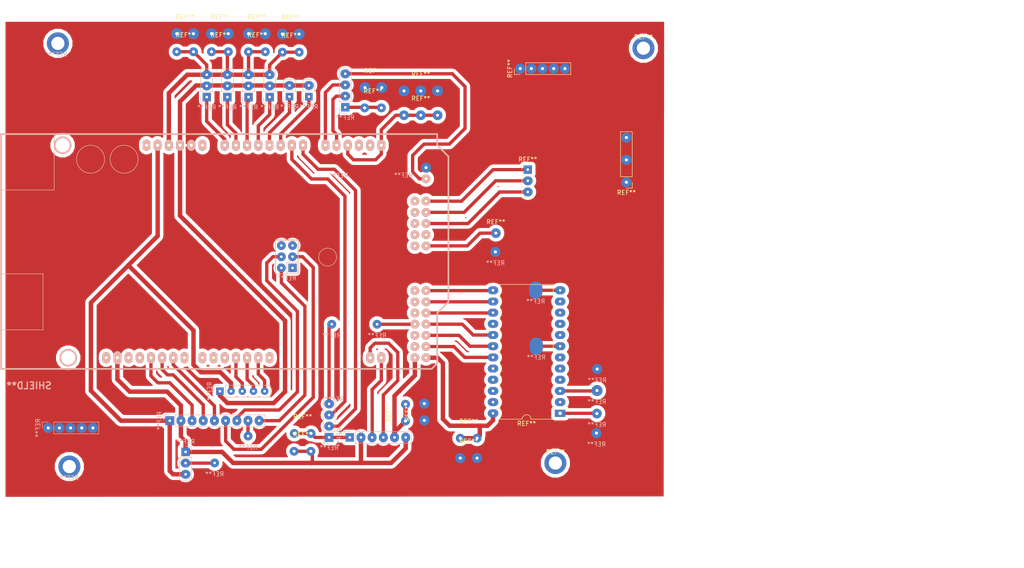
<source format=kicad_pcb>
(kicad_pcb (version 4) (host pcbnew 4.0.6)

  (general
    (links 0)
    (no_connects 0)
    (area 122.55 21.072617 327.35 136.152382)
    (thickness 1.6)
    (drawings 3)
    (tracks 252)
    (zones 0)
    (modules 56)
    (nets 1)
  )

  (page A4)
  (layers
    (0 F.Cu signal)
    (31 B.Cu signal)
    (32 B.Adhes user)
    (33 F.Adhes user)
    (34 B.Paste user)
    (35 F.Paste user)
    (36 B.SilkS user)
    (37 F.SilkS user)
    (38 B.Mask user)
    (39 F.Mask user)
    (40 Dwgs.User user)
    (41 Cmts.User user)
    (42 Eco1.User user)
    (43 Eco2.User user)
    (44 Edge.Cuts user)
    (45 Margin user)
    (46 B.CrtYd user)
    (47 F.CrtYd user)
    (48 B.Fab user)
    (49 F.Fab user)
  )

  (setup
    (last_trace_width 0.75)
    (user_trace_width 0.25)
    (user_trace_width 0.5)
    (user_trace_width 0.75)
    (user_trace_width 1)
    (user_trace_width 1.25)
    (user_trace_width 1.5)
    (user_trace_width 1.75)
    (user_trace_width 2)
    (trace_clearance 0.2)
    (zone_clearance 0.8)
    (zone_45_only no)
    (trace_min 0.2)
    (segment_width 0.2)
    (edge_width 0.15)
    (via_size 0.6)
    (via_drill 0.4)
    (via_min_size 0.4)
    (via_min_drill 0.3)
    (uvia_size 0.3)
    (uvia_drill 0.1)
    (uvias_allowed no)
    (uvia_min_size 0.2)
    (uvia_min_drill 0.1)
    (pcb_text_width 0.3)
    (pcb_text_size 1.5 1.5)
    (mod_edge_width 0.15)
    (mod_text_size 1 1)
    (mod_text_width 0.15)
    (pad_size 3 4)
    (pad_drill 0.001)
    (pad_to_mask_clearance 0.2)
    (aux_axis_origin 0 0)
    (visible_elements 7FFFFFFF)
    (pcbplotparams
      (layerselection 0x00030_80000001)
      (usegerberextensions false)
      (excludeedgelayer true)
      (linewidth 0.100000)
      (plotframeref false)
      (viasonmask false)
      (mode 1)
      (useauxorigin false)
      (hpglpennumber 1)
      (hpglpenspeed 20)
      (hpglpendiameter 15)
      (hpglpenoverlay 2)
      (psnegative false)
      (psa4output false)
      (plotreference true)
      (plotvalue true)
      (plotinvisibletext false)
      (padsonsilk false)
      (subtractmaskfromsilk false)
      (outputformat 1)
      (mirror false)
      (drillshape 1)
      (scaleselection 1)
      (outputdirectory ""))
  )

  (net 0 "")

  (net_class Default "This is the default net class."
    (clearance 0.2)
    (trace_width 0.25)
    (via_dia 0.6)
    (via_drill 0.4)
    (uvia_dia 0.3)
    (uvia_drill 0.1)
  )

  (module Wire_Pads:SolderWirePad_2x_1-2mmDrill (layer F.Cu) (tedit 5B05F80D) (tstamp 5B05F3DE)
    (at 172.7 28.8)
    (fp_text reference REF** (at 0 -3.81) (layer F.SilkS)
      (effects (font (size 1 1) (thickness 0.15)))
    )
    (fp_text value SolderWirePad_2x_1-2mmDrill (at 0.635 3.81) (layer F.Fab)
      (effects (font (size 1 1) (thickness 0.15)))
    )
    (pad 1 thru_hole circle (at -1.905 0) (size 2.5 2.5) (drill 0.7) (layers *.Cu *.Mask))
    (pad 1 thru_hole circle (at 1.905 0) (size 2.5 2.5) (drill 0.7) (layers *.Cu *.Mask))
  )

  (module Wire_Pads:SolderWirePad_2x_1-2mmDrill (layer F.Cu) (tedit 5B05F804) (tstamp 5B05F3D9)
    (at 164.8 28.8)
    (fp_text reference REF** (at 0 -3.81) (layer F.SilkS)
      (effects (font (size 1 1) (thickness 0.15)))
    )
    (fp_text value SolderWirePad_2x_1-2mmDrill (at 0.635 3.81) (layer F.Fab)
      (effects (font (size 1 1) (thickness 0.15)))
    )
    (pad 1 thru_hole circle (at -1.905 0) (size 2.5 2.5) (drill 0.7) (layers *.Cu *.Mask))
    (pad 1 thru_hole circle (at 1.905 0) (size 2.5 2.5) (drill 0.7) (layers *.Cu *.Mask))
  )

  (module Wire_Pads:SolderWirePad_2x_1-2mmDrill (layer F.Cu) (tedit 5B05F817) (tstamp 5B05F3D4)
    (at 181.1 28.8)
    (fp_text reference REF** (at 0 -3.81) (layer F.SilkS)
      (effects (font (size 1 1) (thickness 0.15)))
    )
    (fp_text value SolderWirePad_2x_1-2mmDrill (at 0.635 3.81) (layer F.Fab)
      (effects (font (size 1 1) (thickness 0.15)))
    )
    (pad 1 thru_hole circle (at -1.905 0) (size 2.5 2.5) (drill 0.7) (layers *.Cu *.Mask))
    (pad 1 thru_hole circle (at 1.905 0) (size 2.5 2.5) (drill 0.7) (layers *.Cu *.Mask))
  )

  (module Wire_Pads:SolderWirePad_2x_1-2mmDrill (layer F.Cu) (tedit 5B05F821) (tstamp 5B05F3CF)
    (at 188.8 28.9)
    (fp_text reference REF** (at 0 -3.81) (layer F.SilkS)
      (effects (font (size 1 1) (thickness 0.15)))
    )
    (fp_text value SolderWirePad_2x_1-2mmDrill (at 0.635 3.81) (layer F.Fab)
      (effects (font (size 1 1) (thickness 0.15)))
    )
    (pad 1 thru_hole circle (at -1.905 0) (size 2.5 2.5) (drill 0.7) (layers *.Cu *.Mask))
    (pad 1 thru_hole circle (at 1.905 0) (size 2.5 2.5) (drill 0.7) (layers *.Cu *.Mask))
  )

  (module Wire_Pads:SolderWirePad_2x_1-2mmDrill (layer F.Cu) (tedit 5B05B6EE) (tstamp 5B05F365)
    (at 188.8 33)
    (fp_text reference REF** (at 0 -3.81) (layer F.SilkS)
      (effects (font (size 1 1) (thickness 0.15)))
    )
    (fp_text value SolderWirePad_2x_1-2mmDrill (at 0.635 3.81) (layer F.Fab)
      (effects (font (size 1 1) (thickness 0.15)))
    )
    (pad 1 thru_hole circle (at -1.905 0) (size 2 2) (drill 0.7) (layers *.Cu *.Mask))
    (pad 1 thru_hole circle (at 1.905 0) (size 2 2) (drill 0.7) (layers *.Cu *.Mask))
  )

  (module Wire_Pads:SolderWirePad_2x_1-2mmDrill (layer F.Cu) (tedit 5B05B6EE) (tstamp 5B05F35F)
    (at 181.1 32.9)
    (fp_text reference REF** (at 0 -3.81) (layer F.SilkS)
      (effects (font (size 1 1) (thickness 0.15)))
    )
    (fp_text value SolderWirePad_2x_1-2mmDrill (at 0.635 3.81) (layer F.Fab)
      (effects (font (size 1 1) (thickness 0.15)))
    )
    (pad 1 thru_hole circle (at -1.905 0) (size 2 2) (drill 0.7) (layers *.Cu *.Mask))
    (pad 1 thru_hole circle (at 1.905 0) (size 2 2) (drill 0.7) (layers *.Cu *.Mask))
  )

  (module Wire_Pads:SolderWirePad_2x_1-2mmDrill (layer F.Cu) (tedit 5B05B6EE) (tstamp 5B05F356)
    (at 164.8 32.9)
    (fp_text reference REF** (at 0 -3.81) (layer F.SilkS)
      (effects (font (size 1 1) (thickness 0.15)))
    )
    (fp_text value SolderWirePad_2x_1-2mmDrill (at 0.635 3.81) (layer F.Fab)
      (effects (font (size 1 1) (thickness 0.15)))
    )
    (pad 1 thru_hole circle (at -1.905 0) (size 2 2) (drill 0.7) (layers *.Cu *.Mask))
    (pad 1 thru_hole circle (at 1.905 0) (size 2 2) (drill 0.7) (layers *.Cu *.Mask))
  )

  (module Wire_Pads:SolderWirePad_2x_1-2mmDrill (layer F.Cu) (tedit 5B05B6EE) (tstamp 5B05F34A)
    (at 172.7 32.9)
    (fp_text reference REF** (at 0 -3.81) (layer F.SilkS)
      (effects (font (size 1 1) (thickness 0.15)))
    )
    (fp_text value SolderWirePad_2x_1-2mmDrill (at 0.635 3.81) (layer F.Fab)
      (effects (font (size 1 1) (thickness 0.15)))
    )
    (pad 1 thru_hole circle (at -1.905 0) (size 2 2) (drill 0.7) (layers *.Cu *.Mask))
    (pad 1 thru_hole circle (at 1.905 0) (size 2 2) (drill 0.7) (layers *.Cu *.Mask))
  )

  (module Wire_Pads:SolderWirePad_single_0-8mmDrill (layer B.Cu) (tedit 5B05F858) (tstamp 5B05BB88)
    (at 235.275 78.35)
    (fp_text reference REF** (at 0 2.54) (layer B.SilkS)
      (effects (font (size 1 1) (thickness 0.15)) (justify mirror))
    )
    (fp_text value SolderWirePad_single_0-8mmDrill (at 0 -2.54) (layer B.Fab)
      (effects (font (size 1 1) (thickness 0.15)) (justify mirror))
    )
    (pad 1 thru_hole circle (at 0 0) (size 2.3 2.3) (drill 0.7) (layers *.Cu *.Mask))
  )

  (module Wire_Pads:SolderWirePad_single_0-8mmDrill (layer B.Cu) (tedit 5B05F86B) (tstamp 5B05BA9D)
    (at 258.4 104.975)
    (fp_text reference REF** (at 0 2.54) (layer B.SilkS)
      (effects (font (size 1 1) (thickness 0.15)) (justify mirror))
    )
    (fp_text value SolderWirePad_single_0-8mmDrill (at 0 -2.54) (layer B.Fab)
      (effects (font (size 1 1) (thickness 0.15)) (justify mirror))
    )
    (pad 1 thru_hole circle (at 0 0) (size 2.3 2.3) (drill 0.7) (layers *.Cu *.Mask))
  )

  (module Wire_Pads:SolderWirePad_single_0-8mmDrill (layer B.Cu) (tedit 5B05F870) (tstamp 5B05BA97)
    (at 258.225 119.525)
    (fp_text reference REF** (at 0 2.54) (layer B.SilkS)
      (effects (font (size 1 1) (thickness 0.15)) (justify mirror))
    )
    (fp_text value SolderWirePad_single_0-8mmDrill (at 0 -2.54) (layer B.Fab)
      (effects (font (size 1 1) (thickness 0.15)) (justify mirror))
    )
    (pad 1 thru_hole circle (at 0 0) (size 2.3 2.3) (drill 0.7) (layers *.Cu *.Mask))
  )

  (module Wire_Pads:SolderWirePad_single_0-8mmDrill (layer B.Cu) (tedit 5B05F98A) (tstamp 5B05BA77)
    (at 244.55 99.775)
    (fp_text reference REF** (at 0 2.54) (layer B.SilkS)
      (effects (font (size 1 1) (thickness 0.15)) (justify mirror))
    )
    (fp_text value SolderWirePad_single_0-8mmDrill (at 0 -2.54) (layer B.Fab)
      (effects (font (size 1 1) (thickness 0.15)) (justify mirror))
    )
    (pad 1 thru_hole oval (at 0 0) (size 3 4) (drill 0.001) (layers *.Cu *.Mask))
  )

  (module Wire_Pads:SolderWirePad_single_0-8mmDrill (layer B.Cu) (tedit 5B05F996) (tstamp 5B05BA6F)
    (at 244.425 87.05)
    (fp_text reference REF** (at 0 2.54) (layer B.SilkS)
      (effects (font (size 1 1) (thickness 0.15)) (justify mirror))
    )
    (fp_text value SolderWirePad_single_0-8mmDrill (at 0 -2.54) (layer B.Fab)
      (effects (font (size 1 1) (thickness 0.15)) (justify mirror))
    )
    (pad 1 thru_hole oval (at 0 0) (size 3 4) (drill 0.001) (layers *.Cu *.Mask))
  )

  (module arduino_shields:ARDUINO_MEGA_SHIELD (layer B.Cu) (tedit 5B05F934) (tstamp 5B008DE5)
    (at 123 51.6)
    (fp_text reference SHIELD** (at 6.35 57.15) (layer B.SilkS)
      (effects (font (thickness 0.3048)) (justify mirror))
    )
    (fp_text value ARDUINO_MEGA_SHIELD (at 13.97 54.61) (layer B.SilkS) hide
      (effects (font (thickness 0.3048)) (justify mirror))
    )
    (fp_circle (center 27.94 5.715) (end 31.115 5.715) (layer B.SilkS) (width 0.127))
    (fp_circle (center 20.32 5.715) (end 23.495 5.715) (layer B.SilkS) (width 0.127))
    (fp_line (start 0 12.7) (end 12.065 12.7) (layer B.SilkS) (width 0.127))
    (fp_line (start 12.065 12.7) (end 12.065 0) (layer B.SilkS) (width 0.127))
    (fp_line (start 0 44.45) (end 9.525 44.45) (layer B.SilkS) (width 0.127))
    (fp_line (start 9.525 44.45) (end 9.525 31.75) (layer B.SilkS) (width 0.127))
    (fp_line (start 9.525 31.75) (end 0 31.75) (layer B.SilkS) (width 0.127))
    (fp_line (start 62.357 31.75) (end 62.357 24.13) (layer B.SilkS) (width 0.127))
    (fp_line (start 62.357 24.13) (end 67.437 24.13) (layer B.SilkS) (width 0.127))
    (fp_line (start 67.437 24.13) (end 67.437 31.75) (layer B.SilkS) (width 0.127))
    (fp_line (start 67.437 31.75) (end 62.357 31.75) (layer B.SilkS) (width 0.127))
    (fp_circle (center 74.168 27.94) (end 76.2 27.94) (layer B.SilkS) (width 0.127))
    (fp_line (start 99.06 0) (end 0 0) (layer B.SilkS) (width 0.381))
    (fp_line (start 97.79 53.34) (end 0 53.34) (layer B.SilkS) (width 0.381))
    (fp_line (start 99.06 40.64) (end 99.06 52.07) (layer B.SilkS) (width 0.381))
    (fp_line (start 99.06 52.07) (end 97.79 53.34) (layer B.SilkS) (width 0.381))
    (fp_line (start 0 0) (end 0 53.34) (layer B.SilkS) (width 0.381))
    (fp_line (start 99.06 40.64) (end 101.6 38.1) (layer B.SilkS) (width 0.381))
    (fp_line (start 101.6 38.1) (end 101.6 5.08) (layer B.SilkS) (width 0.381))
    (fp_line (start 101.6 5.08) (end 99.06 2.54) (layer B.SilkS) (width 0.381))
    (fp_line (start 99.06 2.54) (end 99.06 0) (layer B.SilkS) (width 0.381))
    (pad 20 thru_hole oval (at 83.82 50.8 270) (size 2.54 1.8) (drill 0.7) (layers *.Cu *.Mask B.SilkS))
    (pad 21 thru_hole oval (at 86.36 50.8 270) (size 2.54 1.8) (drill 0.7) (layers *.Cu *.Mask B.SilkS))
    (pad AD13 thru_hole oval (at 86.36 2.54 270) (size 2.54 1.8) (drill 0.7) (layers *.Cu *.Mask B.SilkS))
    (pad AD12 thru_hole oval (at 83.82 2.54 270) (size 2.54 1.8) (drill 0.7) (layers *.Cu *.Mask B.SilkS))
    (pad AD8 thru_hole oval (at 73.66 2.54 270) (size 2.54 1.8) (drill 0.7) (layers *.Cu *.Mask B.SilkS))
    (pad AD7 thru_hole oval (at 68.58 2.54 270) (size 2.54 1.8) (drill 0.7) (layers *.Cu *.Mask B.SilkS))
    (pad AD6 thru_hole oval (at 66.04 2.54 270) (size 2.54 1.8) (drill 0.7) (layers *.Cu *.Mask B.SilkS))
    (pad AD9 thru_hole oval (at 76.2 2.54 270) (size 2.54 1.8) (drill 0.7) (layers *.Cu *.Mask B.SilkS))
    (pad AD10 thru_hole oval (at 78.74 2.54 270) (size 2.54 1.8) (drill 0.7) (layers *.Cu *.Mask B.SilkS))
    (pad AD11 thru_hole oval (at 81.28 2.54 270) (size 2.54 1.8) (drill 0.7) (layers *.Cu *.Mask B.SilkS))
    (pad AD5 thru_hole oval (at 63.5 2.54 270) (size 2.54 1.8) (drill 0.7) (layers *.Cu *.Mask B.SilkS))
    (pad AD4 thru_hole oval (at 60.96 2.54 270) (size 2.54 1.8) (drill 0.7) (layers *.Cu *.Mask B.SilkS))
    (pad AD3 thru_hole oval (at 58.42 2.54 270) (size 2.54 1.8) (drill 0.7) (layers *.Cu *.Mask B.SilkS))
    (pad AD0 thru_hole oval (at 50.8 2.54 270) (size 2.54 1.8) (drill 0.7) (layers *.Cu *.Mask B.SilkS))
    (pad AD1 thru_hole oval (at 53.34 2.54 270) (size 2.54 1.8) (drill 0.7) (layers *.Cu *.Mask B.SilkS))
    (pad AD2 thru_hole oval (at 55.88 2.54 270) (size 2.54 1.8) (drill 0.7) (layers *.Cu *.Mask B.SilkS))
    (pad V_IN thru_hole oval (at 45.72 2.54 270) (size 2.54 1.8) (drill 0.7) (layers *.Cu *.Mask B.SilkS))
    (pad GND2 thru_hole oval (at 43.18 2.54 270) (size 2.54 1.8) (drill 0.7) (layers *.Cu *.Mask B.SilkS))
    (pad GND1 thru_hole oval (at 40.64 2.54 270) (size 2.54 1.8) (drill 0.7) (layers *.Cu *.Mask B.SilkS))
    (pad 3V3 thru_hole oval (at 35.56 2.54 270) (size 2.54 1.8) (drill 0.7) (layers *.Cu *.Mask B.SilkS))
    (pad RST thru_hole oval (at 33.02 2.54 270) (size 2.54 1.8) (drill 0.7) (layers *.Cu *.Mask B.SilkS))
    (pad 1 thru_hole oval (at 60.96 50.8 270) (size 2.54 1.8) (drill 0.7) (layers *.Cu *.Mask B.SilkS))
    (pad 2 thru_hole oval (at 58.42 50.8 270) (size 2.54 1.8) (drill 0.7) (layers *.Cu *.Mask B.SilkS))
    (pad 3 thru_hole oval (at 55.88 50.8 270) (size 2.54 1.8) (drill 0.7) (layers *.Cu *.Mask B.SilkS))
    (pad 4 thru_hole oval (at 53.34 50.8 270) (size 2.54 1.8) (drill 0.7) (layers *.Cu *.Mask B.SilkS))
    (pad 5 thru_hole oval (at 50.8 50.8 270) (size 2.54 1.8) (drill 0.7) (layers *.Cu *.Mask B.SilkS))
    (pad 6 thru_hole oval (at 48.26 50.8 270) (size 2.54 1.8) (drill 0.7) (layers *.Cu *.Mask B.SilkS))
    (pad 7 thru_hole oval (at 45.72 50.8 270) (size 2.54 1.8) (drill 0.7) (layers *.Cu *.Mask B.SilkS))
    (pad 8 thru_hole oval (at 41.656 50.8 270) (size 2.54 1.8) (drill 0.7) (layers *.Cu *.Mask B.SilkS))
    (pad 9 thru_hole oval (at 39.116 50.8 270) (size 2.54 1.8) (drill 0.7) (layers *.Cu *.Mask B.SilkS))
    (pad 10 thru_hole oval (at 36.576 50.8 270) (size 2.54 1.8) (drill 0.7) (layers *.Cu *.Mask B.SilkS))
    (pad 11 thru_hole oval (at 34.036 50.8 270) (size 2.54 1.8) (drill 0.7) (layers *.Cu *.Mask B.SilkS))
    (pad 12 thru_hole oval (at 31.496 50.8 270) (size 2.54 1.8) (drill 0.7) (layers *.Cu *.Mask B.SilkS))
    (pad 13 thru_hole oval (at 28.956 50.8 270) (size 2.54 1.8) (drill 0.7) (layers *.Cu *.Mask B.SilkS))
    (pad GND3 thru_hole oval (at 26.416 50.8 270) (size 3 1.8) (drill 0.7) (layers *.Cu *.Mask B.SilkS))
    (pad AREF thru_hole oval (at 23.876 50.8 270) (size 2.54 1.8) (drill 0.7) (layers *.Cu *.Mask B.SilkS))
    (pad 5V thru_hole oval (at 38.1 2.54 270) (size 2.54 1.8) (drill 0.7) (layers *.Cu *.Mask B.SilkS))
    (pad GND1 thru_hole circle (at 15.24 50.8 270) (size 3.937 3.937) (drill 3.175) (layers *.Cu *.Mask B.SilkS))
    (pad GND1 thru_hole circle (at 13.97 2.54 270) (size 3.937 3.937) (drill 3.175) (layers *.Cu *.Mask B.SilkS))
    (pad 22 thru_hole circle (at 93.98 48.26) (size 2 2) (drill 0.6) (layers *.Cu *.Mask B.SilkS))
    (pad 23 thru_hole circle (at 96.52 48.26) (size 2 2) (drill 0.6) (layers *.Cu *.Mask B.SilkS))
    (pad 24 thru_hole circle (at 93.98 45.72) (size 2 2) (drill 0.6) (layers *.Cu *.Mask B.SilkS))
    (pad 25 thru_hole circle (at 96.52 45.72) (size 2 2) (drill 0.6) (layers *.Cu *.Mask B.SilkS))
    (pad 26 thru_hole circle (at 93.98 43.18) (size 2 2) (drill 0.6) (layers *.Cu *.Mask B.SilkS))
    (pad 27 thru_hole circle (at 96.52 43.18) (size 2 2) (drill 0.6) (layers *.Cu *.Mask B.SilkS))
    (pad 28 thru_hole circle (at 93.98 40.64) (size 2 2) (drill 0.6) (layers *.Cu *.Mask B.SilkS))
    (pad 29 thru_hole circle (at 96.52 40.64) (size 2 2) (drill 0.6) (layers *.Cu *.Mask B.SilkS))
    (pad 5V_4 thru_hole circle (at 93.98 50.8) (size 2 2) (drill 0.6) (layers *.Cu *.Mask B.SilkS))
    (pad 5V_5 thru_hole circle (at 96.52 50.8) (size 2 2) (drill 0.6) (layers *.Cu *.Mask B.SilkS))
    (pad 31 thru_hole circle (at 96.52 38.1) (size 2 2) (drill 0.6) (layers *.Cu *.Mask B.SilkS))
    (pad 30 thru_hole circle (at 93.98 38.1) (size 2 2) (drill 0.6) (layers *.Cu *.Mask B.SilkS))
    (pad 32 thru_hole circle (at 93.98 35.56) (size 2 2) (drill 0.6) (layers *.Cu *.Mask B.SilkS))
    (pad 33 thru_hole circle (at 96.52 35.56) (size 2 2) (drill 0.6) (layers *.Cu *.Mask B.SilkS))
    (pad 40 thru_hole circle (at 93.98 25.4) (size 2 2) (drill 0.6) (layers *.Cu *.Mask B.SilkS))
    (pad 41 thru_hole circle (at 96.52 25.4) (size 2 2) (drill 0.6) (layers *.Cu *.Mask B.SilkS))
    (pad 42 thru_hole circle (at 93.98 22.86) (size 2 2) (drill 0.6) (layers *.Cu *.Mask B.SilkS))
    (pad 43 thru_hole circle (at 96.52 22.86) (size 2 2) (drill 0.6) (layers *.Cu *.Mask B.SilkS))
    (pad 44 thru_hole circle (at 93.98 20.32) (size 2 2) (drill 0.6) (layers *.Cu *.Mask B.SilkS))
    (pad 45 thru_hole circle (at 96.52 20.32) (size 2 2) (drill 0.6) (layers *.Cu *.Mask B.SilkS))
    (pad 46 thru_hole circle (at 93.98 17.78) (size 2 2) (drill 0.6) (layers *.Cu *.Mask B.SilkS))
    (pad 47 thru_hole circle (at 96.52 17.78) (size 2 2) (drill 0.6) (layers *.Cu *.Mask B.SilkS))
    (pad 48 thru_hole circle (at 93.98 15.24) (size 2 2) (drill 0.6) (layers *.Cu *.Mask B.SilkS))
    (pad 49 thru_hole circle (at 96.52 15.24) (size 2 2) (drill 0.6) (layers *.Cu *.Mask B.SilkS))
    (pad 53 thru_hole circle (at 96.52 10.16) (size 2 2) (drill 0.6) (layers *.Cu *.Mask B.SilkS))
    (pad GND5 thru_hole circle (at 96.52 7.62) (size 2.3 2.3) (drill 0.7) (layers *.Cu *.Mask))
    (model packages3d\nick\ArduinoMegaShield.wrl
      (at (xyz 0 0 0))
      (scale (xyz 1 1 1))
      (rotate (xyz 0 0 0))
    )
  )

  (module Wire_Pads:SolderWirePad_2x_1-2mmDrill (layer F.Cu) (tedit 5B05F82B) (tstamp 5B05B6FF)
    (at 207.55 41.05)
    (fp_text reference REF** (at 0 -3.81) (layer F.SilkS)
      (effects (font (size 1 1) (thickness 0.15)))
    )
    (fp_text value SolderWirePad_2x_1-2mmDrill (at 0.635 3.81) (layer F.Fab)
      (effects (font (size 1 1) (thickness 0.15)))
    )
    (pad 1 thru_hole circle (at -1.905 0) (size 2.5 2.5) (drill 0.7) (layers *.Cu *.Mask))
    (pad 1 thru_hole circle (at 1.905 0) (size 2.5 2.5) (drill 0.7) (layers *.Cu *.Mask))
  )

  (module Wire_Pads:SolderWirePad_3x_1-2mmDrill (layer F.Cu) (tedit 5B05F838) (tstamp 5B05B060)
    (at 218.325 41.8)
    (fp_text reference REF** (at 0 -3.81) (layer F.SilkS)
      (effects (font (size 1 1) (thickness 0.15)))
    )
    (fp_text value SolderWirePad_3x_1-2mmDrill (at 1.27 3.81) (layer F.Fab)
      (effects (font (size 1 1) (thickness 0.15)))
    )
    (pad 1 thru_hole circle (at -3.81 0) (size 2.5 2.5) (drill 0.7) (layers *.Cu *.Mask))
    (pad 1 thru_hole circle (at 0 0) (size 2.5 2.5) (drill 0.7) (layers *.Cu *.Mask))
    (pad 1 thru_hole circle (at 3.81 0) (size 2.5 2.5) (drill 0.7) (layers *.Cu *.Mask))
  )

  (module Socket_Strips:Socket_Strip_Straight_1x05_Pitch2.54mm (layer B.Cu) (tedit 5B05F8B0) (tstamp 5B02F4E0)
    (at 133.7 118.35 270)
    (descr "Through hole straight socket strip, 1x05, 2.54mm pitch, single row")
    (tags "Through hole socket strip THT 1x05 2.54mm single row")
    (fp_text reference REF** (at 0 2.33 270) (layer B.SilkS)
      (effects (font (size 1 1) (thickness 0.15)) (justify mirror))
    )
    (fp_text value Socket_Strip_Straight_1x05_Pitch2.54mm (at 0 -12.49 270) (layer B.Fab)
      (effects (font (size 1 1) (thickness 0.15)) (justify mirror))
    )
    (fp_line (start -1.27 1.27) (end -1.27 -11.43) (layer B.Fab) (width 0.1))
    (fp_line (start -1.27 -11.43) (end 1.27 -11.43) (layer B.Fab) (width 0.1))
    (fp_line (start 1.27 -11.43) (end 1.27 1.27) (layer B.Fab) (width 0.1))
    (fp_line (start 1.27 1.27) (end -1.27 1.27) (layer B.Fab) (width 0.1))
    (fp_line (start -1.33 -1.27) (end -1.33 -11.49) (layer B.SilkS) (width 0.12))
    (fp_line (start -1.33 -11.49) (end 1.33 -11.49) (layer B.SilkS) (width 0.12))
    (fp_line (start 1.33 -11.49) (end 1.33 -1.27) (layer B.SilkS) (width 0.12))
    (fp_line (start 1.33 -1.27) (end -1.33 -1.27) (layer B.SilkS) (width 0.12))
    (fp_line (start -1.33 0) (end -1.33 1.33) (layer B.SilkS) (width 0.12))
    (fp_line (start -1.33 1.33) (end 0 1.33) (layer B.SilkS) (width 0.12))
    (fp_line (start -1.8 1.8) (end -1.8 -11.95) (layer B.CrtYd) (width 0.05))
    (fp_line (start -1.8 -11.95) (end 1.8 -11.95) (layer B.CrtYd) (width 0.05))
    (fp_line (start 1.8 -11.95) (end 1.8 1.8) (layer B.CrtYd) (width 0.05))
    (fp_line (start 1.8 1.8) (end -1.8 1.8) (layer B.CrtYd) (width 0.05))
    (fp_text user %R (at 0 2.33 270) (layer B.Fab)
      (effects (font (size 1 1) (thickness 0.15)) (justify mirror))
    )
    (pad 1 thru_hole circle (at 0 0 270) (size 2.3 2.3) (drill 0.7) (layers *.Cu *.Mask))
    (pad 2 thru_hole circle (at 0 -2.54 270) (size 2.3 2.3) (drill 0.7) (layers *.Cu *.Mask))
    (pad 3 thru_hole circle (at 0 -5.08 270) (size 2.3 2.3) (drill 0.7) (layers *.Cu *.Mask))
    (pad 4 thru_hole circle (at 0 -7.62 270) (size 2.3 2.3) (drill 0.7) (layers *.Cu *.Mask))
    (pad 5 thru_hole circle (at 0 -10.16 270) (size 2.3 2.3) (drill 0.7) (layers *.Cu *.Mask))
    (model ${KISYS3DMOD}/Socket_Strips.3dshapes/Socket_Strip_Straight_1x05_Pitch2.54mm.wrl
      (at (xyz 0 -0.2 0))
      (scale (xyz 1 1 1))
      (rotate (xyz 0 0 270))
    )
  )

  (module Wire_Pads:SolderWirePad_single_0-8mmDrill (layer F.Cu) (tedit 5B02D0A3) (tstamp 5B02D1C1)
    (at 248.9 126.325)
    (fp_text reference REF** (at 0 -2.54) (layer F.SilkS)
      (effects (font (size 1 1) (thickness 0.15)))
    )
    (fp_text value SolderWirePad_single_0-8mmDrill (at 0 2.54) (layer F.Fab)
      (effects (font (size 1 1) (thickness 0.15)))
    )
    (pad 1 thru_hole circle (at 0 0) (size 5 5) (drill 3) (layers *.Cu *.Mask))
  )

  (module Wire_Pads:SolderWirePad_single_0-8mmDrill (layer F.Cu) (tedit 5B02D096) (tstamp 5B02D1B8)
    (at 268.9 32.1)
    (fp_text reference REF** (at 0 -2.54) (layer F.SilkS)
      (effects (font (size 1 1) (thickness 0.15)))
    )
    (fp_text value SolderWirePad_single_0-8mmDrill (at 0 2.54) (layer F.Fab)
      (effects (font (size 1 1) (thickness 0.15)))
    )
    (pad 1 thru_hole circle (at 0 0) (size 5 5) (drill 3) (layers *.Cu *.Mask))
  )

  (module Wire_Pads:SolderWirePad_single_0-8mmDrill (layer B.Cu) (tedit 5B02D0BA) (tstamp 5B02D1AF)
    (at 135.9 31)
    (fp_text reference REF** (at 0 2.54) (layer B.SilkS)
      (effects (font (size 1 1) (thickness 0.15)) (justify mirror))
    )
    (fp_text value SolderWirePad_single_0-8mmDrill (at 0 -2.54) (layer B.Fab)
      (effects (font (size 1 1) (thickness 0.15)) (justify mirror))
    )
    (pad 1 thru_hole circle (at 0 0) (size 5 5) (drill 3) (layers *.Cu *.Mask))
  )

  (module Wire_Pads:SolderWirePad_single_0-8mmDrill (layer B.Cu) (tedit 5B02D0C7) (tstamp 5B02D1A2)
    (at 138.5 127.125)
    (fp_text reference REF** (at 0 2.54) (layer B.SilkS)
      (effects (font (size 1 1) (thickness 0.15)) (justify mirror))
    )
    (fp_text value SolderWirePad_single_0-8mmDrill (at 0 -2.54) (layer B.Fab)
      (effects (font (size 1 1) (thickness 0.15)) (justify mirror))
    )
    (pad 1 thru_hole circle (at 0 0) (size 5 5) (drill 3) (layers *.Cu *.Mask))
  )

  (module Wire_Pads:SolderWirePad_single_0-8mmDrill (layer B.Cu) (tedit 5B02DF2F) (tstamp 5B01D152)
    (at 258.35 109.85)
    (fp_text reference REF** (at 0 2.54) (layer B.SilkS)
      (effects (font (size 1 1) (thickness 0.15)) (justify mirror))
    )
    (fp_text value SolderWirePad_single_0-8mmDrill (at 0 -2.54) (layer B.Fab)
      (effects (font (size 1 1) (thickness 0.15)) (justify mirror))
    )
    (pad 1 thru_hole circle (at 0 0) (size 2.5 2.5) (drill 0.7) (layers *.Cu *.Mask))
  )

  (module Wire_Pads:SolderWirePad_single_0-8mmDrill (layer B.Cu) (tedit 5B01AF5A) (tstamp 5B01A660)
    (at 199.7 58.5)
    (fp_text reference REF** (at 0 2.54) (layer B.SilkS)
      (effects (font (size 1 1) (thickness 0.15)) (justify mirror))
    )
    (fp_text value SolderWirePad_single_0-8mmDrill (at 0 -2.54) (layer B.Fab)
      (effects (font (size 1 1) (thickness 0.15)) (justify mirror))
    )
  )

  (module Wire_Pads:SolderWirePad_single_0-8mmDrill (layer B.Cu) (tedit 5B01AF79) (tstamp 5B01A655)
    (at 214.4 58.4)
    (fp_text reference REF** (at 0 2.54) (layer B.SilkS)
      (effects (font (size 1 1) (thickness 0.15)) (justify mirror))
    )
    (fp_text value SolderWirePad_single_0-8mmDrill (at 0 -2.54) (layer B.Fab)
      (effects (font (size 1 1) (thickness 0.15)) (justify mirror))
    )
  )

  (module Housings_DIP:DIP-24_W15.24mm_LongPads (layer F.Cu) (tedit 5B01D900) (tstamp 5B009157)
    (at 249.975 115.025 180)
    (descr "24-lead though-hole mounted DIP package, row spacing 15.24 mm (600 mils), LongPads")
    (tags "THT DIP DIL PDIP 2.54mm 15.24mm 600mil LongPads")
    (fp_text reference REF** (at 7.62 -2.33 180) (layer F.SilkS)
      (effects (font (size 1 1) (thickness 0.15)))
    )
    (fp_text value DIP-24_W15.24mm_LongPads (at 7.62 30.27 180) (layer F.Fab)
      (effects (font (size 1 1) (thickness 0.15)))
    )
    (fp_arc (start 7.62 -1.33) (end 6.62 -1.33) (angle -180) (layer F.SilkS) (width 0.12))
    (fp_line (start 1.255 -1.27) (end 14.985 -1.27) (layer F.Fab) (width 0.1))
    (fp_line (start 14.985 -1.27) (end 14.985 29.21) (layer F.Fab) (width 0.1))
    (fp_line (start 14.985 29.21) (end 0.255 29.21) (layer F.Fab) (width 0.1))
    (fp_line (start 0.255 29.21) (end 0.255 -0.27) (layer F.Fab) (width 0.1))
    (fp_line (start 0.255 -0.27) (end 1.255 -1.27) (layer F.Fab) (width 0.1))
    (fp_line (start 6.62 -1.33) (end 1.56 -1.33) (layer F.SilkS) (width 0.12))
    (fp_line (start 1.56 -1.33) (end 1.56 29.27) (layer F.SilkS) (width 0.12))
    (fp_line (start 1.56 29.27) (end 13.68 29.27) (layer F.SilkS) (width 0.12))
    (fp_line (start 13.68 29.27) (end 13.68 -1.33) (layer F.SilkS) (width 0.12))
    (fp_line (start 13.68 -1.33) (end 8.62 -1.33) (layer F.SilkS) (width 0.12))
    (fp_line (start -1.5 -1.55) (end -1.5 29.5) (layer F.CrtYd) (width 0.05))
    (fp_line (start -1.5 29.5) (end 16.7 29.5) (layer F.CrtYd) (width 0.05))
    (fp_line (start 16.7 29.5) (end 16.7 -1.55) (layer F.CrtYd) (width 0.05))
    (fp_line (start 16.7 -1.55) (end -1.5 -1.55) (layer F.CrtYd) (width 0.05))
    (fp_text user %R (at 7.62 13.97 270) (layer F.Fab)
      (effects (font (size 1 1) (thickness 0.15)))
    )
    (pad 1 thru_hole rect (at 0 0 180) (size 2.4 1.6) (drill 0.8) (layers *.Cu *.Mask))
    (pad 13 thru_hole oval (at 15.24 27.94 180) (size 2.4 1.8) (drill 0.6) (layers *.Cu *.Mask))
    (pad 2 thru_hole oval (at 0 2.54 180) (size 2.4 1.8) (drill 0.6) (layers *.Cu *.Mask))
    (pad 14 thru_hole oval (at 15.24 25.4 180) (size 2.4 1.8) (drill 0.6) (layers *.Cu *.Mask))
    (pad 3 thru_hole oval (at 0 5.08 180) (size 2.4 1.8) (drill 0.6) (layers *.Cu *.Mask))
    (pad 15 thru_hole oval (at 15.24 22.86 180) (size 2.4 1.8) (drill 0.6) (layers *.Cu *.Mask))
    (pad 4 thru_hole oval (at 0 7.62 180) (size 2.4 1.8) (drill 0.6) (layers *.Cu *.Mask))
    (pad 16 thru_hole oval (at 15.24 20.32 180) (size 2.4 1.8) (drill 0.6) (layers *.Cu *.Mask))
    (pad 5 thru_hole oval (at 0 10.16 180) (size 2.4 1.8) (drill 0.6) (layers *.Cu *.Mask))
    (pad 17 thru_hole oval (at 15.24 17.78 180) (size 2.4 1.8) (drill 0.6) (layers *.Cu *.Mask))
    (pad 6 thru_hole oval (at 0 12.7 180) (size 2.4 1.8) (drill 0.6) (layers *.Cu *.Mask))
    (pad 18 thru_hole oval (at 15.24 15.24 180) (size 2.4 1.8) (drill 0.6) (layers *.Cu *.Mask))
    (pad 7 thru_hole oval (at 0 15.24 180) (size 2.4 1.8) (drill 0.6) (layers *.Cu *.Mask))
    (pad 19 thru_hole oval (at 15.24 12.7 180) (size 2.4 1.8) (drill 0.6) (layers *.Cu *.Mask))
    (pad 8 thru_hole oval (at 0 17.78 180) (size 2.4 1.8) (drill 0.6) (layers *.Cu *.Mask))
    (pad 20 thru_hole oval (at 15.24 10.16 180) (size 2.4 1.8) (drill 0.6) (layers *.Cu *.Mask))
    (pad 9 thru_hole oval (at 0 20.32 180) (size 2.4 1.8) (drill 0.6) (layers *.Cu *.Mask))
    (pad 21 thru_hole oval (at 15.24 7.62 180) (size 2.4 1.8) (drill 0.6) (layers *.Cu *.Mask))
    (pad 10 thru_hole oval (at 0 22.86 180) (size 2.4 1.8) (drill 0.6) (layers *.Cu *.Mask))
    (pad 22 thru_hole oval (at 15.24 5.08 180) (size 2.4 1.8) (drill 0.6) (layers *.Cu *.Mask))
    (pad 11 thru_hole oval (at 0 25.4 180) (size 2.4 1.8) (drill 0.6) (layers *.Cu *.Mask))
    (pad 23 thru_hole oval (at 15.24 2.54 180) (size 2.4 1.8) (drill 0.6) (layers *.Cu *.Mask))
    (pad 12 thru_hole oval (at 0 27.94 180) (size 2.4 1.8) (drill 0.6) (layers *.Cu *.Mask))
    (pad 24 thru_hole oval (at 15.24 0 180) (size 2.4 1.8) (drill 0.6) (layers *.Cu *.Mask))
    (model ${KISYS3DMOD}/Housings_DIP.3dshapes/DIP-24_W15.24mm.wrl
      (at (xyz 0 0 0))
      (scale (xyz 1 1 1))
      (rotate (xyz 0 0 0))
    )
  )

  (module Socket_Strips:Socket_Strip_Straight_2x03_Pitch2.54mm (layer B.Cu) (tedit 5B03293D) (tstamp 5B0091AF)
    (at 189.2 82)
    (descr "Through hole straight socket strip, 2x03, 2.54mm pitch, double rows")
    (tags "Through hole socket strip THT 2x03 2.54mm double row")
    (fp_text reference REF** (at -1.27 2.33) (layer B.SilkS)
      (effects (font (size 1 1) (thickness 0.15)) (justify mirror))
    )
    (fp_text value Socket_Strip_Straight_2x03_Pitch2.54mm (at -1.27 -7.41) (layer B.Fab)
      (effects (font (size 1 1) (thickness 0.15)) (justify mirror))
    )
    (fp_line (start -3.81 1.27) (end -3.81 -6.35) (layer B.Fab) (width 0.1))
    (fp_line (start -3.81 -6.35) (end 1.27 -6.35) (layer B.Fab) (width 0.1))
    (fp_line (start 1.27 -6.35) (end 1.27 1.27) (layer B.Fab) (width 0.1))
    (fp_line (start 1.27 1.27) (end -3.81 1.27) (layer B.Fab) (width 0.1))
    (fp_line (start 1.33 -1.27) (end 1.33 -6.41) (layer B.SilkS) (width 0.12))
    (fp_line (start 1.33 -6.41) (end -3.87 -6.41) (layer B.SilkS) (width 0.12))
    (fp_line (start -3.87 -6.41) (end -3.87 1.33) (layer B.SilkS) (width 0.12))
    (fp_line (start -3.87 1.33) (end -1.27 1.33) (layer B.SilkS) (width 0.12))
    (fp_line (start -1.27 1.33) (end -1.27 -1.27) (layer B.SilkS) (width 0.12))
    (fp_line (start -1.27 -1.27) (end 1.33 -1.27) (layer B.SilkS) (width 0.12))
    (fp_line (start 1.33 0) (end 1.33 1.33) (layer B.SilkS) (width 0.12))
    (fp_line (start 1.33 1.33) (end 0.06 1.33) (layer B.SilkS) (width 0.12))
    (fp_line (start -4.35 1.8) (end -4.35 -6.85) (layer B.CrtYd) (width 0.05))
    (fp_line (start -4.35 -6.85) (end 1.8 -6.85) (layer B.CrtYd) (width 0.05))
    (fp_line (start 1.8 -6.85) (end 1.8 1.8) (layer B.CrtYd) (width 0.05))
    (fp_line (start 1.8 1.8) (end -4.35 1.8) (layer B.CrtYd) (width 0.05))
    (fp_text user %R (at -1.27 2.33) (layer B.Fab)
      (effects (font (size 1 1) (thickness 0.15)) (justify mirror))
    )
    (pad 1 thru_hole rect (at 0 0) (size 1.9 1.9) (drill 0.6) (layers *.Cu *.Mask))
    (pad 2 thru_hole oval (at -2.54 0) (size 2 2) (drill 0.6) (layers *.Cu *.Mask))
    (pad 3 thru_hole oval (at 0 -2.54) (size 2 2) (drill 0.6) (layers *.Cu *.Mask))
    (pad 4 thru_hole oval (at -2.54 -2.54) (size 2 2) (drill 0.6) (layers *.Cu *.Mask))
    (pad 5 thru_hole oval (at 0 -5.08) (size 2 2) (drill 0.6) (layers *.Cu *.Mask))
    (pad 6 thru_hole oval (at -2.54 -5.08) (size 2 2) (drill 0.6) (layers *.Cu *.Mask))
    (model ${KISYS3DMOD}/Socket_Strips.3dshapes/Socket_Strip_Straight_2x03_Pitch2.54mm.wrl
      (at (xyz -0.05 -0.1 0))
      (scale (xyz 1 1 1))
      (rotate (xyz 0 0 270))
    )
  )

  (module Socket_Strips:Socket_Strip_Straight_1x09_Pitch2.54mm (layer B.Cu) (tedit 5B02CF5C) (tstamp 5B00AFD0)
    (at 161.3 116.7 270)
    (descr "Through hole straight socket strip, 1x09, 2.54mm pitch, single row")
    (tags "Through hole socket strip THT 1x09 2.54mm single row")
    (fp_text reference REF** (at 0 2.33 270) (layer B.SilkS)
      (effects (font (size 1 1) (thickness 0.15)) (justify mirror))
    )
    (fp_text value Socket_Strip_Straight_1x09_Pitch2.54mm (at 0 -22.65 270) (layer B.Fab)
      (effects (font (size 1 1) (thickness 0.15)) (justify mirror))
    )
    (fp_line (start -1.27 1.27) (end -1.27 -21.59) (layer B.Fab) (width 0.1))
    (fp_line (start -1.27 -21.59) (end 1.27 -21.59) (layer B.Fab) (width 0.1))
    (fp_line (start 1.27 -21.59) (end 1.27 1.27) (layer B.Fab) (width 0.1))
    (fp_line (start 1.27 1.27) (end -1.27 1.27) (layer B.Fab) (width 0.1))
    (fp_line (start -1.33 -1.27) (end -1.33 -21.65) (layer B.SilkS) (width 0.12))
    (fp_line (start -1.33 -21.65) (end 1.33 -21.65) (layer B.SilkS) (width 0.12))
    (fp_line (start 1.33 -21.65) (end 1.33 -1.27) (layer B.SilkS) (width 0.12))
    (fp_line (start 1.33 -1.27) (end -1.33 -1.27) (layer B.SilkS) (width 0.12))
    (fp_line (start -1.33 0) (end -1.33 1.33) (layer B.SilkS) (width 0.12))
    (fp_line (start -1.33 1.33) (end 0 1.33) (layer B.SilkS) (width 0.12))
    (fp_line (start -1.8 1.8) (end -1.8 -22.1) (layer B.CrtYd) (width 0.05))
    (fp_line (start -1.8 -22.1) (end 1.8 -22.1) (layer B.CrtYd) (width 0.05))
    (fp_line (start 1.8 -22.1) (end 1.8 1.8) (layer B.CrtYd) (width 0.05))
    (fp_line (start 1.8 1.8) (end -1.8 1.8) (layer B.CrtYd) (width 0.05))
    (fp_text user %R (at 0 2.33 270) (layer B.Fab)
      (effects (font (size 1 1) (thickness 0.15)) (justify mirror))
    )
    (pad 1 thru_hole rect (at 0 0 270) (size 2 2) (drill 0.6) (layers *.Cu *.Mask))
    (pad 2 thru_hole oval (at 0 -2.54 270) (size 2.2 2) (drill 0.6) (layers *.Cu *.Mask))
    (pad 3 thru_hole oval (at 0 -5.08 270) (size 2.2 2) (drill 0.6) (layers *.Cu *.Mask))
    (pad 4 thru_hole oval (at 0 -7.62 270) (size 2.2 2) (drill 0.6) (layers *.Cu *.Mask))
    (pad 5 thru_hole oval (at 0 -10.16 270) (size 2.2 2) (drill 0.6) (layers *.Cu *.Mask))
    (pad 6 thru_hole oval (at 0 -12.7 270) (size 2.2 2) (drill 0.6) (layers *.Cu *.Mask))
    (pad 7 thru_hole oval (at 0 -15.24 270) (size 2.2 2) (drill 0.6) (layers *.Cu *.Mask))
    (pad 8 thru_hole oval (at 0 -17.78 270) (size 2.2 2) (drill 0.6) (layers *.Cu *.Mask))
    (pad 9 thru_hole oval (at 0 -20.32 270) (size 2.2 2) (drill 0.6) (layers *.Cu *.Mask))
    (model ${KISYS3DMOD}/Socket_Strips.3dshapes/Socket_Strip_Straight_1x09_Pitch2.54mm.wrl
      (at (xyz 0 -0.4 0))
      (scale (xyz 1 1 1))
      (rotate (xyz 0 0 270))
    )
  )

  (module Wire_Pads:SolderWirePad_single_0-8mmDrill (layer B.Cu) (tedit 5B01D9C2) (tstamp 5B00B3E6)
    (at 179.1 120.2)
    (fp_text reference REF** (at 0 2.54) (layer B.SilkS)
      (effects (font (size 1 1) (thickness 0.15)) (justify mirror))
    )
    (fp_text value SolderWirePad_single_0-8mmDrill (at 0 -2.54) (layer B.Fab)
      (effects (font (size 1 1) (thickness 0.15)) (justify mirror))
    )
    (pad 1 thru_hole circle (at 0 0) (size 2 2) (drill 0.6) (layers *.Cu *.Mask))
  )

  (module Socket_Strips:Socket_Strip_Straight_1x03_Pitch2.54mm (layer B.Cu) (tedit 5B032931) (tstamp 5B00B447)
    (at 164.9 123.8 180)
    (descr "Through hole straight socket strip, 1x03, 2.54mm pitch, single row")
    (tags "Through hole socket strip THT 1x03 2.54mm single row")
    (fp_text reference REF** (at 0 2.33 180) (layer B.SilkS)
      (effects (font (size 1 1) (thickness 0.15)) (justify mirror))
    )
    (fp_text value Socket_Strip_Straight_1x03_Pitch2.54mm (at 0 -7.41 180) (layer B.Fab)
      (effects (font (size 1 1) (thickness 0.15)) (justify mirror))
    )
    (fp_line (start -1.27 1.27) (end -1.27 -6.35) (layer B.Fab) (width 0.1))
    (fp_line (start -1.27 -6.35) (end 1.27 -6.35) (layer B.Fab) (width 0.1))
    (fp_line (start 1.27 -6.35) (end 1.27 1.27) (layer B.Fab) (width 0.1))
    (fp_line (start 1.27 1.27) (end -1.27 1.27) (layer B.Fab) (width 0.1))
    (fp_line (start -1.33 -1.27) (end -1.33 -6.41) (layer B.SilkS) (width 0.12))
    (fp_line (start -1.33 -6.41) (end 1.33 -6.41) (layer B.SilkS) (width 0.12))
    (fp_line (start 1.33 -6.41) (end 1.33 -1.27) (layer B.SilkS) (width 0.12))
    (fp_line (start 1.33 -1.27) (end -1.33 -1.27) (layer B.SilkS) (width 0.12))
    (fp_line (start -1.33 0) (end -1.33 1.33) (layer B.SilkS) (width 0.12))
    (fp_line (start -1.33 1.33) (end 0 1.33) (layer B.SilkS) (width 0.12))
    (fp_line (start -1.8 1.8) (end -1.8 -6.85) (layer B.CrtYd) (width 0.05))
    (fp_line (start -1.8 -6.85) (end 1.8 -6.85) (layer B.CrtYd) (width 0.05))
    (fp_line (start 1.8 -6.85) (end 1.8 1.8) (layer B.CrtYd) (width 0.05))
    (fp_line (start 1.8 1.8) (end -1.8 1.8) (layer B.CrtYd) (width 0.05))
    (fp_text user %R (at 0 2.33 180) (layer B.Fab)
      (effects (font (size 1 1) (thickness 0.15)) (justify mirror))
    )
    (pad 1 thru_hole rect (at 0 0 180) (size 1.9 1.9) (drill 0.6) (layers *.Cu *.Mask))
    (pad 2 thru_hole oval (at 0 -2.54 180) (size 2.2 2) (drill 0.6) (layers *.Cu *.Mask))
    (pad 3 thru_hole oval (at 0 -5.08 180) (size 2.2 2) (drill 0.6) (layers *.Cu *.Mask))
    (model ${KISYS3DMOD}/Socket_Strips.3dshapes/Socket_Strip_Straight_1x03_Pitch2.54mm.wrl
      (at (xyz 0 -0.1 0))
      (scale (xyz 1 1 1))
      (rotate (xyz 0 0 270))
    )
  )

  (module Wire_Pads:SolderWirePad_single_0-8mmDrill (layer B.Cu) (tedit 5B01D9CB) (tstamp 5B00B489)
    (at 171.5 126.3)
    (fp_text reference REF** (at 0 2.54) (layer B.SilkS)
      (effects (font (size 1 1) (thickness 0.15)) (justify mirror))
    )
    (fp_text value SolderWirePad_single_0-8mmDrill (at 0 -2.54) (layer B.Fab)
      (effects (font (size 1 1) (thickness 0.15)) (justify mirror))
    )
    (pad 1 thru_hole circle (at 0 0) (size 2 2) (drill 0.6) (layers *.Cu *.Mask))
  )

  (module Wire_Pads:SolderWirePad_single_0-8mmDrill (layer F.Cu) (tedit 5B02D6C3) (tstamp 5B00B632)
    (at 235.375 74.1)
    (fp_text reference REF** (at 0 -2.54) (layer F.SilkS)
      (effects (font (size 1 1) (thickness 0.15)))
    )
    (fp_text value SolderWirePad_single_0-8mmDrill (at 0 2.54) (layer F.Fab)
      (effects (font (size 1 1) (thickness 0.15)))
    )
    (pad 1 thru_hole circle (at 0 0) (size 2.2 2.2) (drill 0.7) (layers *.Cu *.Mask))
  )

  (module Socket_Strips:Socket_Strip_Straight_1x06_Pitch2.54mm (layer B.Cu) (tedit 5B032924) (tstamp 5B00B989)
    (at 202.2 120.5 270)
    (descr "Through hole straight socket strip, 1x06, 2.54mm pitch, single row")
    (tags "Through hole socket strip THT 1x06 2.54mm single row")
    (fp_text reference REF** (at 0 2.33 270) (layer B.SilkS)
      (effects (font (size 1 1) (thickness 0.15)) (justify mirror))
    )
    (fp_text value Socket_Strip_Straight_1x06_Pitch2.54mm (at 0 -15.03 270) (layer B.Fab)
      (effects (font (size 1 1) (thickness 0.15)) (justify mirror))
    )
    (fp_line (start -1.27 1.27) (end -1.27 -13.97) (layer B.Fab) (width 0.1))
    (fp_line (start -1.27 -13.97) (end 1.27 -13.97) (layer B.Fab) (width 0.1))
    (fp_line (start 1.27 -13.97) (end 1.27 1.27) (layer B.Fab) (width 0.1))
    (fp_line (start 1.27 1.27) (end -1.27 1.27) (layer B.Fab) (width 0.1))
    (fp_line (start -1.33 -1.27) (end -1.33 -14.03) (layer B.SilkS) (width 0.12))
    (fp_line (start -1.33 -14.03) (end 1.33 -14.03) (layer B.SilkS) (width 0.12))
    (fp_line (start 1.33 -14.03) (end 1.33 -1.27) (layer B.SilkS) (width 0.12))
    (fp_line (start 1.33 -1.27) (end -1.33 -1.27) (layer B.SilkS) (width 0.12))
    (fp_line (start -1.33 0) (end -1.33 1.33) (layer B.SilkS) (width 0.12))
    (fp_line (start -1.33 1.33) (end 0 1.33) (layer B.SilkS) (width 0.12))
    (fp_line (start -1.8 1.8) (end -1.8 -14.5) (layer B.CrtYd) (width 0.05))
    (fp_line (start -1.8 -14.5) (end 1.8 -14.5) (layer B.CrtYd) (width 0.05))
    (fp_line (start 1.8 -14.5) (end 1.8 1.8) (layer B.CrtYd) (width 0.05))
    (fp_line (start 1.8 1.8) (end -1.8 1.8) (layer B.CrtYd) (width 0.05))
    (fp_text user %R (at 0 2.33 270) (layer B.Fab)
      (effects (font (size 1 1) (thickness 0.15)) (justify mirror))
    )
    (pad 1 thru_hole rect (at 0 0 270) (size 1.9 1.9) (drill 0.6) (layers *.Cu *.Mask))
    (pad 2 thru_hole oval (at 0 -2.54 270) (size 2.2 2) (drill 0.6) (layers *.Cu *.Mask))
    (pad 3 thru_hole oval (at 0 -5.08 270) (size 2.2 2) (drill 0.6) (layers *.Cu *.Mask))
    (pad 4 thru_hole oval (at 0 -7.62 270) (size 2.2 2) (drill 0.6) (layers *.Cu *.Mask))
    (pad 5 thru_hole oval (at 0 -10.16 270) (size 2.2 2) (drill 0.6) (layers *.Cu *.Mask))
    (pad 6 thru_hole oval (at 0 -12.7 270) (size 2.2 2) (drill 0.6) (layers *.Cu *.Mask))
    (model ${KISYS3DMOD}/Socket_Strips.3dshapes/Socket_Strip_Straight_1x06_Pitch2.54mm.wrl
      (at (xyz 0 -0.25 0))
      (scale (xyz 1 1 1))
      (rotate (xyz 0 0 270))
    )
  )

  (module Wire_Pads:SolderWirePad_single_0-8mmDrill (layer B.Cu) (tedit 5B00E179) (tstamp 5B00BC32)
    (at 198.7 109.3)
    (fp_text reference REF** (at 0 2.54) (layer B.SilkS)
      (effects (font (size 1 1) (thickness 0.15)) (justify mirror))
    )
    (fp_text value SolderWirePad_single_0-8mmDrill (at 0 -2.54) (layer B.Fab)
      (effects (font (size 1 1) (thickness 0.15)) (justify mirror))
    )
  )

  (module Wire_Pads:SolderWirePad_single_0-8mmDrill (layer B.Cu) (tedit 5B01D9B0) (tstamp 5B00DDE7)
    (at 198.1 94.8)
    (fp_text reference REF** (at 0 2.54) (layer B.SilkS)
      (effects (font (size 1 1) (thickness 0.15)) (justify mirror))
    )
    (fp_text value SolderWirePad_single_0-8mmDrill (at 0 -2.54) (layer B.Fab)
      (effects (font (size 1 1) (thickness 0.15)) (justify mirror))
    )
    (pad 1 thru_hole circle (at 0 0) (size 2 2) (drill 0.6) (layers *.Cu *.Mask))
  )

  (module Wire_Pads:SolderWirePad_single_0-8mmDrill (layer B.Cu) (tedit 5B01D9B8) (tstamp 5B00DDEF)
    (at 208.4 94.8)
    (fp_text reference REF** (at 0 2.54) (layer B.SilkS)
      (effects (font (size 1 1) (thickness 0.15)) (justify mirror))
    )
    (fp_text value SolderWirePad_single_0-8mmDrill (at 0 -2.54) (layer B.Fab)
      (effects (font (size 1 1) (thickness 0.15)) (justify mirror))
    )
    (pad 1 thru_hole circle (at 0 0) (size 2 2) (drill 0.6) (layers *.Cu *.Mask))
  )

  (module Wire_Pads:SolderWirePad_single_0-8mmDrill (layer B.Cu) (tedit 5B02CF11) (tstamp 5B00DDF8)
    (at 258.325 115.075)
    (fp_text reference REF** (at 0 2.54) (layer B.SilkS)
      (effects (font (size 1 1) (thickness 0.15)) (justify mirror))
    )
    (fp_text value SolderWirePad_single_0-8mmDrill (at 0 -2.54) (layer B.Fab)
      (effects (font (size 1 1) (thickness 0.15)) (justify mirror))
    )
    (pad 1 thru_hole circle (at 0 0) (size 2.2 2.2) (drill 0.7) (layers *.Cu *.Mask))
  )

  (module Socket_Strips:Socket_Strip_Straight_1x04_Pitch2.54mm (layer B.Cu) (tedit 5B01DE81) (tstamp 5B00DEC9)
    (at 197.5 120.5)
    (descr "Through hole straight socket strip, 1x04, 2.54mm pitch, single row")
    (tags "Through hole socket strip THT 1x04 2.54mm single row")
    (fp_text reference REF** (at 0 2.33) (layer B.SilkS)
      (effects (font (size 1 1) (thickness 0.15)) (justify mirror))
    )
    (fp_text value Socket_Strip_Straight_1x04_Pitch2.54mm (at 0 -9.95) (layer B.Fab)
      (effects (font (size 1 1) (thickness 0.15)) (justify mirror))
    )
    (fp_line (start -1.27 1.27) (end -1.27 -8.89) (layer B.Fab) (width 0.1))
    (fp_line (start -1.27 -8.89) (end 1.27 -8.89) (layer B.Fab) (width 0.1))
    (fp_line (start 1.27 -8.89) (end 1.27 1.27) (layer B.Fab) (width 0.1))
    (fp_line (start 1.27 1.27) (end -1.27 1.27) (layer B.Fab) (width 0.1))
    (fp_line (start -1.33 -1.27) (end -1.33 -8.95) (layer B.SilkS) (width 0.12))
    (fp_line (start -1.33 -8.95) (end 1.33 -8.95) (layer B.SilkS) (width 0.12))
    (fp_line (start 1.33 -8.95) (end 1.33 -1.27) (layer B.SilkS) (width 0.12))
    (fp_line (start 1.33 -1.27) (end -1.33 -1.27) (layer B.SilkS) (width 0.12))
    (fp_line (start -1.33 0) (end -1.33 1.33) (layer B.SilkS) (width 0.12))
    (fp_line (start -1.33 1.33) (end 0 1.33) (layer B.SilkS) (width 0.12))
    (fp_line (start -1.8 1.8) (end -1.8 -9.4) (layer B.CrtYd) (width 0.05))
    (fp_line (start -1.8 -9.4) (end 1.8 -9.4) (layer B.CrtYd) (width 0.05))
    (fp_line (start 1.8 -9.4) (end 1.8 1.8) (layer B.CrtYd) (width 0.05))
    (fp_line (start 1.8 1.8) (end -1.8 1.8) (layer B.CrtYd) (width 0.05))
    (fp_text user %R (at 0 2.33) (layer B.Fab)
      (effects (font (size 1 1) (thickness 0.15)) (justify mirror))
    )
    (pad 1 thru_hole rect (at 0 0) (size 2 2) (drill 0.6) (layers *.Cu *.Mask))
    (pad 2 thru_hole oval (at 0 -2.54) (size 2.2 2) (drill 0.6) (layers *.Cu *.Mask))
    (pad 3 thru_hole oval (at 0 -5.08) (size 2.2 2) (drill 0.6) (layers *.Cu *.Mask))
    (pad 4 thru_hole oval (at 0 -7.62) (size 2.2 2) (drill 0.6) (layers *.Cu *.Mask))
    (model ${KISYS3DMOD}/Socket_Strips.3dshapes/Socket_Strip_Straight_1x04_Pitch2.54mm.wrl
      (at (xyz 0 -0.15 0))
      (scale (xyz 1 1 1))
      (rotate (xyz 0 0 270))
    )
  )

  (module Socket_Strips:Socket_Strip_Straight_1x04_Pitch2.54mm (layer B.Cu) (tedit 5B03290B) (tstamp 5B00DF1E)
    (at 201.175 45.525)
    (descr "Through hole straight socket strip, 1x04, 2.54mm pitch, single row")
    (tags "Through hole socket strip THT 1x04 2.54mm single row")
    (fp_text reference REF** (at 0 2.33) (layer B.SilkS)
      (effects (font (size 1 1) (thickness 0.15)) (justify mirror))
    )
    (fp_text value Socket_Strip_Straight_1x04_Pitch2.54mm (at 0 -9.95) (layer B.Fab)
      (effects (font (size 1 1) (thickness 0.15)) (justify mirror))
    )
    (fp_line (start -1.27 1.27) (end -1.27 -8.89) (layer B.Fab) (width 0.1))
    (fp_line (start -1.27 -8.89) (end 1.27 -8.89) (layer B.Fab) (width 0.1))
    (fp_line (start 1.27 -8.89) (end 1.27 1.27) (layer B.Fab) (width 0.1))
    (fp_line (start 1.27 1.27) (end -1.27 1.27) (layer B.Fab) (width 0.1))
    (fp_line (start -1.33 -1.27) (end -1.33 -8.95) (layer B.SilkS) (width 0.12))
    (fp_line (start -1.33 -8.95) (end 1.33 -8.95) (layer B.SilkS) (width 0.12))
    (fp_line (start 1.33 -8.95) (end 1.33 -1.27) (layer B.SilkS) (width 0.12))
    (fp_line (start 1.33 -1.27) (end -1.33 -1.27) (layer B.SilkS) (width 0.12))
    (fp_line (start -1.33 0) (end -1.33 1.33) (layer B.SilkS) (width 0.12))
    (fp_line (start -1.33 1.33) (end 0 1.33) (layer B.SilkS) (width 0.12))
    (fp_line (start -1.8 1.8) (end -1.8 -9.4) (layer B.CrtYd) (width 0.05))
    (fp_line (start -1.8 -9.4) (end 1.8 -9.4) (layer B.CrtYd) (width 0.05))
    (fp_line (start 1.8 -9.4) (end 1.8 1.8) (layer B.CrtYd) (width 0.05))
    (fp_line (start 1.8 1.8) (end -1.8 1.8) (layer B.CrtYd) (width 0.05))
    (fp_text user %R (at 0 2.33) (layer B.Fab)
      (effects (font (size 1 1) (thickness 0.15)) (justify mirror))
    )
    (pad 1 thru_hole rect (at 0 0) (size 1.9 1.9) (drill 0.6) (layers *.Cu *.Mask))
    (pad 2 thru_hole oval (at 0 -2.54) (size 2.2 2) (drill 0.6) (layers *.Cu *.Mask))
    (pad 3 thru_hole oval (at 0 -5.08) (size 2.2 2) (drill 0.6) (layers *.Cu *.Mask))
    (pad 4 thru_hole oval (at 0 -7.62) (size 2.2 2) (drill 0.6) (layers *.Cu *.Mask))
    (model ${KISYS3DMOD}/Socket_Strips.3dshapes/Socket_Strip_Straight_1x04_Pitch2.54mm.wrl
      (at (xyz 0 -0.15 0))
      (scale (xyz 1 1 1))
      (rotate (xyz 0 0 270))
    )
  )

  (module Socket_Strips:Socket_Strip_Straight_1x03_Pitch2.54mm (layer B.Cu) (tedit 58CD5446) (tstamp 5B01A2BC)
    (at 184 43.2)
    (descr "Through hole straight socket strip, 1x03, 2.54mm pitch, single row")
    (tags "Through hole socket strip THT 1x03 2.54mm single row")
    (fp_text reference REF** (at 0 2.33) (layer B.SilkS)
      (effects (font (size 1 1) (thickness 0.15)) (justify mirror))
    )
    (fp_text value Socket_Strip_Straight_1x03_Pitch2.54mm (at 0 -7.41) (layer B.Fab)
      (effects (font (size 1 1) (thickness 0.15)) (justify mirror))
    )
    (fp_line (start -1.27 1.27) (end -1.27 -6.35) (layer B.Fab) (width 0.1))
    (fp_line (start -1.27 -6.35) (end 1.27 -6.35) (layer B.Fab) (width 0.1))
    (fp_line (start 1.27 -6.35) (end 1.27 1.27) (layer B.Fab) (width 0.1))
    (fp_line (start 1.27 1.27) (end -1.27 1.27) (layer B.Fab) (width 0.1))
    (fp_line (start -1.33 -1.27) (end -1.33 -6.41) (layer B.SilkS) (width 0.12))
    (fp_line (start -1.33 -6.41) (end 1.33 -6.41) (layer B.SilkS) (width 0.12))
    (fp_line (start 1.33 -6.41) (end 1.33 -1.27) (layer B.SilkS) (width 0.12))
    (fp_line (start 1.33 -1.27) (end -1.33 -1.27) (layer B.SilkS) (width 0.12))
    (fp_line (start -1.33 0) (end -1.33 1.33) (layer B.SilkS) (width 0.12))
    (fp_line (start -1.33 1.33) (end 0 1.33) (layer B.SilkS) (width 0.12))
    (fp_line (start -1.8 1.8) (end -1.8 -6.85) (layer B.CrtYd) (width 0.05))
    (fp_line (start -1.8 -6.85) (end 1.8 -6.85) (layer B.CrtYd) (width 0.05))
    (fp_line (start 1.8 -6.85) (end 1.8 1.8) (layer B.CrtYd) (width 0.05))
    (fp_line (start 1.8 1.8) (end -1.8 1.8) (layer B.CrtYd) (width 0.05))
    (fp_text user %R (at 0 2.33) (layer B.Fab)
      (effects (font (size 1 1) (thickness 0.15)) (justify mirror))
    )
    (pad 1 thru_hole rect (at 0 0) (size 1.9 1.9) (drill 0.6) (layers *.Cu *.Mask))
    (pad 2 thru_hole oval (at 0 -2.54) (size 2.2 2) (drill 0.6) (layers *.Cu *.Mask))
    (pad 3 thru_hole oval (at 0 -5.08) (size 2.2 2) (drill 0.6) (layers *.Cu *.Mask))
    (model ${KISYS3DMOD}/Socket_Strips.3dshapes/Socket_Strip_Straight_1x03_Pitch2.54mm.wrl
      (at (xyz 0 -0.1 0))
      (scale (xyz 1 1 1))
      (rotate (xyz 0 0 270))
    )
  )

  (module Socket_Strips:Socket_Strip_Straight_1x03_Pitch2.54mm (layer B.Cu) (tedit 5B02CF21) (tstamp 5B01A328)
    (at 179.2 43.2)
    (descr "Through hole straight socket strip, 1x03, 2.54mm pitch, single row")
    (tags "Through hole socket strip THT 1x03 2.54mm single row")
    (fp_text reference REF** (at 0 2.33) (layer B.SilkS)
      (effects (font (size 1 1) (thickness 0.15)) (justify mirror))
    )
    (fp_text value Socket_Strip_Straight_1x03_Pitch2.54mm (at 0 -7.41) (layer B.Fab)
      (effects (font (size 1 1) (thickness 0.15)) (justify mirror))
    )
    (fp_line (start -1.27 1.27) (end -1.27 -6.35) (layer B.Fab) (width 0.1))
    (fp_line (start -1.27 -6.35) (end 1.27 -6.35) (layer B.Fab) (width 0.1))
    (fp_line (start 1.27 -6.35) (end 1.27 1.27) (layer B.Fab) (width 0.1))
    (fp_line (start 1.27 1.27) (end -1.27 1.27) (layer B.Fab) (width 0.1))
    (fp_line (start -1.33 -1.27) (end -1.33 -6.41) (layer B.SilkS) (width 0.12))
    (fp_line (start -1.33 -6.41) (end 1.33 -6.41) (layer B.SilkS) (width 0.12))
    (fp_line (start 1.33 -6.41) (end 1.33 -1.27) (layer B.SilkS) (width 0.12))
    (fp_line (start 1.33 -1.27) (end -1.33 -1.27) (layer B.SilkS) (width 0.12))
    (fp_line (start -1.33 0) (end -1.33 1.33) (layer B.SilkS) (width 0.12))
    (fp_line (start -1.33 1.33) (end 0 1.33) (layer B.SilkS) (width 0.12))
    (fp_line (start -1.8 1.8) (end -1.8 -6.85) (layer B.CrtYd) (width 0.05))
    (fp_line (start -1.8 -6.85) (end 1.8 -6.85) (layer B.CrtYd) (width 0.05))
    (fp_line (start 1.8 -6.85) (end 1.8 1.8) (layer B.CrtYd) (width 0.05))
    (fp_line (start 1.8 1.8) (end -1.8 1.8) (layer B.CrtYd) (width 0.05))
    (fp_text user %R (at 0 2.33) (layer B.Fab)
      (effects (font (size 1 1) (thickness 0.15)) (justify mirror))
    )
    (pad 1 thru_hole rect (at 0 0) (size 1.9 1.9) (drill 0.6) (layers *.Cu *.Mask))
    (pad 2 thru_hole oval (at 0 -2.54) (size 2.2 2) (drill 0.6) (layers *.Cu *.Mask))
    (pad 3 thru_hole oval (at 0 -5.08) (size 2.2 2) (drill 0.6) (layers *.Cu *.Mask))
    (model ${KISYS3DMOD}/Socket_Strips.3dshapes/Socket_Strip_Straight_1x03_Pitch2.54mm.wrl
      (at (xyz 0 -0.1 0))
      (scale (xyz 1 1 1))
      (rotate (xyz 0 0 270))
    )
  )

  (module Socket_Strips:Socket_Strip_Straight_1x03_Pitch2.54mm (layer B.Cu) (tedit 5B02CF07) (tstamp 5B01A3AC)
    (at 174.4 43.2)
    (descr "Through hole straight socket strip, 1x03, 2.54mm pitch, single row")
    (tags "Through hole socket strip THT 1x03 2.54mm single row")
    (fp_text reference REF** (at 0 2.33) (layer B.SilkS)
      (effects (font (size 1 1) (thickness 0.15)) (justify mirror))
    )
    (fp_text value Socket_Strip_Straight_1x03_Pitch2.54mm (at 0 -7.41) (layer B.Fab)
      (effects (font (size 1 1) (thickness 0.15)) (justify mirror))
    )
    (fp_line (start -1.27 1.27) (end -1.27 -6.35) (layer B.Fab) (width 0.1))
    (fp_line (start -1.27 -6.35) (end 1.27 -6.35) (layer B.Fab) (width 0.1))
    (fp_line (start 1.27 -6.35) (end 1.27 1.27) (layer B.Fab) (width 0.1))
    (fp_line (start 1.27 1.27) (end -1.27 1.27) (layer B.Fab) (width 0.1))
    (fp_line (start -1.33 -1.27) (end -1.33 -6.41) (layer B.SilkS) (width 0.12))
    (fp_line (start -1.33 -6.41) (end 1.33 -6.41) (layer B.SilkS) (width 0.12))
    (fp_line (start 1.33 -6.41) (end 1.33 -1.27) (layer B.SilkS) (width 0.12))
    (fp_line (start 1.33 -1.27) (end -1.33 -1.27) (layer B.SilkS) (width 0.12))
    (fp_line (start -1.33 0) (end -1.33 1.33) (layer B.SilkS) (width 0.12))
    (fp_line (start -1.33 1.33) (end 0 1.33) (layer B.SilkS) (width 0.12))
    (fp_line (start -1.8 1.8) (end -1.8 -6.85) (layer B.CrtYd) (width 0.05))
    (fp_line (start -1.8 -6.85) (end 1.8 -6.85) (layer B.CrtYd) (width 0.05))
    (fp_line (start 1.8 -6.85) (end 1.8 1.8) (layer B.CrtYd) (width 0.05))
    (fp_line (start 1.8 1.8) (end -1.8 1.8) (layer B.CrtYd) (width 0.05))
    (fp_text user %R (at 0 2.33) (layer B.Fab)
      (effects (font (size 1 1) (thickness 0.15)) (justify mirror))
    )
    (pad 1 thru_hole rect (at 0 0) (size 1.9 1.9) (drill 0.6) (layers *.Cu *.Mask))
    (pad 2 thru_hole oval (at 0 -2.54) (size 2.2 2) (drill 0.6) (layers *.Cu *.Mask))
    (pad 3 thru_hole oval (at 0 -5.08) (size 2.2 2) (drill 0.6) (layers *.Cu *.Mask))
    (model ${KISYS3DMOD}/Socket_Strips.3dshapes/Socket_Strip_Straight_1x03_Pitch2.54mm.wrl
      (at (xyz 0 -0.1 0))
      (scale (xyz 1 1 1))
      (rotate (xyz 0 0 270))
    )
  )

  (module Socket_Strips:Socket_Strip_Straight_1x02_Pitch2.54mm (layer B.Cu) (tedit 5B02CF2F) (tstamp 5B01A484)
    (at 188.5 43.1)
    (descr "Through hole straight socket strip, 1x02, 2.54mm pitch, single row")
    (tags "Through hole socket strip THT 1x02 2.54mm single row")
    (fp_text reference REF** (at 0 2.33) (layer B.SilkS)
      (effects (font (size 1 1) (thickness 0.15)) (justify mirror))
    )
    (fp_text value Socket_Strip_Straight_1x02_Pitch2.54mm (at 0 -4.87) (layer B.Fab)
      (effects (font (size 1 1) (thickness 0.15)) (justify mirror))
    )
    (fp_line (start -1.27 1.27) (end -1.27 -3.81) (layer B.Fab) (width 0.1))
    (fp_line (start -1.27 -3.81) (end 1.27 -3.81) (layer B.Fab) (width 0.1))
    (fp_line (start 1.27 -3.81) (end 1.27 1.27) (layer B.Fab) (width 0.1))
    (fp_line (start 1.27 1.27) (end -1.27 1.27) (layer B.Fab) (width 0.1))
    (fp_line (start -1.33 -1.27) (end -1.33 -3.87) (layer B.SilkS) (width 0.12))
    (fp_line (start -1.33 -3.87) (end 1.33 -3.87) (layer B.SilkS) (width 0.12))
    (fp_line (start 1.33 -3.87) (end 1.33 -1.27) (layer B.SilkS) (width 0.12))
    (fp_line (start 1.33 -1.27) (end -1.33 -1.27) (layer B.SilkS) (width 0.12))
    (fp_line (start -1.33 0) (end -1.33 1.33) (layer B.SilkS) (width 0.12))
    (fp_line (start -1.33 1.33) (end 0 1.33) (layer B.SilkS) (width 0.12))
    (fp_line (start -1.8 1.8) (end -1.8 -4.35) (layer B.CrtYd) (width 0.05))
    (fp_line (start -1.8 -4.35) (end 1.8 -4.35) (layer B.CrtYd) (width 0.05))
    (fp_line (start 1.8 -4.35) (end 1.8 1.8) (layer B.CrtYd) (width 0.05))
    (fp_line (start 1.8 1.8) (end -1.8 1.8) (layer B.CrtYd) (width 0.05))
    (fp_text user %R (at 0 2.33) (layer B.Fab)
      (effects (font (size 1 1) (thickness 0.15)) (justify mirror))
    )
    (pad 1 thru_hole rect (at 0 0) (size 1.7 1.7) (drill 0.6) (layers *.Cu *.Mask))
    (pad 2 thru_hole oval (at 0 -2.54) (size 2.2 2) (drill 0.6) (layers *.Cu *.Mask))
    (model ${KISYS3DMOD}/Socket_Strips.3dshapes/Socket_Strip_Straight_1x02_Pitch2.54mm.wrl
      (at (xyz 0 -0.05 0))
      (scale (xyz 1 1 1))
      (rotate (xyz 0 0 270))
    )
  )

  (module Socket_Strips:Socket_Strip_Straight_1x02_Pitch2.54mm (layer B.Cu) (tedit 5B01D96E) (tstamp 5B01A499)
    (at 192.9 43.1)
    (descr "Through hole straight socket strip, 1x02, 2.54mm pitch, single row")
    (tags "Through hole socket strip THT 1x02 2.54mm single row")
    (fp_text reference REF** (at 0 2.33) (layer B.SilkS)
      (effects (font (size 1 1) (thickness 0.15)) (justify mirror))
    )
    (fp_text value Socket_Strip_Straight_1x02_Pitch2.54mm (at 0 -4.87) (layer B.Fab)
      (effects (font (size 1 1) (thickness 0.15)) (justify mirror))
    )
    (fp_line (start -1.27 1.27) (end -1.27 -3.81) (layer B.Fab) (width 0.1))
    (fp_line (start -1.27 -3.81) (end 1.27 -3.81) (layer B.Fab) (width 0.1))
    (fp_line (start 1.27 -3.81) (end 1.27 1.27) (layer B.Fab) (width 0.1))
    (fp_line (start 1.27 1.27) (end -1.27 1.27) (layer B.Fab) (width 0.1))
    (fp_line (start -1.33 -1.27) (end -1.33 -3.87) (layer B.SilkS) (width 0.12))
    (fp_line (start -1.33 -3.87) (end 1.33 -3.87) (layer B.SilkS) (width 0.12))
    (fp_line (start 1.33 -3.87) (end 1.33 -1.27) (layer B.SilkS) (width 0.12))
    (fp_line (start 1.33 -1.27) (end -1.33 -1.27) (layer B.SilkS) (width 0.12))
    (fp_line (start -1.33 0) (end -1.33 1.33) (layer B.SilkS) (width 0.12))
    (fp_line (start -1.33 1.33) (end 0 1.33) (layer B.SilkS) (width 0.12))
    (fp_line (start -1.8 1.8) (end -1.8 -4.35) (layer B.CrtYd) (width 0.05))
    (fp_line (start -1.8 -4.35) (end 1.8 -4.35) (layer B.CrtYd) (width 0.05))
    (fp_line (start 1.8 -4.35) (end 1.8 1.8) (layer B.CrtYd) (width 0.05))
    (fp_line (start 1.8 1.8) (end -1.8 1.8) (layer B.CrtYd) (width 0.05))
    (fp_text user %R (at 0 2.33) (layer B.Fab)
      (effects (font (size 1 1) (thickness 0.15)) (justify mirror))
    )
    (pad 1 thru_hole rect (at 0 0) (size 1.7 1.7) (drill 0.6) (layers *.Cu *.Mask))
    (pad 2 thru_hole oval (at 0 -2.54) (size 2.2 2) (drill 0.6) (layers *.Cu *.Mask))
    (model ${KISYS3DMOD}/Socket_Strips.3dshapes/Socket_Strip_Straight_1x02_Pitch2.54mm.wrl
      (at (xyz 0 -0.05 0))
      (scale (xyz 1 1 1))
      (rotate (xyz 0 0 270))
    )
  )

  (module Socket_Strips:Socket_Strip_Straight_1x03_Pitch2.54mm (layer B.Cu) (tedit 5B02CF00) (tstamp 5B01A639)
    (at 169.7 43.2)
    (descr "Through hole straight socket strip, 1x03, 2.54mm pitch, single row")
    (tags "Through hole socket strip THT 1x03 2.54mm single row")
    (fp_text reference REF** (at 0 2.33) (layer B.SilkS)
      (effects (font (size 1 1) (thickness 0.15)) (justify mirror))
    )
    (fp_text value Socket_Strip_Straight_1x03_Pitch2.54mm (at 0 -7.41) (layer B.Fab)
      (effects (font (size 1 1) (thickness 0.15)) (justify mirror))
    )
    (fp_line (start -1.27 1.27) (end -1.27 -6.35) (layer B.Fab) (width 0.1))
    (fp_line (start -1.27 -6.35) (end 1.27 -6.35) (layer B.Fab) (width 0.1))
    (fp_line (start 1.27 -6.35) (end 1.27 1.27) (layer B.Fab) (width 0.1))
    (fp_line (start 1.27 1.27) (end -1.27 1.27) (layer B.Fab) (width 0.1))
    (fp_line (start -1.33 -1.27) (end -1.33 -6.41) (layer B.SilkS) (width 0.12))
    (fp_line (start -1.33 -6.41) (end 1.33 -6.41) (layer B.SilkS) (width 0.12))
    (fp_line (start 1.33 -6.41) (end 1.33 -1.27) (layer B.SilkS) (width 0.12))
    (fp_line (start 1.33 -1.27) (end -1.33 -1.27) (layer B.SilkS) (width 0.12))
    (fp_line (start -1.33 0) (end -1.33 1.33) (layer B.SilkS) (width 0.12))
    (fp_line (start -1.33 1.33) (end 0 1.33) (layer B.SilkS) (width 0.12))
    (fp_line (start -1.8 1.8) (end -1.8 -6.85) (layer B.CrtYd) (width 0.05))
    (fp_line (start -1.8 -6.85) (end 1.8 -6.85) (layer B.CrtYd) (width 0.05))
    (fp_line (start 1.8 -6.85) (end 1.8 1.8) (layer B.CrtYd) (width 0.05))
    (fp_line (start 1.8 1.8) (end -1.8 1.8) (layer B.CrtYd) (width 0.05))
    (fp_text user %R (at 0 2.33) (layer B.Fab)
      (effects (font (size 1 1) (thickness 0.15)) (justify mirror))
    )
    (pad 1 thru_hole rect (at 0 0) (size 1.9 1.9) (drill 0.6) (layers *.Cu *.Mask))
    (pad 2 thru_hole oval (at 0 -2.54) (size 2.2 2) (drill 0.6) (layers *.Cu *.Mask))
    (pad 3 thru_hole oval (at 0 -5.08) (size 2.2 2) (drill 0.6) (layers *.Cu *.Mask))
    (model ${KISYS3DMOD}/Socket_Strips.3dshapes/Socket_Strip_Straight_1x03_Pitch2.54mm.wrl
      (at (xyz 0 -0.1 0))
      (scale (xyz 1 1 1))
      (rotate (xyz 0 0 270))
    )
  )

  (module Socket_Strips:Socket_Strip_Straight_1x03_Pitch2.54mm (layer F.Cu) (tedit 5B032914) (tstamp 5B01A671)
    (at 242.625 59.675)
    (descr "Through hole straight socket strip, 1x03, 2.54mm pitch, single row")
    (tags "Through hole socket strip THT 1x03 2.54mm single row")
    (fp_text reference REF** (at 0 -2.33) (layer F.SilkS)
      (effects (font (size 1 1) (thickness 0.15)))
    )
    (fp_text value Socket_Strip_Straight_1x03_Pitch2.54mm (at 0 7.41) (layer F.Fab)
      (effects (font (size 1 1) (thickness 0.15)))
    )
    (fp_line (start -1.27 -1.27) (end -1.27 6.35) (layer F.Fab) (width 0.1))
    (fp_line (start -1.27 6.35) (end 1.27 6.35) (layer F.Fab) (width 0.1))
    (fp_line (start 1.27 6.35) (end 1.27 -1.27) (layer F.Fab) (width 0.1))
    (fp_line (start 1.27 -1.27) (end -1.27 -1.27) (layer F.Fab) (width 0.1))
    (fp_line (start -1.33 1.27) (end -1.33 6.41) (layer F.SilkS) (width 0.12))
    (fp_line (start -1.33 6.41) (end 1.33 6.41) (layer F.SilkS) (width 0.12))
    (fp_line (start 1.33 6.41) (end 1.33 1.27) (layer F.SilkS) (width 0.12))
    (fp_line (start 1.33 1.27) (end -1.33 1.27) (layer F.SilkS) (width 0.12))
    (fp_line (start -1.33 0) (end -1.33 -1.33) (layer F.SilkS) (width 0.12))
    (fp_line (start -1.33 -1.33) (end 0 -1.33) (layer F.SilkS) (width 0.12))
    (fp_line (start -1.8 -1.8) (end -1.8 6.85) (layer F.CrtYd) (width 0.05))
    (fp_line (start -1.8 6.85) (end 1.8 6.85) (layer F.CrtYd) (width 0.05))
    (fp_line (start 1.8 6.85) (end 1.8 -1.8) (layer F.CrtYd) (width 0.05))
    (fp_line (start 1.8 -1.8) (end -1.8 -1.8) (layer F.CrtYd) (width 0.05))
    (fp_text user %R (at 0 -2.33) (layer F.Fab)
      (effects (font (size 1 1) (thickness 0.15)))
    )
    (pad 1 thru_hole rect (at 0 0) (size 1.9 1.9) (drill 0.6) (layers *.Cu *.Mask))
    (pad 2 thru_hole oval (at 0 2.54) (size 2.2 2) (drill 0.6) (layers *.Cu *.Mask))
    (pad 3 thru_hole oval (at 0 5.08) (size 2.2 2) (drill 0.6) (layers *.Cu *.Mask))
    (model ${KISYS3DMOD}/Socket_Strips.3dshapes/Socket_Strip_Straight_1x03_Pitch2.54mm.wrl
      (at (xyz 0 -0.1 0))
      (scale (xyz 1 1 1))
      (rotate (xyz 0 0 270))
    )
  )

  (module Socket_Strips:Socket_Strip_Straight_1x05_Pitch2.54mm (layer B.Cu) (tedit 5B01B0F8) (tstamp 5B01A8E3)
    (at 172.7 110 270)
    (descr "Through hole straight socket strip, 1x05, 2.54mm pitch, single row")
    (tags "Through hole socket strip THT 1x05 2.54mm single row")
    (fp_text reference REF** (at 0 2.33 270) (layer B.SilkS)
      (effects (font (size 1 1) (thickness 0.15)) (justify mirror))
    )
    (fp_text value Socket_Strip_Straight_1x05_Pitch2.54mm (at 0 -12.49 270) (layer B.Fab)
      (effects (font (size 1 1) (thickness 0.15)) (justify mirror))
    )
    (fp_line (start -1.27 1.27) (end -1.27 -11.43) (layer B.Fab) (width 0.1))
    (fp_line (start -1.27 -11.43) (end 1.27 -11.43) (layer B.Fab) (width 0.1))
    (fp_line (start 1.27 -11.43) (end 1.27 1.27) (layer B.Fab) (width 0.1))
    (fp_line (start 1.27 1.27) (end -1.27 1.27) (layer B.Fab) (width 0.1))
    (fp_line (start -1.33 -1.27) (end -1.33 -11.49) (layer B.SilkS) (width 0.12))
    (fp_line (start -1.33 -11.49) (end 1.33 -11.49) (layer B.SilkS) (width 0.12))
    (fp_line (start 1.33 -11.49) (end 1.33 -1.27) (layer B.SilkS) (width 0.12))
    (fp_line (start 1.33 -1.27) (end -1.33 -1.27) (layer B.SilkS) (width 0.12))
    (fp_line (start -1.33 0) (end -1.33 1.33) (layer B.SilkS) (width 0.12))
    (fp_line (start -1.33 1.33) (end 0 1.33) (layer B.SilkS) (width 0.12))
    (fp_line (start -1.8 1.8) (end -1.8 -11.95) (layer B.CrtYd) (width 0.05))
    (fp_line (start -1.8 -11.95) (end 1.8 -11.95) (layer B.CrtYd) (width 0.05))
    (fp_line (start 1.8 -11.95) (end 1.8 1.8) (layer B.CrtYd) (width 0.05))
    (fp_line (start 1.8 1.8) (end -1.8 1.8) (layer B.CrtYd) (width 0.05))
    (fp_text user %R (at 0 2.33 270) (layer B.Fab)
      (effects (font (size 1 1) (thickness 0.15)) (justify mirror))
    )
    (pad 1 thru_hole rect (at 0 0 270) (size 1.7 1.7) (drill 0.6) (layers *.Cu *.Mask))
    (pad 2 thru_hole oval (at 0 -2.54 270) (size 1.7 1.7) (drill 0.6) (layers *.Cu *.Mask))
    (pad 3 thru_hole oval (at 0 -5.08 270) (size 1.7 1.7) (drill 0.6) (layers *.Cu *.Mask))
    (pad 4 thru_hole oval (at 0 -7.62 270) (size 1.7 1.7) (drill 0.6) (layers *.Cu *.Mask))
    (pad 5 thru_hole oval (at 0 -10.16 270) (size 1.7 1.7) (drill 0.6) (layers *.Cu *.Mask))
    (model ${KISYS3DMOD}/Socket_Strips.3dshapes/Socket_Strip_Straight_1x05_Pitch2.54mm.wrl
      (at (xyz 0 -0.2 0))
      (scale (xyz 1 1 1))
      (rotate (xyz 0 0 270))
    )
  )

  (module Socket_Strips:Socket_Strip_Straight_1x05_Pitch2.54mm (layer F.Cu) (tedit 5B05F8C2) (tstamp 5B02CE3C)
    (at 265.025 62.55 180)
    (descr "Through hole straight socket strip, 1x05, 2.54mm pitch, single row")
    (tags "Through hole socket strip THT 1x05 2.54mm single row")
    (fp_text reference REF** (at 0 -2.33 180) (layer F.SilkS)
      (effects (font (size 1 1) (thickness 0.15)))
    )
    (fp_text value Socket_Strip_Straight_1x05_Pitch2.54mm (at 0 12.49 180) (layer F.Fab)
      (effects (font (size 1 1) (thickness 0.15)))
    )
    (fp_line (start -1.27 -1.27) (end -1.27 11.43) (layer F.Fab) (width 0.1))
    (fp_line (start -1.27 11.43) (end 1.27 11.43) (layer F.Fab) (width 0.1))
    (fp_line (start 1.27 11.43) (end 1.27 -1.27) (layer F.Fab) (width 0.1))
    (fp_line (start 1.27 -1.27) (end -1.27 -1.27) (layer F.Fab) (width 0.1))
    (fp_line (start -1.33 1.27) (end -1.33 11.49) (layer F.SilkS) (width 0.12))
    (fp_line (start -1.33 11.49) (end 1.33 11.49) (layer F.SilkS) (width 0.12))
    (fp_line (start 1.33 11.49) (end 1.33 1.27) (layer F.SilkS) (width 0.12))
    (fp_line (start 1.33 1.27) (end -1.33 1.27) (layer F.SilkS) (width 0.12))
    (fp_line (start -1.33 0) (end -1.33 -1.33) (layer F.SilkS) (width 0.12))
    (fp_line (start -1.33 -1.33) (end 0 -1.33) (layer F.SilkS) (width 0.12))
    (fp_line (start -1.8 -1.8) (end -1.8 11.95) (layer F.CrtYd) (width 0.05))
    (fp_line (start -1.8 11.95) (end 1.8 11.95) (layer F.CrtYd) (width 0.05))
    (fp_line (start 1.8 11.95) (end 1.8 -1.8) (layer F.CrtYd) (width 0.05))
    (fp_line (start 1.8 -1.8) (end -1.8 -1.8) (layer F.CrtYd) (width 0.05))
    (fp_text user %R (at 0 -2.33 180) (layer F.Fab)
      (effects (font (size 1 1) (thickness 0.15)))
    )
    (pad 1 thru_hole circle (at 0 0 180) (size 2.3 2.3) (drill 0.7) (layers *.Cu *.Mask))
    (pad 3 thru_hole circle (at 0 5.08 180) (size 2.3 2.3) (drill 0.7) (layers *.Cu *.Mask))
    (pad 5 thru_hole circle (at 0 10.16 180) (size 2.3 2.3) (drill 0.7) (layers *.Cu *.Mask))
    (model ${KISYS3DMOD}/Socket_Strips.3dshapes/Socket_Strip_Straight_1x05_Pitch2.54mm.wrl
      (at (xyz 0 -0.2 0))
      (scale (xyz 1 1 1))
      (rotate (xyz 0 0 270))
    )
  )

  (module Socket_Strips:Socket_Strip_Straight_1x05_Pitch2.54mm (layer F.Cu) (tedit 5B05F8D3) (tstamp 5B02F468)
    (at 240.9 36.725 90)
    (descr "Through hole straight socket strip, 1x05, 2.54mm pitch, single row")
    (tags "Through hole socket strip THT 1x05 2.54mm single row")
    (fp_text reference REF** (at 0 -2.33 90) (layer F.SilkS)
      (effects (font (size 1 1) (thickness 0.15)))
    )
    (fp_text value Socket_Strip_Straight_1x05_Pitch2.54mm (at 0 12.49 90) (layer F.Fab)
      (effects (font (size 1 1) (thickness 0.15)))
    )
    (fp_line (start -1.27 -1.27) (end -1.27 11.43) (layer F.Fab) (width 0.1))
    (fp_line (start -1.27 11.43) (end 1.27 11.43) (layer F.Fab) (width 0.1))
    (fp_line (start 1.27 11.43) (end 1.27 -1.27) (layer F.Fab) (width 0.1))
    (fp_line (start 1.27 -1.27) (end -1.27 -1.27) (layer F.Fab) (width 0.1))
    (fp_line (start -1.33 1.27) (end -1.33 11.49) (layer F.SilkS) (width 0.12))
    (fp_line (start -1.33 11.49) (end 1.33 11.49) (layer F.SilkS) (width 0.12))
    (fp_line (start 1.33 11.49) (end 1.33 1.27) (layer F.SilkS) (width 0.12))
    (fp_line (start 1.33 1.27) (end -1.33 1.27) (layer F.SilkS) (width 0.12))
    (fp_line (start -1.33 0) (end -1.33 -1.33) (layer F.SilkS) (width 0.12))
    (fp_line (start -1.33 -1.33) (end 0 -1.33) (layer F.SilkS) (width 0.12))
    (fp_line (start -1.8 -1.8) (end -1.8 11.95) (layer F.CrtYd) (width 0.05))
    (fp_line (start -1.8 11.95) (end 1.8 11.95) (layer F.CrtYd) (width 0.05))
    (fp_line (start 1.8 11.95) (end 1.8 -1.8) (layer F.CrtYd) (width 0.05))
    (fp_line (start 1.8 -1.8) (end -1.8 -1.8) (layer F.CrtYd) (width 0.05))
    (fp_text user %R (at 0 -2.33 90) (layer F.Fab)
      (effects (font (size 1 1) (thickness 0.15)))
    )
    (pad 1 thru_hole circle (at 0 0 90) (size 2.3 2.3) (drill 0.7) (layers *.Cu *.Mask))
    (pad 2 thru_hole circle (at 0 2.54 90) (size 2.3 2.3) (drill 0.7) (layers *.Cu *.Mask))
    (pad 3 thru_hole circle (at 0 5.08 90) (size 2.3 2.3) (drill 0.7) (layers *.Cu *.Mask))
    (pad 4 thru_hole circle (at 0 7.62 90) (size 2.3 2.3) (drill 0.7) (layers *.Cu *.Mask))
    (pad 5 thru_hole circle (at 0 10.16 90) (size 2.3 2.3) (drill 0.7) (layers *.Cu *.Mask))
    (model ${KISYS3DMOD}/Socket_Strips.3dshapes/Socket_Strip_Straight_1x05_Pitch2.54mm.wrl
      (at (xyz 0 -0.2 0))
      (scale (xyz 1 1 1))
      (rotate (xyz 0 0 270))
    )
  )

  (module Wire_Pads:SolderWirePad_3x_1-2mmDrill (layer F.Cu) (tedit 5B05B040) (tstamp 5B05B01A)
    (at 218.325 47.325)
    (fp_text reference REF** (at 0 -3.81) (layer F.SilkS)
      (effects (font (size 1 1) (thickness 0.15)))
    )
    (fp_text value SolderWirePad_3x_1-2mmDrill (at 1.27 3.81) (layer F.Fab)
      (effects (font (size 1 1) (thickness 0.15)))
    )
    (pad 1 thru_hole circle (at -3.81 0) (size 2.2 2.2) (drill 0.7) (layers *.Cu *.Mask))
    (pad 1 thru_hole circle (at 0 0) (size 2.2 2.2) (drill 0.7) (layers *.Cu *.Mask))
    (pad 1 thru_hole circle (at 3.81 0) (size 2.2 2.2) (drill 0.7) (layers *.Cu *.Mask))
  )

  (module Wire_Pads:SolderWirePad_2x_1-2mmDrill (layer F.Cu) (tedit 5B05B6EE) (tstamp 5B05B6C4)
    (at 207.475 45.65)
    (fp_text reference REF** (at 0 -3.81) (layer F.SilkS)
      (effects (font (size 1 1) (thickness 0.15)))
    )
    (fp_text value SolderWirePad_2x_1-2mmDrill (at 0.635 3.81) (layer F.Fab)
      (effects (font (size 1 1) (thickness 0.15)))
    )
    (pad 1 thru_hole circle (at -1.905 0) (size 2 2) (drill 0.7) (layers *.Cu *.Mask))
    (pad 1 thru_hole circle (at 1.905 0) (size 2 2) (drill 0.7) (layers *.Cu *.Mask))
  )

  (module Wire_Pads:SolderWirePad_2x_1-2mmDrill (layer F.Cu) (tedit 5B05B8C2) (tstamp 5B05B88A)
    (at 191.45 123.65)
    (fp_text reference REF** (at 0 -3.81) (layer F.SilkS)
      (effects (font (size 1 1) (thickness 0.15)))
    )
    (fp_text value SolderWirePad_2x_1-2mmDrill (at 0.635 3.81) (layer F.Fab)
      (effects (font (size 1 1) (thickness 0.15)))
    )
    (pad 1 thru_hole circle (at -1.905 0) (size 2 2) (drill 0.7) (layers *.Cu *.Mask))
    (pad 1 thru_hole circle (at 1.905 0) (size 2 2) (drill 0.7) (layers *.Cu *.Mask))
  )

  (module Wire_Pads:SolderWirePad_2x_1-2mmDrill (layer F.Cu) (tedit 5B05B8D4) (tstamp 5B05B8A9)
    (at 191.5 119.6)
    (fp_text reference REF** (at 0 -3.81) (layer F.SilkS)
      (effects (font (size 1 1) (thickness 0.15)))
    )
    (fp_text value SolderWirePad_2x_1-2mmDrill (at 0.635 3.81) (layer F.Fab)
      (effects (font (size 1 1) (thickness 0.15)))
    )
    (pad 1 thru_hole circle (at -1.905 0) (size 2 2) (drill 0.7) (layers *.Cu *.Mask))
    (pad 1 thru_hole circle (at 1.905 0) (size 2 2) (drill 0.7) (layers *.Cu *.Mask))
  )

  (module Wire_Pads:SolderWirePad_2x_1-2mmDrill (layer F.Cu) (tedit 5B05BD9F) (tstamp 5B05BE36)
    (at 229.2 120.675)
    (fp_text reference REF** (at 0 -3.81) (layer F.SilkS)
      (effects (font (size 1 1) (thickness 0.15)))
    )
    (fp_text value SolderWirePad_2x_1-2mmDrill (at 0.635 3.81) (layer F.Fab)
      (effects (font (size 1 1) (thickness 0.15)))
    )
    (pad 1 thru_hole circle (at -1.905 0) (size 2 2) (drill 0.7) (layers *.Cu *.Mask))
    (pad 1 thru_hole circle (at 1.905 0) (size 2 2) (drill 0.7) (layers *.Cu *.Mask))
  )

  (module Wire_Pads:SolderWirePad_2x_1-2mmDrill (layer F.Cu) (tedit 5B05F888) (tstamp 5B05BE3C)
    (at 229.2 125.2)
    (fp_text reference REF** (at 0 -3.81) (layer F.SilkS)
      (effects (font (size 1 1) (thickness 0.15)))
    )
    (fp_text value SolderWirePad_2x_1-2mmDrill (at 0.635 3.81) (layer F.Fab)
      (effects (font (size 1 1) (thickness 0.15)))
    )
    (pad 1 thru_hole circle (at -1.905 0) (size 2.3 2.3) (drill 0.7) (layers *.Cu *.Mask))
    (pad 1 thru_hole circle (at 1.905 0) (size 2.3 2.3) (drill 0.7) (layers *.Cu *.Mask))
  )

  (module Wire_Pads:SolderWirePad_2x_1-2mmDrill (layer F.Cu) (tedit 5B05D3B5) (tstamp 5B05D39B)
    (at 214.85 114.875 90)
    (fp_text reference REF** (at 0 -3.81 90) (layer F.SilkS)
      (effects (font (size 1 1) (thickness 0.15)))
    )
    (fp_text value SolderWirePad_2x_1-2mmDrill (at 0.635 3.81 90) (layer F.Fab)
      (effects (font (size 1 1) (thickness 0.15)))
    )
    (pad 1 thru_hole circle (at -1.905 0 90) (size 2 2) (drill 0.7) (layers *.Cu *.Mask))
    (pad 1 thru_hole circle (at 1.905 0 90) (size 2 2) (drill 0.7) (layers *.Cu *.Mask))
  )

  (module Wire_Pads:SolderWirePad_2x_1-2mmDrill (layer F.Cu) (tedit 5B05F883) (tstamp 5B05D438)
    (at 219.125 114.725 90)
    (fp_text reference REF** (at 0 -3.81 90) (layer F.SilkS)
      (effects (font (size 1 1) (thickness 0.15)))
    )
    (fp_text value SolderWirePad_2x_1-2mmDrill (at 0.635 3.81 90) (layer F.Fab)
      (effects (font (size 1 1) (thickness 0.15)))
    )
    (pad 1 thru_hole circle (at -1.905 0 90) (size 2.3 2.3) (drill 0.7) (layers *.Cu *.Mask))
    (pad 1 thru_hole circle (at 1.905 0 90) (size 2.3 2.3) (drill 0.7) (layers *.Cu *.Mask))
  )

  (dimension 149.600033 (width 0.3) (layer B.Paste)
    (gr_text "149.600 mm" (at 198.69161 150.700194 359.9617007) (layer B.Paste)
      (effects (font (size 1.5 1.5) (thickness 0.3)))
    )
    (feature1 (pts (xy 273.5 138.2) (xy 273.490708 152.100194)))
    (feature2 (pts (xy 123.9 138.1) (xy 123.890708 152.000194)))
    (crossbar (pts (xy 123.892513 149.300195) (xy 273.492513 149.400195)))
    (arrow1a (pts (xy 273.492513 149.400195) (xy 272.365618 149.985863)))
    (arrow1b (pts (xy 273.492513 149.400195) (xy 272.366401 148.813021)))
    (arrow2a (pts (xy 123.892513 149.300195) (xy 125.018625 149.887369)))
    (arrow2b (pts (xy 123.892513 149.300195) (xy 125.019408 148.714527)))
  )
  (dimension 108.100185 (width 0.3) (layer B.Paste)
    (gr_text "108.100 mm" (at 349.066966 79.519626 270.106005) (layer B.Paste)
      (effects (font (size 1.5 1.5) (thickness 0.3)))
    )
    (feature1 (pts (xy 278.7 133.7) (xy 350.516964 133.567129)))
    (feature2 (pts (xy 278.5 25.6) (xy 350.316964 25.467129)))
    (crossbar (pts (xy 347.616969 25.472124) (xy 347.816969 133.572124)))
    (arrow1a (pts (xy 347.816969 133.572124) (xy 347.228465 132.446707)))
    (arrow1b (pts (xy 347.816969 133.572124) (xy 348.401305 132.444537)))
    (arrow2a (pts (xy 347.616969 25.472124) (xy 347.032633 26.599711)))
    (arrow2b (pts (xy 347.616969 25.472124) (xy 348.205473 26.597541)))
  )
  (dimension 99.8 (width 0.3) (layer B.Paste)
    (gr_text "99.800 mm" (at 320.85 82 270) (layer B.Paste)
      (effects (font (size 1.5 1.5) (thickness 0.3)))
    )
    (feature1 (pts (xy 278.3 131.9) (xy 322.2 131.9)))
    (feature2 (pts (xy 278.3 32.1) (xy 322.2 32.1)))
    (crossbar (pts (xy 319.5 32.1) (xy 319.5 131.9)))
    (arrow1a (pts (xy 319.5 131.9) (xy 318.913579 130.773496)))
    (arrow1b (pts (xy 319.5 131.9) (xy 320.086421 130.773496)))
    (arrow2a (pts (xy 319.5 32.1) (xy 318.913579 33.226504)))
    (arrow2b (pts (xy 319.5 32.1) (xy 320.086421 33.226504)))
  )

  (segment (start 184 38.12) (end 184 35.895) (width 0.75) (layer F.Cu) (net 0))
  (segment (start 184 35.895) (end 186.895 33) (width 0.75) (layer F.Cu) (net 0) (tstamp 5B05F463))
  (segment (start 186.895 33) (end 190.705 33) (width 0.75) (layer F.Cu) (net 0) (tstamp 5B05F464))
  (segment (start 179.2 38.12) (end 179.2 32.905) (width 0.75) (layer F.Cu) (net 0))
  (segment (start 179.2 32.905) (end 179.205 32.9) (width 0.75) (layer F.Cu) (net 0) (tstamp 5B05F45F))
  (segment (start 179.205 32.9) (end 183.005 32.9) (width 0.75) (layer F.Cu) (net 0) (tstamp 5B05F460))
  (segment (start 174.4 38.12) (end 174.4 33.105) (width 0.75) (layer F.Cu) (net 0))
  (segment (start 174.4 33.105) (end 174.195 32.9) (width 0.75) (layer F.Cu) (net 0) (tstamp 5B05F45B))
  (segment (start 174.195 32.9) (end 170.795 32.9) (width 0.75) (layer F.Cu) (net 0) (tstamp 5B05F45C))
  (segment (start 169.7 38.12) (end 169.7 35.895) (width 0.75) (layer F.Cu) (net 0))
  (segment (start 169.7 35.895) (end 166.705 32.9) (width 0.75) (layer F.Cu) (net 0) (tstamp 5B05F457))
  (segment (start 166.705 32.9) (end 162.895 32.9) (width 0.75) (layer F.Cu) (net 0) (tstamp 5B05F458))
  (segment (start 231.725 120.055) (end 231.725 117.85) (width 1) (layer F.Cu) (net 0) (tstamp 5B05D42B))
  (segment (start 214.85 112.97) (end 214.85 116.78) (width 1) (layer F.Cu) (net 0))
  (segment (start 214.85 116.78) (end 212.36 119.27) (width 1) (layer F.Cu) (net 0) (tstamp 5B05D463))
  (segment (start 212.36 119.27) (end 212.36 120.5) (width 1) (layer F.Cu) (net 0) (tstamp 5B05D464))
  (segment (start 227.295 120.675) (end 231.105 120.675) (width 1) (layer F.Cu) (net 0))
  (segment (start 231.105 120.675) (end 231.725 120.055) (width 1) (layer F.Cu) (net 0) (tstamp 5B05D429))
  (segment (start 219.52 102.4) (end 222.125 102.4) (width 1) (layer F.Cu) (net 0))
  (segment (start 224.875 117.85) (end 226.37 117.85) (width 1) (layer F.Cu) (net 0) (tstamp 5B05D3F7))
  (segment (start 223.35 116.325) (end 224.875 117.85) (width 1) (layer F.Cu) (net 0) (tstamp 5B05D3F6))
  (segment (start 223.35 103.625) (end 223.35 116.325) (width 1) (layer F.Cu) (net 0) (tstamp 5B05D3F0))
  (segment (start 222.125 102.4) (end 223.35 103.625) (width 1) (layer F.Cu) (net 0) (tstamp 5B05D3EE))
  (segment (start 212.36 120.5) (end 212.36 111.065) (width 1) (layer F.Cu) (net 0))
  (segment (start 216.98 106.445) (end 216.98 102.4) (width 1) (layer F.Cu) (net 0) (tstamp 5B05D3CA))
  (segment (start 212.36 111.065) (end 216.98 106.445) (width 1) (layer F.Cu) (net 0) (tstamp 5B05D3C5))
  (segment (start 230.18 117.85) (end 231.725 117.85) (width 1) (layer F.Cu) (net 0))
  (segment (start 231.725 117.85) (end 233.5 117.85) (width 1) (layer F.Cu) (net 0) (tstamp 5B05D42E))
  (segment (start 234.735 116.615) (end 234.735 115.025) (width 1) (layer F.Cu) (net 0) (tstamp 5B05BE63))
  (segment (start 233.5 117.85) (end 234.735 116.615) (width 1) (layer F.Cu) (net 0) (tstamp 5B05BE62))
  (segment (start 226.37 117.85) (end 230.18 117.85) (width 1) (layer F.Cu) (net 0))
  (segment (start 219.52 77) (end 228.875 77) (width 0.75) (layer F.Cu) (net 0))
  (segment (start 231.775 74.1) (end 235.375 74.1) (width 0.75) (layer F.Cu) (net 0) (tstamp 5B05BBD9))
  (segment (start 228.875 77) (end 231.775 74.1) (width 0.75) (layer F.Cu) (net 0) (tstamp 5B05BBD8))
  (segment (start 219.52 71.92) (end 229.055 71.92) (width 0.75) (layer F.Cu) (net 0))
  (segment (start 236.22 64.755) (end 242.625 64.755) (width 0.75) (layer F.Cu) (net 0) (tstamp 5B05BBCC))
  (segment (start 229.055 71.92) (end 236.22 64.755) (width 0.75) (layer F.Cu) (net 0) (tstamp 5B05BBCA))
  (segment (start 219.52 69.38) (end 228.17 69.38) (width 0.75) (layer F.Cu) (net 0))
  (segment (start 235.335 62.215) (end 242.625 62.215) (width 0.75) (layer F.Cu) (net 0) (tstamp 5B05BBC6))
  (segment (start 228.17 69.38) (end 235.335 62.215) (width 0.75) (layer F.Cu) (net 0) (tstamp 5B05BBC4))
  (segment (start 219.52 66.84) (end 227.585 66.84) (width 0.75) (layer F.Cu) (net 0))
  (segment (start 234.75 59.675) (end 242.625 59.675) (width 0.75) (layer F.Cu) (net 0) (tstamp 5B05BBC0))
  (segment (start 227.585 66.84) (end 234.75 59.675) (width 0.75) (layer F.Cu) (net 0) (tstamp 5B05BBBE))
  (segment (start 249.975 109.945) (end 258.255 109.945) (width 0.75) (layer F.Cu) (net 0))
  (segment (start 258.255 109.945) (end 258.35 109.85) (width 0.75) (layer F.Cu) (net 0) (tstamp 5B05BA66))
  (segment (start 249.975 115.025) (end 258.275 115.025) (width 0.75) (layer F.Cu) (net 0))
  (segment (start 258.275 115.025) (end 258.325 115.075) (width 0.75) (layer F.Cu) (net 0) (tstamp 5B05BA63))
  (segment (start 249.975 99.785) (end 244.61 99.785) (width 0.75) (layer F.Cu) (net 0))
  (segment (start 244.61 99.785) (end 244.475 99.65) (width 0.75) (layer F.Cu) (net 0) (tstamp 5B05BA32))
  (segment (start 249.975 87.085) (end 244.535 87.085) (width 0.75) (layer F.Cu) (net 0))
  (segment (start 244.535 87.085) (end 244.475 87.025) (width 0.75) (layer F.Cu) (net 0) (tstamp 5B05BA2F))
  (segment (start 219.52 99.86) (end 225.835 99.86) (width 0.75) (layer F.Cu) (net 0))
  (segment (start 228.3 102.325) (end 234.735 102.325) (width 0.75) (layer F.Cu) (net 0) (tstamp 5B05B9F3))
  (segment (start 225.835 99.86) (end 228.3 102.325) (width 0.75) (layer F.Cu) (net 0) (tstamp 5B05B9F2))
  (segment (start 219.52 97.32) (end 227.02 97.32) (width 0.75) (layer F.Cu) (net 0))
  (segment (start 229.485 99.785) (end 234.735 99.785) (width 0.75) (layer F.Cu) (net 0) (tstamp 5B05B9EF))
  (segment (start 227.02 97.32) (end 229.485 99.785) (width 0.75) (layer F.Cu) (net 0) (tstamp 5B05B9EE))
  (segment (start 219.52 94.78) (end 227.755 94.78) (width 0.75) (layer F.Cu) (net 0))
  (segment (start 230.22 97.245) (end 234.735 97.245) (width 0.75) (layer F.Cu) (net 0) (tstamp 5B05B9EB))
  (segment (start 227.755 94.78) (end 230.22 97.245) (width 0.75) (layer F.Cu) (net 0) (tstamp 5B05B9EA))
  (segment (start 219.52 92.24) (end 234.66 92.24) (width 0.75) (layer F.Cu) (net 0))
  (segment (start 234.66 92.24) (end 234.735 92.165) (width 0.75) (layer F.Cu) (net 0) (tstamp 5B05B9E7))
  (segment (start 219.52 89.7) (end 234.66 89.7) (width 0.75) (layer F.Cu) (net 0))
  (segment (start 234.66 89.7) (end 234.735 89.625) (width 0.75) (layer F.Cu) (net 0) (tstamp 5B05B9E4))
  (segment (start 219.52 87.16) (end 234.66 87.16) (width 0.75) (layer F.Cu) (net 0))
  (segment (start 234.66 87.16) (end 234.735 87.085) (width 0.75) (layer F.Cu) (net 0) (tstamp 5B05B9E1))
  (segment (start 189.595 119.6) (end 193.405 119.6) (width 0.75) (layer F.Cu) (net 0))
  (segment (start 193.405 119.6) (end 194.305 120.5) (width 0.75) (layer F.Cu) (net 0) (tstamp 5B05B8F6))
  (segment (start 194.305 120.5) (end 197.5 120.5) (width 0.75) (layer F.Cu) (net 0) (tstamp 5B05B8F7))
  (segment (start 189.545 123.65) (end 193.355 123.65) (width 0.75) (layer F.Cu) (net 0))
  (segment (start 193.355 123.65) (end 193.7 123.995) (width 0.75) (layer F.Cu) (net 0) (tstamp 5B05B8EB))
  (segment (start 193.7 123.995) (end 193.7 126.3) (width 0.75) (layer F.Cu) (net 0) (tstamp 5B05B8EC))
  (segment (start 219.52 61.76) (end 218.035 61.76) (width 0.75) (layer F.Cu) (net 0))
  (segment (start 225.48 37.905) (end 201.175 37.905) (width 0.75) (layer F.Cu) (net 0) (tstamp 5B05B7E4))
  (segment (start 228.375 40.8) (end 225.48 37.905) (width 0.75) (layer F.Cu) (net 0) (tstamp 5B05B7E3))
  (segment (start 228.375 50.325) (end 228.375 40.8) (width 0.75) (layer F.Cu) (net 0) (tstamp 5B05B7E1))
  (segment (start 224.825 53.875) (end 228.375 50.325) (width 0.75) (layer F.Cu) (net 0) (tstamp 5B05B7E0))
  (segment (start 219.05 53.875) (end 224.825 53.875) (width 0.75) (layer F.Cu) (net 0) (tstamp 5B05B7DE))
  (segment (start 216.475 56.45) (end 219.05 53.875) (width 0.75) (layer F.Cu) (net 0) (tstamp 5B05B7DA))
  (segment (start 216.475 60.2) (end 216.475 56.45) (width 0.75) (layer F.Cu) (net 0) (tstamp 5B05B7D8))
  (segment (start 218.035 61.76) (end 216.475 60.2) (width 0.75) (layer F.Cu) (net 0) (tstamp 5B05B7D7))
  (segment (start 209.36 54.14) (end 209.36 50.615) (width 0.75) (layer F.Cu) (net 0))
  (segment (start 212.65 47.325) (end 214.515 47.325) (width 0.75) (layer F.Cu) (net 0) (tstamp 5B05B7AD))
  (segment (start 209.36 50.615) (end 212.65 47.325) (width 0.75) (layer F.Cu) (net 0) (tstamp 5B05B7AA))
  (segment (start 201.175 45.525) (end 209.255 45.525) (width 0.75) (layer F.Cu) (net 0))
  (segment (start 209.255 45.525) (end 209.38 45.65) (width 0.75) (layer F.Cu) (net 0) (tstamp 5B05B719))
  (segment (start 214.515 47.325) (end 222.135 47.325) (width 0.75) (layer F.Cu) (net 0))
  (segment (start 189.2 79.46) (end 191.46 79.46) (width 0.75) (layer F.Cu) (net 0))
  (segment (start 174 121.325) (end 174 116.7) (width 0.75) (layer F.Cu) (net 0) (tstamp 5B05AE0A))
  (segment (start 175.875 123.2) (end 174 121.325) (width 0.75) (layer F.Cu) (net 0) (tstamp 5B05AE09))
  (segment (start 182.1 123.2) (end 175.875 123.2) (width 0.75) (layer F.Cu) (net 0) (tstamp 5B05AE07))
  (segment (start 193.9 111.4) (end 182.1 123.2) (width 0.75) (layer F.Cu) (net 0) (tstamp 5B05AE05))
  (segment (start 193.9 81.9) (end 193.9 111.4) (width 0.75) (layer F.Cu) (net 0) (tstamp 5B05AE04))
  (segment (start 191.46 79.46) (end 193.9 81.9) (width 0.75) (layer F.Cu) (net 0) (tstamp 5B05AE03))
  (segment (start 201.175 42.985) (end 199.14 42.985) (width 0.75) (layer F.Cu) (net 0))
  (segment (start 199.2 51.675) (end 199.2 54.14) (width 0.75) (layer F.Cu) (net 0) (tstamp 5B05AB88))
  (segment (start 198.375 50.85) (end 199.2 51.675) (width 0.75) (layer F.Cu) (net 0) (tstamp 5B05AB86))
  (segment (start 198.375 43.75) (end 198.375 50.85) (width 0.75) (layer F.Cu) (net 0) (tstamp 5B05AB85))
  (segment (start 199.14 42.985) (end 198.375 43.75) (width 0.75) (layer F.Cu) (net 0) (tstamp 5B05AB83))
  (segment (start 201.175 40.445) (end 198.38 40.445) (width 0.75) (layer F.Cu) (net 0))
  (segment (start 196.66 42.165) (end 196.66 54.14) (width 0.75) (layer F.Cu) (net 0) (tstamp 5B05AB80))
  (segment (start 198.38 40.445) (end 196.66 42.165) (width 0.75) (layer F.Cu) (net 0) (tstamp 5B05AB7E))
  (segment (start 163.64 54.14) (end 163.64 44.21) (width 1) (layer F.Cu) (net 0))
  (segment (start 167.29 40.56) (end 192.9 40.56) (width 1) (layer F.Cu) (net 0) (tstamp 5B05AB73))
  (segment (start 163.64 44.21) (end 167.29 40.56) (width 1) (layer F.Cu) (net 0) (tstamp 5B05AB71))
  (segment (start 161.1 54.14) (end 161.1 42.3) (width 1) (layer F.Cu) (net 0))
  (segment (start 165.28 38.12) (end 184 38.12) (width 1) (layer F.Cu) (net 0) (tstamp 5B05AB6D))
  (segment (start 161.1 42.3) (end 165.28 38.12) (width 1) (layer F.Cu) (net 0) (tstamp 5B05AB6B))
  (segment (start 186.5 54.14) (end 186.5 51.575) (width 0.75) (layer F.Cu) (net 0))
  (segment (start 192.9 45.175) (end 192.9 43.1) (width 0.75) (layer F.Cu) (net 0) (tstamp 5B05AB65))
  (segment (start 186.5 51.575) (end 192.9 45.175) (width 0.75) (layer F.Cu) (net 0) (tstamp 5B05AB64))
  (segment (start 183.96 54.14) (end 183.96 51.29) (width 0.75) (layer F.Cu) (net 0))
  (segment (start 188.5 46.75) (end 188.5 43.1) (width 0.75) (layer F.Cu) (net 0) (tstamp 5B05AB60))
  (segment (start 183.96 51.29) (end 188.5 46.75) (width 0.75) (layer F.Cu) (net 0) (tstamp 5B05AB5F))
  (segment (start 181.42 54.14) (end 181.42 49.73) (width 0.75) (layer F.Cu) (net 0))
  (segment (start 184 47.15) (end 184 43.2) (width 0.75) (layer F.Cu) (net 0) (tstamp 5B05AB5C))
  (segment (start 181.42 49.73) (end 184 47.15) (width 0.75) (layer F.Cu) (net 0) (tstamp 5B05AB5B))
  (segment (start 178.88 54.14) (end 178.88 43.52) (width 0.75) (layer F.Cu) (net 0))
  (segment (start 178.88 43.52) (end 179.2 43.2) (width 0.75) (layer F.Cu) (net 0) (tstamp 5B05AB58))
  (segment (start 176.34 54.14) (end 176.34 51.415) (width 0.75) (layer F.Cu) (net 0))
  (segment (start 174.4 49.475) (end 174.4 43.2) (width 0.75) (layer F.Cu) (net 0) (tstamp 5B05AB55))
  (segment (start 176.34 51.415) (end 174.4 49.475) (width 0.75) (layer F.Cu) (net 0) (tstamp 5B05AB54))
  (segment (start 173.8 54.14) (end 173.8 52.8) (width 0.75) (layer F.Cu) (net 0))
  (segment (start 169.7 48.7) (end 169.7 43.2) (width 0.75) (layer F.Cu) (net 0) (tstamp 5B05AB50))
  (segment (start 173.8 52.8) (end 169.7 48.7) (width 0.75) (layer F.Cu) (net 0) (tstamp 5B05AB4F))
  (segment (start 176.54 116.7) (end 176.54 116.06) (width 0.75) (layer F.Cu) (net 0))
  (segment (start 176.54 116.06) (end 178.325 114.275) (width 0.75) (layer F.Cu) (net 0) (tstamp 5B02E50C))
  (segment (start 184.765 79.46) (end 186.66 79.46) (width 0.75) (layer F.Cu) (net 0) (tstamp 5B02E517))
  (segment (start 183.35 80.875) (end 184.765 79.46) (width 0.75) (layer F.Cu) (net 0) (tstamp 5B02E516))
  (segment (start 183.35 84.9) (end 183.35 80.875) (width 0.75) (layer F.Cu) (net 0) (tstamp 5B02E514))
  (segment (start 190.3 91.85) (end 183.35 84.9) (width 0.75) (layer F.Cu) (net 0) (tstamp 5B02E512))
  (segment (start 190.3 110.15) (end 190.3 91.85) (width 0.75) (layer F.Cu) (net 0) (tstamp 5B02E510))
  (segment (start 186.175 114.275) (end 190.3 110.15) (width 0.75) (layer F.Cu) (net 0) (tstamp 5B02E50E))
  (segment (start 178.325 114.275) (end 186.175 114.275) (width 0.75) (layer F.Cu) (net 0) (tstamp 5B02E50D))
  (segment (start 208.4 94.8) (end 216.96 94.8) (width 0.75) (layer F.Cu) (net 0))
  (segment (start 216.96 94.8) (end 216.98 94.78) (width 0.75) (layer F.Cu) (net 0) (tstamp 5B02D974))
  (segment (start 209.36 54.14) (end 209.36 56.14) (width 0.75) (layer F.Cu) (net 0))
  (segment (start 201.74 56.14) (end 201.74 54.14) (width 0.75) (layer F.Cu) (net 0) (tstamp 5B02D15D))
  (segment (start 203.05 57.45) (end 201.74 56.14) (width 0.75) (layer F.Cu) (net 0) (tstamp 5B02D15C))
  (segment (start 208.05 57.45) (end 203.05 57.45) (width 0.75) (layer F.Cu) (net 0) (tstamp 5B02D15B))
  (segment (start 209.36 56.14) (end 208.05 57.45) (width 0.75) (layer F.Cu) (net 0) (tstamp 5B02D15A))
  (segment (start 191.58 54.14) (end 191.58 56.18) (width 0.75) (layer F.Cu) (net 0))
  (segment (start 199.54 117.96) (end 197.5 117.96) (width 0.75) (layer F.Cu) (net 0) (tstamp 5B01B106))
  (segment (start 203.5 114) (end 199.54 117.96) (width 0.75) (layer F.Cu) (net 0) (tstamp 5B01B104))
  (segment (start 203.5 64.4) (end 203.5 114) (width 0.75) (layer F.Cu) (net 0) (tstamp 5B01B102))
  (segment (start 198.7 59.6) (end 203.5 64.4) (width 0.75) (layer F.Cu) (net 0) (tstamp 5B01B100))
  (segment (start 195 59.6) (end 198.7 59.6) (width 0.75) (layer F.Cu) (net 0) (tstamp 5B01B0FE))
  (segment (start 191.58 56.18) (end 195 59.6) (width 0.75) (layer F.Cu) (net 0) (tstamp 5B01B0FD))
  (segment (start 197.5 115.42) (end 197.98 115.42) (width 0.75) (layer F.Cu) (net 0))
  (segment (start 197.98 115.42) (end 201.1 112.3) (width 0.75) (layer F.Cu) (net 0) (tstamp 5B01B0F0))
  (segment (start 201.1 112.3) (end 201.1 65.7) (width 0.75) (layer F.Cu) (net 0) (tstamp 5B01B0F1))
  (segment (start 201.1 65.7) (end 197.2 61.8) (width 0.75) (layer F.Cu) (net 0) (tstamp 5B01B0F3))
  (segment (start 197.2 61.8) (end 193.5 61.8) (width 0.75) (layer F.Cu) (net 0) (tstamp 5B01B0F5))
  (segment (start 193.5 61.8) (end 189.04 57.34) (width 0.75) (layer F.Cu) (net 0) (tstamp 5B01B0F7))
  (segment (start 189.04 57.34) (end 189.04 54.14) (width 0.75) (layer F.Cu) (net 0) (tstamp 5B01B0F9))
  (segment (start 179.2 43.2) (end 179.2 44.1) (width 0.75) (layer F.Cu) (net 0))
  (segment (start 174.4 43.2) (end 174.4 43.8) (width 0.75) (layer F.Cu) (net 0))
  (segment (start 172.7 110) (end 172.7 111) (width 1) (layer F.Cu) (net 0))
  (segment (start 163.64 70.14) (end 163.64 54.14) (width 1) (layer F.Cu) (net 0) (tstamp 5B01AA18))
  (segment (start 187.5 94) (end 163.64 70.14) (width 1) (layer F.Cu) (net 0) (tstamp 5B01AA16))
  (segment (start 187.5 110.1) (end 187.5 94) (width 1) (layer F.Cu) (net 0) (tstamp 5B01AA15))
  (segment (start 184.9 112.7) (end 187.5 110.1) (width 1) (layer F.Cu) (net 0) (tstamp 5B01AA14))
  (segment (start 174.4 112.7) (end 184.9 112.7) (width 1) (layer F.Cu) (net 0) (tstamp 5B01AA13))
  (segment (start 172.7 111) (end 174.4 112.7) (width 1) (layer F.Cu) (net 0) (tstamp 5B01AA12))
  (segment (start 176.54 116.7) (end 176.54 115.96) (width 0.75) (layer F.Cu) (net 0))
  (segment (start 175.24 110) (end 175.24 108.14) (width 1) (layer F.Cu) (net 0))
  (segment (start 166.7 96.2) (end 151.9 81.4) (width 1) (layer F.Cu) (net 0) (tstamp 5B01A96F))
  (segment (start 166.7 104) (end 166.7 96.2) (width 1) (layer F.Cu) (net 0) (tstamp 5B01A96D))
  (segment (start 168.4 105.7) (end 166.7 104) (width 1) (layer F.Cu) (net 0) (tstamp 5B01A96C))
  (segment (start 172.8 105.7) (end 168.4 105.7) (width 1) (layer F.Cu) (net 0) (tstamp 5B01A96B))
  (segment (start 175.24 108.14) (end 172.8 105.7) (width 1) (layer F.Cu) (net 0) (tstamp 5B01A969))
  (segment (start 177.78 110) (end 177.78 108.18) (width 0.75) (layer F.Cu) (net 0))
  (segment (start 176.34 106.74) (end 176.34 102.4) (width 0.75) (layer F.Cu) (net 0) (tstamp 5B01A92F))
  (segment (start 177.78 108.18) (end 176.34 106.74) (width 0.75) (layer F.Cu) (net 0) (tstamp 5B01A92E))
  (segment (start 178.88 102.4) (end 178.88 107.28) (width 0.75) (layer F.Cu) (net 0))
  (segment (start 180.32 108.72) (end 180.32 110) (width 0.75) (layer F.Cu) (net 0) (tstamp 5B01A92B))
  (segment (start 178.88 107.28) (end 180.32 108.72) (width 0.75) (layer F.Cu) (net 0) (tstamp 5B01A92A))
  (segment (start 182.86 110) (end 182.86 107.56) (width 0.75) (layer F.Cu) (net 0))
  (segment (start 181.42 106.12) (end 181.42 102.4) (width 0.75) (layer F.Cu) (net 0) (tstamp 5B01A927))
  (segment (start 182.86 107.56) (end 181.42 106.12) (width 0.75) (layer F.Cu) (net 0) (tstamp 5B01A926))
  (segment (start 162.116 102.4) (end 162.116 104.016) (width 0.75) (layer F.Cu) (net 0))
  (segment (start 171.46 113.36) (end 171.46 116.7) (width 0.75) (layer F.Cu) (net 0) (tstamp 5B01A8D1))
  (segment (start 162.116 104.016) (end 171.46 113.36) (width 0.75) (layer F.Cu) (net 0) (tstamp 5B01A8D0))
  (segment (start 168.92 116.7) (end 168.92 113.12) (width 0.75) (layer F.Cu) (net 0))
  (segment (start 159.576 105.076) (end 159.576 102.4) (width 0.75) (layer F.Cu) (net 0) (tstamp 5B01A8CD))
  (segment (start 160.8 106.3) (end 159.576 105.076) (width 0.75) (layer F.Cu) (net 0) (tstamp 5B01A8CC))
  (segment (start 162.1 106.3) (end 160.8 106.3) (width 0.75) (layer F.Cu) (net 0) (tstamp 5B01A8CB))
  (segment (start 168.92 113.12) (end 162.1 106.3) (width 0.75) (layer F.Cu) (net 0) (tstamp 5B01A8C9))
  (segment (start 166.38 116.7) (end 166.38 113.18) (width 0.75) (layer F.Cu) (net 0))
  (segment (start 157.036 106.536) (end 157.036 102.4) (width 0.75) (layer F.Cu) (net 0) (tstamp 5B01A8B5))
  (segment (start 158.6 108.1) (end 157.036 106.536) (width 0.75) (layer F.Cu) (net 0) (tstamp 5B01A8B4))
  (segment (start 161.3 108.1) (end 158.6 108.1) (width 0.75) (layer F.Cu) (net 0) (tstamp 5B01A8B2))
  (segment (start 166.38 113.18) (end 161.3 108.1) (width 0.75) (layer F.Cu) (net 0) (tstamp 5B01A8AF))
  (segment (start 204.74 120.5) (end 204.74 126.3) (width 1) (layer F.Cu) (net 0))
  (segment (start 204.6 126.2) (end 204.6 126.3) (width 0.75) (layer F.Cu) (net 0) (tstamp 5B01A692))
  (segment (start 204.64 126.2) (end 204.6 126.2) (width 0.75) (layer F.Cu) (net 0) (tstamp 5B01A691))
  (segment (start 204.74 126.3) (end 204.64 126.2) (width 0.75) (layer F.Cu) (net 0) (tstamp 5B01A690))
  (segment (start 199.3 54.04) (end 199.2 54.14) (width 0.75) (layer F.Cu) (net 0) (tstamp 5B01A617))
  (segment (start 208.42 94.78) (end 208.4 94.8) (width 0.75) (layer F.Cu) (net 0) (tstamp 5B019F00))
  (segment (start 197.5 112.88) (end 197.5 95.4) (width 0.75) (layer F.Cu) (net 0))
  (segment (start 197.5 95.4) (end 198.1 94.8) (width 0.75) (layer F.Cu) (net 0) (tstamp 5B019EFD))
  (segment (start 202.2 120.5) (end 197.5 120.5) (width 0.75) (layer F.Cu) (net 0))
  (segment (start 164.9 123.8) (end 173.2 123.8) (width 1) (layer F.Cu) (net 0))
  (segment (start 214.9 123) (end 214.9 120.6) (width 1) (layer F.Cu) (net 0) (tstamp 5B00BB56))
  (segment (start 211.6 126.3) (end 214.9 123) (width 1) (layer F.Cu) (net 0) (tstamp 5B00BB54))
  (segment (start 175.7 126.3) (end 193.7 126.3) (width 1) (layer F.Cu) (net 0) (tstamp 5B00BB53))
  (segment (start 193.7 126.3) (end 193.2 126.3) (width 1) (layer F.Cu) (net 0) (tstamp 5B05B8EF))
  (segment (start 193.2 126.3) (end 201.4 126.3) (width 1) (layer F.Cu) (net 0) (tstamp 5B05AEA9))
  (segment (start 201.4 126.3) (end 204.6 126.3) (width 1) (layer F.Cu) (net 0) (tstamp 5B00BB5E))
  (segment (start 204.6 126.3) (end 211.6 126.3) (width 1) (layer F.Cu) (net 0) (tstamp 5B01A693))
  (segment (start 173.2 123.8) (end 175.7 126.3) (width 1) (layer F.Cu) (net 0) (tstamp 5B00BB51))
  (segment (start 158.56 54.14) (end 158.56 74.74) (width 1) (layer F.Cu) (net 0))
  (segment (start 150.2 116.7) (end 161.3 116.7) (width 1) (layer F.Cu) (net 0) (tstamp 5B00E443))
  (segment (start 143.4 109.9) (end 150.2 116.7) (width 1) (layer F.Cu) (net 0) (tstamp 5B00E441))
  (segment (start 143.4 89.9) (end 143.4 109.9) (width 1) (layer F.Cu) (net 0) (tstamp 5B00E43D))
  (segment (start 158.56 74.74) (end 151.9 81.4) (width 1) (layer F.Cu) (net 0) (tstamp 5B00E439))
  (segment (start 151.9 81.4) (end 150.1 83.2) (width 1) (layer F.Cu) (net 0) (tstamp 5B01A974))
  (segment (start 150.1 83.2) (end 143.4 89.9) (width 1) (layer F.Cu) (net 0) (tstamp 5B01A943))
  (segment (start 186.66 82) (end 186.66 85.36) (width 0.75) (layer F.Cu) (net 0))
  (segment (start 186.2 116.7) (end 181.62 116.7) (width 0.75) (layer F.Cu) (net 0) (tstamp 5B00E2AC))
  (segment (start 192 110.9) (end 186.2 116.7) (width 0.75) (layer F.Cu) (net 0) (tstamp 5B00E2AA))
  (segment (start 192 90.7) (end 192 110.9) (width 0.75) (layer F.Cu) (net 0) (tstamp 5B00E2A8))
  (segment (start 186.66 85.36) (end 192 90.7) (width 0.75) (layer F.Cu) (net 0) (tstamp 5B00E2A6))
  (segment (start 206.82 102.4) (end 206.82 100.18) (width 0.75) (layer F.Cu) (net 0))
  (segment (start 209.82 110.88) (end 209.8 120.5) (width 0.75) (layer F.Cu) (net 0) (tstamp 5B00BC2E))
  (segment (start 213.1 107.6) (end 209.82 110.88) (width 0.75) (layer F.Cu) (net 0) (tstamp 5B00BC2C))
  (segment (start 213.1 101.2) (end 213.1 107.6) (width 0.75) (layer F.Cu) (net 0) (tstamp 5B00BC2B))
  (segment (start 211 99.1) (end 213.1 101.2) (width 0.75) (layer F.Cu) (net 0) (tstamp 5B00BC2A))
  (segment (start 207.9 99.1) (end 211 99.1) (width 0.75) (layer F.Cu) (net 0) (tstamp 5B00BC29))
  (segment (start 206.82 100.18) (end 207.9 99.1) (width 0.75) (layer F.Cu) (net 0) (tstamp 5B00BC28))
  (segment (start 209.36 102.4) (end 209.36 107.54) (width 0.75) (layer F.Cu) (net 0))
  (segment (start 207.28 109.62) (end 207.3 120.4) (width 0.75) (layer F.Cu) (net 0) (tstamp 5B00BC25))
  (segment (start 209.36 107.54) (end 207.28 109.62) (width 0.75) (layer F.Cu) (net 0) (tstamp 5B00BC24))
  (segment (start 164.9 123.8) (end 164.9 121.3) (width 1) (layer F.Cu) (net 0))
  (segment (start 163.84 120.24) (end 163.84 116.7) (width 1) (layer F.Cu) (net 0) (tstamp 5B00B49B))
  (segment (start 164.9 121.3) (end 163.84 120.24) (width 0.75) (layer F.Cu) (net 0) (tstamp 5B00B49A))
  (segment (start 164.9 128.88) (end 162.08 128.88) (width 1) (layer F.Cu) (net 0))
  (segment (start 161.3 128.1) (end 161.3 116.7) (width 1) (layer F.Cu) (net 0) (tstamp 5B00B497))
  (segment (start 162.08 128.88) (end 161.3 128.1) (width 1) (layer F.Cu) (net 0) (tstamp 5B00B496))
  (segment (start 164.9 126.34) (end 171.26 126.34) (width 0.75) (layer F.Cu) (net 0))
  (segment (start 171.26 126.34) (end 171.5 126.1) (width 0.75) (layer F.Cu) (net 0) (tstamp 5B00B48E))
  (segment (start 179.08 116.7) (end 179.08 120.18) (width 0.75) (layer F.Cu) (net 0))
  (segment (start 179.08 120.18) (end 179.1 120.2) (width 0.75) (layer F.Cu) (net 0) (tstamp 5B00B3FF))
  (segment (start 171.26 116.5) (end 171.46 116.7) (width 0.75) (layer F.Cu) (net 0) (tstamp 5B00B0B3))
  (segment (start 149.416 102.4) (end 149.416 107.316) (width 1) (layer F.Cu) (net 0))
  (segment (start 163.84 113.24) (end 163.84 116.7) (width 1) (layer F.Cu) (net 0) (tstamp 5B00B079))
  (segment (start 160.7 110.1) (end 163.84 113.24) (width 1) (layer F.Cu) (net 0) (tstamp 5B00B077))
  (segment (start 152.2 110.1) (end 160.7 110.1) (width 1) (layer F.Cu) (net 0) (tstamp 5B00B075))
  (segment (start 149.416 107.316) (end 152.2 110.1) (width 1) (layer F.Cu) (net 0) (tstamp 5B00B074))
  (segment (start 176.34 116.5) (end 176.54 116.7) (width 0.75) (layer F.Cu) (net 0) (tstamp 5B00AFFF))
  (segment (start 178.88 116.5) (end 179.08 116.7) (width 0.75) (layer F.Cu) (net 0) (tstamp 5B00AFFC))
  (segment (start 181.42 116.5) (end 181.62 116.7) (width 0.75) (layer F.Cu) (net 0) (tstamp 5B00AFF9))

  (zone (net 0) (net_name "") (layer F.Cu) (tstamp 5B05F4DE) (hatch edge 0.508)
    (connect_pads (clearance 0.8))
    (min_thickness 0.254)
    (fill yes (arc_segments 16) (thermal_gap 0.508) (thermal_bridge_width 0.508))
    (polygon
      (pts
        (xy 124 26.1) (xy 273.6 26.1) (xy 273.5 130.3) (xy 273.5 133.9) (xy 124 134)
      )
    )
    (filled_polygon
      (pts
        (xy 273.373 130.299878) (xy 273.373 133.773085) (xy 124.127 133.872915) (xy 124.127 127.803682) (xy 135.072406 127.803682)
        (xy 135.593037 129.063704) (xy 136.556226 130.028575) (xy 137.815337 130.551404) (xy 139.178682 130.552594) (xy 140.438704 130.031963)
        (xy 141.403575 129.068774) (xy 141.926404 127.809663) (xy 141.927594 126.446318) (xy 141.406963 125.186296) (xy 140.443774 124.221425)
        (xy 139.184663 123.698596) (xy 137.821318 123.697406) (xy 136.561296 124.218037) (xy 135.596425 125.181226) (xy 135.073596 126.440337)
        (xy 135.072406 127.803682) (xy 124.127 127.803682) (xy 124.127 118.326941) (xy 132.523 118.326941) (xy 132.523 118.373059)
        (xy 132.612594 118.823477) (xy 132.867735 119.205324) (xy 133.249582 119.460465) (xy 133.7 119.550059) (xy 134.150418 119.460465)
        (xy 134.532265 119.205324) (xy 134.787406 118.823477) (xy 134.877 118.373059) (xy 134.877 118.326941) (xy 135.063 118.326941)
        (xy 135.063 118.373059) (xy 135.152594 118.823477) (xy 135.407735 119.205324) (xy 135.789582 119.460465) (xy 136.24 119.550059)
        (xy 136.690418 119.460465) (xy 137.072265 119.205324) (xy 137.327406 118.823477) (xy 137.417 118.373059) (xy 137.417 118.326941)
        (xy 137.603 118.326941) (xy 137.603 118.373059) (xy 137.692594 118.823477) (xy 137.947735 119.205324) (xy 138.329582 119.460465)
        (xy 138.78 119.550059) (xy 139.230418 119.460465) (xy 139.612265 119.205324) (xy 139.867406 118.823477) (xy 139.957 118.373059)
        (xy 139.957 118.326941) (xy 140.143 118.326941) (xy 140.143 118.373059) (xy 140.232594 118.823477) (xy 140.487735 119.205324)
        (xy 140.869582 119.460465) (xy 141.32 119.550059) (xy 141.770418 119.460465) (xy 142.152265 119.205324) (xy 142.407406 118.823477)
        (xy 142.497 118.373059) (xy 142.497 118.326941) (xy 142.683 118.326941) (xy 142.683 118.373059) (xy 142.772594 118.823477)
        (xy 143.027735 119.205324) (xy 143.409582 119.460465) (xy 143.86 119.550059) (xy 144.310418 119.460465) (xy 144.692265 119.205324)
        (xy 144.947406 118.823477) (xy 145.037 118.373059) (xy 145.037 118.326941) (xy 144.947406 117.876523) (xy 144.692265 117.494676)
        (xy 144.310418 117.239535) (xy 143.86 117.149941) (xy 143.409582 117.239535) (xy 143.027735 117.494676) (xy 142.772594 117.876523)
        (xy 142.683 118.326941) (xy 142.497 118.326941) (xy 142.407406 117.876523) (xy 142.152265 117.494676) (xy 141.770418 117.239535)
        (xy 141.32 117.149941) (xy 140.869582 117.239535) (xy 140.487735 117.494676) (xy 140.232594 117.876523) (xy 140.143 118.326941)
        (xy 139.957 118.326941) (xy 139.867406 117.876523) (xy 139.612265 117.494676) (xy 139.230418 117.239535) (xy 138.78 117.149941)
        (xy 138.329582 117.239535) (xy 137.947735 117.494676) (xy 137.692594 117.876523) (xy 137.603 118.326941) (xy 137.417 118.326941)
        (xy 137.327406 117.876523) (xy 137.072265 117.494676) (xy 136.690418 117.239535) (xy 136.24 117.149941) (xy 135.789582 117.239535)
        (xy 135.407735 117.494676) (xy 135.152594 117.876523) (xy 135.063 118.326941) (xy 134.877 118.326941) (xy 134.787406 117.876523)
        (xy 134.532265 117.494676) (xy 134.150418 117.239535) (xy 133.7 117.149941) (xy 133.249582 117.239535) (xy 132.867735 117.494676)
        (xy 132.612594 117.876523) (xy 132.523 118.326941) (xy 124.127 118.326941) (xy 124.127 102.973424) (xy 135.343999 102.973424)
        (xy 135.783883 104.038026) (xy 136.59769 104.853254) (xy 137.661523 105.294996) (xy 138.813424 105.296001) (xy 139.878026 104.856117)
        (xy 140.693254 104.04231) (xy 141.134996 102.978477) (xy 141.136001 101.826576) (xy 140.696117 100.761974) (xy 139.88231 99.946746)
        (xy 138.818477 99.505004) (xy 137.666576 99.503999) (xy 136.601974 99.943883) (xy 135.786746 100.75769) (xy 135.345004 101.821523)
        (xy 135.343999 102.973424) (xy 124.127 102.973424) (xy 124.127 89.9) (xy 141.973 89.9) (xy 141.973 109.9)
        (xy 142.063882 110.356892) (xy 142.081624 110.446089) (xy 142.390959 110.909041) (xy 149.190958 117.709041) (xy 149.65391 118.018376)
        (xy 149.744512 118.036398) (xy 150.2 118.127) (xy 159.473192 118.127) (xy 159.622501 118.359033) (xy 159.873 118.530192)
        (xy 159.873 128.1) (xy 159.952479 128.499566) (xy 159.981624 128.646089) (xy 160.290959 129.109041) (xy 161.070959 129.889042)
        (xy 161.533911 130.198376) (xy 162.08 130.307) (xy 163.494083 130.307) (xy 164.022858 130.660316) (xy 164.760289 130.807)
        (xy 165.039711 130.807) (xy 165.777142 130.660316) (xy 166.402306 130.242595) (xy 166.820027 129.617431) (xy 166.966711 128.88)
        (xy 166.820027 128.142569) (xy 166.485558 127.642) (xy 170.116845 127.642) (xy 170.407017 127.932678) (xy 171.115014 128.226665)
        (xy 171.881622 128.227334) (xy 172.590132 127.934584) (xy 173.132678 127.392983) (xy 173.426665 126.684986) (xy 173.427223 126.045305)
        (xy 174.690959 127.309041) (xy 175.153911 127.618376) (xy 175.7 127.727) (xy 211.6 127.727) (xy 212.146089 127.618376)
        (xy 212.609041 127.309041) (xy 212.9144 127.003682) (xy 245.472406 127.003682) (xy 245.993037 128.263704) (xy 246.956226 129.228575)
        (xy 248.215337 129.751404) (xy 249.578682 129.752594) (xy 250.838704 129.231963) (xy 251.803575 128.268774) (xy 252.326404 127.009663)
        (xy 252.327594 125.646318) (xy 251.806963 124.386296) (xy 250.843774 123.421425) (xy 249.584663 122.898596) (xy 248.221318 122.897406)
        (xy 246.961296 123.418037) (xy 245.996425 124.381226) (xy 245.473596 125.640337) (xy 245.472406 127.003682) (xy 212.9144 127.003682)
        (xy 214.484989 125.433093) (xy 226.117796 125.433093) (xy 226.296606 125.865846) (xy 226.627412 126.19723) (xy 227.059853 126.376795)
        (xy 227.528093 126.377204) (xy 227.960846 126.198394) (xy 228.29223 125.867588) (xy 228.471795 125.435147) (xy 228.471796 125.433093)
        (xy 229.927796 125.433093) (xy 230.106606 125.865846) (xy 230.437412 126.19723) (xy 230.869853 126.376795) (xy 231.338093 126.377204)
        (xy 231.770846 126.198394) (xy 232.10223 125.867588) (xy 232.281795 125.435147) (xy 232.282204 124.966907) (xy 232.103394 124.534154)
        (xy 231.772588 124.20277) (xy 231.340147 124.023205) (xy 230.871907 124.022796) (xy 230.439154 124.201606) (xy 230.10777 124.532412)
        (xy 229.928205 124.964853) (xy 229.927796 125.433093) (xy 228.471796 125.433093) (xy 228.472204 124.966907) (xy 228.293394 124.534154)
        (xy 227.962588 124.20277) (xy 227.530147 124.023205) (xy 227.061907 124.022796) (xy 226.629154 124.201606) (xy 226.29777 124.532412)
        (xy 226.118205 124.964853) (xy 226.117796 125.433093) (xy 214.484989 125.433093) (xy 215.909042 124.009041) (xy 216.218376 123.546089)
        (xy 216.327 123) (xy 216.327 121.905917) (xy 216.680316 121.377142) (xy 216.827 120.639711) (xy 216.827 120.360289)
        (xy 216.680316 119.622858) (xy 216.262595 118.997694) (xy 215.637431 118.579973) (xy 215.571567 118.566872) (xy 215.940132 118.414584)
        (xy 216.482678 117.872983) (xy 216.776665 117.164986) (xy 216.776928 116.863093) (xy 217.947796 116.863093) (xy 218.126606 117.295846)
        (xy 218.457412 117.62723) (xy 218.889853 117.806795) (xy 219.358093 117.807204) (xy 219.790846 117.628394) (xy 220.12223 117.297588)
        (xy 220.301795 116.865147) (xy 220.302204 116.396907) (xy 220.123394 115.964154) (xy 219.792588 115.63277) (xy 219.360147 115.453205)
        (xy 218.891907 115.452796) (xy 218.459154 115.631606) (xy 218.12777 115.962412) (xy 217.948205 116.394853) (xy 217.947796 116.863093)
        (xy 216.776928 116.863093) (xy 216.777334 116.398378) (xy 216.484584 115.689868) (xy 216.277 115.481922) (xy 216.277 114.268303)
        (xy 216.482678 114.062983) (xy 216.776665 113.354986) (xy 216.776928 113.053093) (xy 217.947796 113.053093) (xy 218.126606 113.485846)
        (xy 218.457412 113.81723) (xy 218.889853 113.996795) (xy 219.358093 113.997204) (xy 219.790846 113.818394) (xy 220.12223 113.487588)
        (xy 220.301795 113.055147) (xy 220.302204 112.586907) (xy 220.123394 112.154154) (xy 219.792588 111.82277) (xy 219.360147 111.643205)
        (xy 218.891907 111.642796) (xy 218.459154 111.821606) (xy 218.12777 112.152412) (xy 217.948205 112.584853) (xy 217.947796 113.053093)
        (xy 216.776928 113.053093) (xy 216.777334 112.588378) (xy 216.484584 111.879868) (xy 215.942983 111.337322) (xy 215.234986 111.043335)
        (xy 214.468378 111.042666) (xy 214.352562 111.09052) (xy 217.989042 107.454041) (xy 218.298376 106.991089) (xy 218.407 106.445)
        (xy 218.407 104.012626) (xy 218.427017 104.032678) (xy 219.135014 104.326665) (xy 219.901622 104.327334) (xy 220.610132 104.034584)
        (xy 220.818078 103.827) (xy 221.533918 103.827) (xy 221.923 104.216083) (xy 221.923 116.325) (xy 222.030442 116.865147)
        (xy 222.031624 116.871089) (xy 222.340959 117.334041) (xy 223.865959 118.859042) (xy 224.286894 119.140301) (xy 224.328911 119.168376)
        (xy 224.875 119.277) (xy 225.967871 119.277) (xy 225.662322 119.582017) (xy 225.368335 120.290014) (xy 225.367666 121.056622)
        (xy 225.660416 121.765132) (xy 226.202017 122.307678) (xy 226.910014 122.601665) (xy 227.676622 122.602334) (xy 228.385132 122.309584)
        (xy 228.593078 122.102) (xy 229.806697 122.102) (xy 230.012017 122.307678) (xy 230.720014 122.601665) (xy 231.486622 122.602334)
        (xy 232.195132 122.309584) (xy 232.737678 121.767983) (xy 233.031665 121.059986) (xy 233.032051 120.61804) (xy 233.043376 120.60109)
        (xy 233.068603 120.474264) (xy 233.152 120.055) (xy 233.152 119.758093) (xy 257.047796 119.758093) (xy 257.226606 120.190846)
        (xy 257.557412 120.52223) (xy 257.989853 120.701795) (xy 258.458093 120.702204) (xy 258.890846 120.523394) (xy 259.22223 120.192588)
        (xy 259.401795 119.760147) (xy 259.402204 119.291907) (xy 259.223394 118.859154) (xy 258.892588 118.52777) (xy 258.460147 118.348205)
        (xy 257.991907 118.347796) (xy 257.559154 118.526606) (xy 257.22777 118.857412) (xy 257.048205 119.289853) (xy 257.047796 119.758093)
        (xy 233.152 119.758093) (xy 233.152 119.277) (xy 233.5 119.277) (xy 234.046089 119.168376) (xy 234.509041 118.859041)
        (xy 235.744042 117.624041) (xy 236.053376 117.161089) (xy 236.162 116.615) (xy 236.162 116.454899) (xy 236.368554 116.316884)
        (xy 236.764598 115.724163) (xy 236.90367 115.025) (xy 236.764598 114.325837) (xy 236.383176 113.755) (xy 236.764598 113.184163)
        (xy 236.90367 112.485) (xy 236.764598 111.785837) (xy 236.383176 111.215) (xy 236.764598 110.644163) (xy 236.90367 109.945)
        (xy 236.764598 109.245837) (xy 236.383176 108.675) (xy 236.764598 108.104163) (xy 236.90367 107.405) (xy 236.764598 106.705837)
        (xy 236.383176 106.135) (xy 236.764598 105.564163) (xy 236.90367 104.865) (xy 236.764598 104.165837) (xy 236.383176 103.595)
        (xy 236.764598 103.024163) (xy 236.90367 102.325) (xy 236.764598 101.625837) (xy 236.383176 101.055) (xy 236.764598 100.484163)
        (xy 236.90367 99.785) (xy 236.764598 99.085837) (xy 236.383176 98.515) (xy 236.764598 97.944163) (xy 236.90367 97.245)
        (xy 236.764598 96.545837) (xy 236.383176 95.975) (xy 236.764598 95.404163) (xy 236.90367 94.705) (xy 236.764598 94.005837)
        (xy 236.383176 93.435) (xy 236.764598 92.864163) (xy 236.90367 92.165) (xy 236.764598 91.465837) (xy 236.383176 90.895)
        (xy 236.764598 90.324163) (xy 236.90367 89.625) (xy 236.764598 88.925837) (xy 236.383176 88.355) (xy 236.764598 87.784163)
        (xy 236.90367 87.085) (xy 236.891736 87.025) (xy 243.173 87.025) (xy 243.272109 87.523254) (xy 243.554347 87.945653)
        (xy 243.614347 88.005653) (xy 244.036746 88.287891) (xy 244.535 88.387) (xy 248.305442 88.387) (xy 247.945402 88.925837)
        (xy 247.80633 89.625) (xy 247.945402 90.324163) (xy 248.326824 90.895) (xy 247.945402 91.465837) (xy 247.80633 92.165)
        (xy 247.945402 92.864163) (xy 248.326824 93.435) (xy 247.945402 94.005837) (xy 247.80633 94.705) (xy 247.945402 95.404163)
        (xy 248.326824 95.975) (xy 247.945402 96.545837) (xy 247.80633 97.245) (xy 247.945402 97.944163) (xy 248.305442 98.483)
        (xy 245.026969 98.483) (xy 244.973254 98.447109) (xy 244.475 98.348) (xy 243.976746 98.447109) (xy 243.554347 98.729347)
        (xy 243.272109 99.151746) (xy 243.173 99.65) (xy 243.272109 100.148254) (xy 243.554347 100.570653) (xy 243.689347 100.705653)
        (xy 244.111746 100.987891) (xy 244.61 101.087) (xy 248.305442 101.087) (xy 247.945402 101.625837) (xy 247.80633 102.325)
        (xy 247.945402 103.024163) (xy 248.326824 103.595) (xy 247.945402 104.165837) (xy 247.80633 104.865) (xy 247.945402 105.564163)
        (xy 248.326824 106.135) (xy 247.945402 106.705837) (xy 247.80633 107.405) (xy 247.945402 108.104163) (xy 248.326824 108.675)
        (xy 247.945402 109.245837) (xy 247.80633 109.945) (xy 247.945402 110.644163) (xy 248.326824 111.215) (xy 247.945402 111.785837)
        (xy 247.80633 112.485) (xy 247.945402 113.184163) (xy 248.166465 113.515007) (xy 248.115967 113.547501) (xy 247.904304 113.857279)
        (xy 247.829839 114.225) (xy 247.829839 115.825) (xy 247.894478 116.168526) (xy 248.097501 116.484033) (xy 248.407279 116.695696)
        (xy 248.775 116.770161) (xy 251.175 116.770161) (xy 251.518526 116.705522) (xy 251.834033 116.502499) (xy 251.953947 116.327)
        (xy 256.710704 116.327) (xy 257.175298 116.792405) (xy 257.920036 117.101647) (xy 258.726426 117.102351) (xy 259.471703 116.794409)
        (xy 260.042405 116.224702) (xy 260.351647 115.479964) (xy 260.352351 114.673574) (xy 260.044409 113.928297) (xy 259.474702 113.357595)
        (xy 258.729964 113.048353) (xy 257.923574 113.047649) (xy 257.178297 113.355591) (xy 256.810246 113.723) (xy 251.953547 113.723)
        (xy 251.852499 113.565967) (xy 251.781774 113.517642) (xy 252.004598 113.184163) (xy 252.14367 112.485) (xy 252.004598 111.785837)
        (xy 251.644558 111.247) (xy 256.668504 111.247) (xy 257.115218 111.694495) (xy 257.915068 112.026621) (xy 258.781132 112.027377)
        (xy 259.58156 111.696647) (xy 260.194495 111.084782) (xy 260.526621 110.284932) (xy 260.527377 109.418868) (xy 260.196647 108.61844)
        (xy 259.584782 108.005505) (xy 258.784932 107.673379) (xy 257.918868 107.672623) (xy 257.11844 108.003353) (xy 256.505505 108.615218)
        (xy 256.493969 108.643) (xy 251.644558 108.643) (xy 252.004598 108.104163) (xy 252.14367 107.405) (xy 252.004598 106.705837)
        (xy 251.623176 106.135) (xy 252.004598 105.564163) (xy 252.075424 105.208093) (xy 257.222796 105.208093) (xy 257.401606 105.640846)
        (xy 257.732412 105.97223) (xy 258.164853 106.151795) (xy 258.633093 106.152204) (xy 259.065846 105.973394) (xy 259.39723 105.642588)
        (xy 259.576795 105.210147) (xy 259.577204 104.741907) (xy 259.398394 104.309154) (xy 259.067588 103.97777) (xy 258.635147 103.798205)
        (xy 258.166907 103.797796) (xy 257.734154 103.976606) (xy 257.40277 104.307412) (xy 257.223205 104.739853) (xy 257.222796 105.208093)
        (xy 252.075424 105.208093) (xy 252.14367 104.865) (xy 252.004598 104.165837) (xy 251.623176 103.595) (xy 252.004598 103.024163)
        (xy 252.14367 102.325) (xy 252.004598 101.625837) (xy 251.623176 101.055) (xy 252.004598 100.484163) (xy 252.14367 99.785)
        (xy 252.004598 99.085837) (xy 251.623176 98.515) (xy 252.004598 97.944163) (xy 252.14367 97.245) (xy 252.004598 96.545837)
        (xy 251.623176 95.975) (xy 252.004598 95.404163) (xy 252.14367 94.705) (xy 252.004598 94.005837) (xy 251.623176 93.435)
        (xy 252.004598 92.864163) (xy 252.14367 92.165) (xy 252.004598 91.465837) (xy 251.623176 90.895) (xy 252.004598 90.324163)
        (xy 252.14367 89.625) (xy 252.004598 88.925837) (xy 251.623176 88.355) (xy 252.004598 87.784163) (xy 252.14367 87.085)
        (xy 252.004598 86.385837) (xy 251.608554 85.793116) (xy 251.015833 85.397072) (xy 250.31667 85.258) (xy 249.63333 85.258)
        (xy 248.934167 85.397072) (xy 248.356586 85.783) (xy 244.77664 85.783) (xy 244.475 85.723) (xy 243.976746 85.822109)
        (xy 243.554347 86.104347) (xy 243.272109 86.526746) (xy 243.173 87.025) (xy 236.891736 87.025) (xy 236.764598 86.385837)
        (xy 236.368554 85.793116) (xy 235.775833 85.397072) (xy 235.07667 85.258) (xy 234.39333 85.258) (xy 233.694167 85.397072)
        (xy 233.101446 85.793116) (xy 233.058092 85.858) (xy 220.943085 85.858) (xy 220.612983 85.527322) (xy 219.904986 85.233335)
        (xy 219.138378 85.232666) (xy 218.429868 85.525416) (xy 218.250161 85.70481) (xy 218.072983 85.527322) (xy 217.364986 85.233335)
        (xy 216.598378 85.232666) (xy 215.889868 85.525416) (xy 215.347322 86.067017) (xy 215.053335 86.775014) (xy 215.052666 87.541622)
        (xy 215.345416 88.250132) (xy 215.52481 88.429839) (xy 215.347322 88.607017) (xy 215.053335 89.315014) (xy 215.052666 90.081622)
        (xy 215.345416 90.790132) (xy 215.52481 90.969839) (xy 215.347322 91.147017) (xy 215.053335 91.855014) (xy 215.052666 92.621622)
        (xy 215.345416 93.330132) (xy 215.512992 93.498) (xy 209.823085 93.498) (xy 209.492983 93.167322) (xy 208.784986 92.873335)
        (xy 208.018378 92.872666) (xy 207.309868 93.165416) (xy 206.767322 93.707017) (xy 206.473335 94.415014) (xy 206.472666 95.181622)
        (xy 206.765416 95.890132) (xy 207.307017 96.432678) (xy 208.015014 96.726665) (xy 208.781622 96.727334) (xy 209.490132 96.434584)
        (xy 209.823296 96.102) (xy 215.472557 96.102) (xy 215.347322 96.227017) (xy 215.053335 96.935014) (xy 215.052666 97.701622)
        (xy 215.345416 98.410132) (xy 215.52481 98.589839) (xy 215.347322 98.767017) (xy 215.053335 99.475014) (xy 215.052666 100.241622)
        (xy 215.345416 100.950132) (xy 215.52481 101.129839) (xy 215.347322 101.307017) (xy 215.053335 102.015014) (xy 215.052666 102.781622)
        (xy 215.345416 103.490132) (xy 215.553 103.698078) (xy 215.553 105.853917) (xy 214.402 107.004917) (xy 214.402 101.2)
        (xy 214.302891 100.701746) (xy 214.020653 100.279347) (xy 211.920653 98.179347) (xy 211.498254 97.897109) (xy 211 97.798)
        (xy 207.9 97.798) (xy 207.401746 97.897109) (xy 206.999842 98.165653) (xy 206.979347 98.179347) (xy 205.899347 99.259347)
        (xy 205.617109 99.681746) (xy 205.518 100.18) (xy 205.518 100.710214) (xy 205.132072 101.287795) (xy 204.993 101.986958)
        (xy 204.993 102.813042) (xy 205.132072 103.512205) (xy 205.528116 104.104926) (xy 206.120837 104.50097) (xy 206.82 104.640042)
        (xy 207.519163 104.50097) (xy 208.058 104.14093) (xy 208.058 107.000694) (xy 206.359347 108.699347) (xy 206.358662 108.700372)
        (xy 206.357641 108.701057) (xy 206.217737 108.911281) (xy 206.077109 109.121746) (xy 206.076869 109.122955) (xy 206.076187 109.123979)
        (xy 206.027337 109.371966) (xy 205.978 109.62) (xy 205.97824 109.621207) (xy 205.978002 109.622416) (xy 205.995263 118.925977)
        (xy 205.477431 118.579973) (xy 204.74 118.433289) (xy 204.002569 118.579973) (xy 203.683938 118.792875) (xy 203.517721 118.679304)
        (xy 203.15 118.604839) (xy 201.25 118.604839) (xy 200.906474 118.669478) (xy 200.590967 118.872501) (xy 200.379304 119.182279)
        (xy 200.37612 119.198) (xy 199.861749 119.198) (xy 200.038254 119.162891) (xy 200.460653 118.880653) (xy 204.420653 114.920653)
        (xy 204.488256 114.819478) (xy 204.702891 114.498254) (xy 204.802 114) (xy 204.802 67.221622) (xy 215.052666 67.221622)
        (xy 215.345416 67.930132) (xy 215.52481 68.109839) (xy 215.347322 68.287017) (xy 215.053335 68.995014) (xy 215.052666 69.761622)
        (xy 215.345416 70.470132) (xy 215.52481 70.649839) (xy 215.347322 70.827017) (xy 215.053335 71.535014) (xy 215.052666 72.301622)
        (xy 215.345416 73.010132) (xy 215.52481 73.189839) (xy 215.347322 73.367017) (xy 215.053335 74.075014) (xy 215.052666 74.841622)
        (xy 215.345416 75.550132) (xy 215.52481 75.729839) (xy 215.347322 75.907017) (xy 215.053335 76.615014) (xy 215.052666 77.381622)
        (xy 215.345416 78.090132) (xy 215.887017 78.632678) (xy 216.595014 78.926665) (xy 217.361622 78.927334) (xy 218.070132 78.634584)
        (xy 218.249839 78.45519) (xy 218.427017 78.632678) (xy 219.135014 78.926665) (xy 219.901622 78.927334) (xy 220.610132 78.634584)
        (xy 220.661712 78.583093) (xy 234.097796 78.583093) (xy 234.276606 79.015846) (xy 234.607412 79.34723) (xy 235.039853 79.526795)
        (xy 235.508093 79.527204) (xy 235.940846 79.348394) (xy 236.27223 79.017588) (xy 236.451795 78.585147) (xy 236.452204 78.116907)
        (xy 236.273394 77.684154) (xy 235.942588 77.35277) (xy 235.510147 77.173205) (xy 235.041907 77.172796) (xy 234.609154 77.351606)
        (xy 234.27777 77.682412) (xy 234.098205 78.114853) (xy 234.097796 78.583093) (xy 220.661712 78.583093) (xy 220.943296 78.302)
        (xy 228.875 78.302) (xy 229.373254 78.202891) (xy 229.795653 77.920653) (xy 232.314306 75.402) (xy 233.810617 75.402)
        (xy 234.225298 75.817405) (xy 234.970036 76.126647) (xy 235.776426 76.127351) (xy 236.521703 75.819409) (xy 237.092405 75.249702)
        (xy 237.401647 74.504964) (xy 237.402351 73.698574) (xy 237.094409 72.953297) (xy 236.524702 72.382595) (xy 235.779964 72.073353)
        (xy 234.973574 72.072649) (xy 234.228297 72.380591) (xy 233.810159 72.798) (xy 231.775 72.798) (xy 231.276746 72.897109)
        (xy 230.854347 73.179347) (xy 228.335694 75.698) (xy 221.007408 75.698) (xy 221.152678 75.552983) (xy 221.446665 74.844986)
        (xy 221.447334 74.078378) (xy 221.154584 73.369868) (xy 221.006974 73.222) (xy 229.055 73.222) (xy 229.553254 73.122891)
        (xy 229.975653 72.840653) (xy 236.759306 66.057) (xy 241.082206 66.057) (xy 241.122694 66.117595) (xy 241.747858 66.535316)
        (xy 242.485289 66.682) (xy 242.764711 66.682) (xy 243.502142 66.535316) (xy 244.127306 66.117595) (xy 244.545027 65.492431)
        (xy 244.691711 64.755) (xy 244.545027 64.017569) (xy 244.189176 63.485) (xy 244.545027 62.952431) (xy 244.57871 62.783093)
        (xy 263.847796 62.783093) (xy 264.026606 63.215846) (xy 264.357412 63.54723) (xy 264.789853 63.726795) (xy 265.258093 63.727204)
        (xy 265.690846 63.548394) (xy 266.02223 63.217588) (xy 266.201795 62.785147) (xy 266.202204 62.316907) (xy 266.023394 61.884154)
        (xy 265.692588 61.55277) (xy 265.260147 61.373205) (xy 264.791907 61.372796) (xy 264.359154 61.551606) (xy 264.02777 61.882412)
        (xy 263.848205 62.314853) (xy 263.847796 62.783093) (xy 244.57871 62.783093) (xy 244.691711 62.215) (xy 244.545027 61.477569)
        (xy 244.332125 61.158938) (xy 244.445696 60.992721) (xy 244.520161 60.625) (xy 244.520161 58.725) (xy 244.455522 58.381474)
        (xy 244.252499 58.065967) (xy 243.942721 57.854304) (xy 243.575 57.779839) (xy 241.675 57.779839) (xy 241.331474 57.844478)
        (xy 241.015967 58.047501) (xy 240.804304 58.357279) (xy 240.80112 58.373) (xy 234.75 58.373) (xy 234.251746 58.472109)
        (xy 233.829347 58.754347) (xy 227.045694 65.538) (xy 220.943085 65.538) (xy 220.612983 65.207322) (xy 219.904986 64.913335)
        (xy 219.138378 64.912666) (xy 218.429868 65.205416) (xy 218.250161 65.38481) (xy 218.072983 65.207322) (xy 217.364986 64.913335)
        (xy 216.598378 64.912666) (xy 215.889868 65.205416) (xy 215.347322 65.747017) (xy 215.053335 66.455014) (xy 215.052666 67.221622)
        (xy 204.802 67.221622) (xy 204.802 64.4) (xy 204.702891 63.901746) (xy 204.420653 63.479347) (xy 199.620653 58.679347)
        (xy 199.198254 58.397109) (xy 198.7 58.298) (xy 195.539306 58.298) (xy 192.95774 55.716434) (xy 193.267928 55.252205)
        (xy 193.407 54.553042) (xy 193.407 53.726958) (xy 194.833 53.726958) (xy 194.833 54.553042) (xy 194.972072 55.252205)
        (xy 195.368116 55.844926) (xy 195.960837 56.24097) (xy 196.66 56.380042) (xy 197.359163 56.24097) (xy 197.93 55.859548)
        (xy 198.500837 56.24097) (xy 199.2 56.380042) (xy 199.899163 56.24097) (xy 200.438 55.88093) (xy 200.438 56.14)
        (xy 200.537109 56.638254) (xy 200.819347 57.060653) (xy 202.129347 58.370653) (xy 202.551746 58.652891) (xy 203.05 58.752)
        (xy 208.05 58.752) (xy 208.548254 58.652891) (xy 208.970653 58.370653) (xy 210.280653 57.060653) (xy 210.297796 57.034996)
        (xy 210.562891 56.638254) (xy 210.662 56.14) (xy 210.662 55.829786) (xy 211.047928 55.252205) (xy 211.187 54.553042)
        (xy 211.187 53.726958) (xy 211.047928 53.027795) (xy 210.662 52.450214) (xy 210.662 51.154306) (xy 213.069857 48.746449)
        (xy 213.365298 49.042405) (xy 214.110036 49.351647) (xy 214.916426 49.352351) (xy 215.661703 49.044409) (xy 216.079841 48.627)
        (xy 216.760617 48.627) (xy 217.175298 49.042405) (xy 217.920036 49.351647) (xy 218.726426 49.352351) (xy 219.471703 49.044409)
        (xy 219.889841 48.627) (xy 220.570617 48.627) (xy 220.985298 49.042405) (xy 221.730036 49.351647) (xy 222.536426 49.352351)
        (xy 223.281703 49.044409) (xy 223.852405 48.474702) (xy 224.161647 47.729964) (xy 224.162351 46.923574) (xy 223.854409 46.178297)
        (xy 223.284702 45.607595) (xy 222.539964 45.298353) (xy 221.733574 45.297649) (xy 220.988297 45.605591) (xy 220.570159 46.023)
        (xy 219.889383 46.023) (xy 219.474702 45.607595) (xy 218.729964 45.298353) (xy 217.923574 45.297649) (xy 217.178297 45.605591)
        (xy 216.760159 46.023) (xy 216.079383 46.023) (xy 215.664702 45.607595) (xy 214.919964 45.298353) (xy 214.113574 45.297649)
        (xy 213.368297 45.605591) (xy 212.950159 46.023) (xy 212.65 46.023) (xy 212.151746 46.122109) (xy 211.729347 46.404347)
        (xy 208.439347 49.694347) (xy 208.157109 50.116746) (xy 208.058 50.615) (xy 208.058 52.39907) (xy 207.519163 52.03903)
        (xy 206.82 51.899958) (xy 206.120837 52.03903) (xy 205.55 52.420452) (xy 204.979163 52.03903) (xy 204.28 51.899958)
        (xy 203.580837 52.03903) (xy 203.01 52.420452) (xy 202.439163 52.03903) (xy 201.74 51.899958) (xy 201.040837 52.03903)
        (xy 200.502 52.39907) (xy 200.502 51.675) (xy 200.402891 51.176746) (xy 200.120653 50.754347) (xy 199.677 50.310694)
        (xy 199.677 47.222516) (xy 199.857279 47.345696) (xy 200.225 47.420161) (xy 202.125 47.420161) (xy 202.468526 47.355522)
        (xy 202.784033 47.152499) (xy 202.995696 46.842721) (xy 202.99888 46.827) (xy 204.022133 46.827) (xy 204.477017 47.282678)
        (xy 205.185014 47.576665) (xy 205.951622 47.577334) (xy 206.660132 47.284584) (xy 207.118514 46.827) (xy 207.832133 46.827)
        (xy 208.287017 47.282678) (xy 208.995014 47.576665) (xy 209.761622 47.577334) (xy 210.470132 47.284584) (xy 211.012678 46.742983)
        (xy 211.306665 46.034986) (xy 211.307334 45.268378) (xy 211.014584 44.559868) (xy 210.472983 44.017322) (xy 209.764986 43.723335)
        (xy 208.998378 43.722666) (xy 208.289868 44.015416) (xy 208.081922 44.223) (xy 206.868303 44.223) (xy 206.662983 44.017322)
        (xy 205.954986 43.723335) (xy 205.188378 43.722666) (xy 204.479868 44.015416) (xy 204.271922 44.223) (xy 203.000069 44.223)
        (xy 202.882568 44.040398) (xy 203.095027 43.722431) (xy 203.241711 42.985) (xy 203.095027 42.247569) (xy 202.739176 41.715)
        (xy 203.027766 41.283093) (xy 204.467796 41.283093) (xy 204.646606 41.715846) (xy 204.977412 42.04723) (xy 205.409853 42.226795)
        (xy 205.878093 42.227204) (xy 206.310846 42.048394) (xy 206.64223 41.717588) (xy 206.821795 41.285147) (xy 206.821796 41.283093)
        (xy 208.277796 41.283093) (xy 208.456606 41.715846) (xy 208.787412 42.04723) (xy 209.219853 42.226795) (xy 209.688093 42.227204)
        (xy 210.120846 42.048394) (xy 210.136173 42.033093) (xy 213.337796 42.033093) (xy 213.516606 42.465846) (xy 213.847412 42.79723)
        (xy 214.279853 42.976795) (xy 214.748093 42.977204) (xy 215.180846 42.798394) (xy 215.51223 42.467588) (xy 215.691795 42.035147)
        (xy 215.691796 42.033093) (xy 217.147796 42.033093) (xy 217.326606 42.465846) (xy 217.657412 42.79723) (xy 218.089853 42.976795)
        (xy 218.558093 42.977204) (xy 218.990846 42.798394) (xy 219.32223 42.467588) (xy 219.501795 42.035147) (xy 219.501796 42.033093)
        (xy 220.957796 42.033093) (xy 221.136606 42.465846) (xy 221.467412 42.79723) (xy 221.899853 42.976795) (xy 222.368093 42.977204)
        (xy 222.800846 42.798394) (xy 223.13223 42.467588) (xy 223.311795 42.035147) (xy 223.312204 41.566907) (xy 223.133394 41.134154)
        (xy 222.802588 40.80277) (xy 222.370147 40.623205) (xy 221.901907 40.622796) (xy 221.469154 40.801606) (xy 221.13777 41.132412)
        (xy 220.958205 41.564853) (xy 220.957796 42.033093) (xy 219.501796 42.033093) (xy 219.502204 41.566907) (xy 219.323394 41.134154)
        (xy 218.992588 40.80277) (xy 218.560147 40.623205) (xy 218.091907 40.622796) (xy 217.659154 40.801606) (xy 217.32777 41.132412)
        (xy 217.148205 41.564853) (xy 217.147796 42.033093) (xy 215.691796 42.033093) (xy 215.692204 41.566907) (xy 215.513394 41.134154)
        (xy 215.182588 40.80277) (xy 214.750147 40.623205) (xy 214.281907 40.622796) (xy 213.849154 40.801606) (xy 213.51777 41.132412)
        (xy 213.338205 41.564853) (xy 213.337796 42.033093) (xy 210.136173 42.033093) (xy 210.45223 41.717588) (xy 210.631795 41.285147)
        (xy 210.632204 40.816907) (xy 210.453394 40.384154) (xy 210.122588 40.05277) (xy 209.690147 39.873205) (xy 209.221907 39.872796)
        (xy 208.789154 40.051606) (xy 208.45777 40.382412) (xy 208.278205 40.814853) (xy 208.277796 41.283093) (xy 206.821796 41.283093)
        (xy 206.822204 40.816907) (xy 206.643394 40.384154) (xy 206.312588 40.05277) (xy 205.880147 39.873205) (xy 205.411907 39.872796)
        (xy 204.979154 40.051606) (xy 204.64777 40.382412) (xy 204.468205 40.814853) (xy 204.467796 41.283093) (xy 203.027766 41.283093)
        (xy 203.095027 41.182431) (xy 203.241711 40.445) (xy 203.095027 39.707569) (xy 202.760558 39.207) (xy 224.940694 39.207)
        (xy 227.073 41.339306) (xy 227.073 49.785694) (xy 224.285694 52.573) (xy 219.05 52.573) (xy 218.551746 52.672109)
        (xy 218.129347 52.954347) (xy 215.554347 55.529347) (xy 215.272109 55.951746) (xy 215.173 56.45) (xy 215.173 60.2)
        (xy 215.272109 60.698254) (xy 215.554347 61.120653) (xy 217.114347 62.680653) (xy 217.536746 62.962891) (xy 218.035 63.062)
        (xy 218.096915 63.062) (xy 218.427017 63.392678) (xy 219.135014 63.686665) (xy 219.901622 63.687334) (xy 220.610132 63.394584)
        (xy 221.152678 62.852983) (xy 221.446665 62.144986) (xy 221.447334 61.378378) (xy 221.154584 60.669868) (xy 220.612983 60.127322)
        (xy 220.375755 60.028816) (xy 220.51723 59.887588) (xy 220.696795 59.455147) (xy 220.697204 58.986907) (xy 220.518394 58.554154)
        (xy 220.187588 58.22277) (xy 219.755147 58.043205) (xy 219.286907 58.042796) (xy 218.854154 58.221606) (xy 218.52277 58.552412)
        (xy 218.343205 58.984853) (xy 218.342796 59.453093) (xy 218.521606 59.885846) (xy 218.664131 60.02862) (xy 218.429868 60.125416)
        (xy 218.335713 60.219407) (xy 217.777 59.660694) (xy 217.777 57.703093) (xy 263.847796 57.703093) (xy 264.026606 58.135846)
        (xy 264.357412 58.46723) (xy 264.789853 58.646795) (xy 265.258093 58.647204) (xy 265.690846 58.468394) (xy 266.02223 58.137588)
        (xy 266.201795 57.705147) (xy 266.202204 57.236907) (xy 266.023394 56.804154) (xy 265.692588 56.47277) (xy 265.260147 56.293205)
        (xy 264.791907 56.292796) (xy 264.359154 56.471606) (xy 264.02777 56.802412) (xy 263.848205 57.234853) (xy 263.847796 57.703093)
        (xy 217.777 57.703093) (xy 217.777 56.989306) (xy 219.589306 55.177) (xy 224.825 55.177) (xy 225.323254 55.077891)
        (xy 225.745653 54.795653) (xy 227.918213 52.623093) (xy 263.847796 52.623093) (xy 264.026606 53.055846) (xy 264.357412 53.38723)
        (xy 264.789853 53.566795) (xy 265.258093 53.567204) (xy 265.690846 53.388394) (xy 266.02223 53.057588) (xy 266.201795 52.625147)
        (xy 266.202204 52.156907) (xy 266.023394 51.724154) (xy 265.692588 51.39277) (xy 265.260147 51.213205) (xy 264.791907 51.212796)
        (xy 264.359154 51.391606) (xy 264.02777 51.722412) (xy 263.848205 52.154853) (xy 263.847796 52.623093) (xy 227.918213 52.623093)
        (xy 229.295653 51.245653) (xy 229.577891 50.823254) (xy 229.677 50.325) (xy 229.677 40.8) (xy 229.577891 40.301746)
        (xy 229.295653 39.879347) (xy 226.400653 36.984347) (xy 225.978254 36.702109) (xy 225.97741 36.701941) (xy 239.723 36.701941)
        (xy 239.723 36.748059) (xy 239.812594 37.198477) (xy 240.067735 37.580324) (xy 240.449582 37.835465) (xy 240.9 37.925059)
        (xy 241.350418 37.835465) (xy 241.732265 37.580324) (xy 241.987406 37.198477) (xy 242.077 36.748059) (xy 242.077 36.701941)
        (xy 242.263 36.701941) (xy 242.263 36.748059) (xy 242.352594 37.198477) (xy 242.607735 37.580324) (xy 242.989582 37.835465)
        (xy 243.44 37.925059) (xy 243.890418 37.835465) (xy 244.272265 37.580324) (xy 244.527406 37.198477) (xy 244.617 36.748059)
        (xy 244.617 36.701941) (xy 244.803 36.701941) (xy 244.803 36.748059) (xy 244.892594 37.198477) (xy 245.147735 37.580324)
        (xy 245.529582 37.835465) (xy 245.98 37.925059) (xy 246.430418 37.835465) (xy 246.812265 37.580324) (xy 247.067406 37.198477)
        (xy 247.157 36.748059) (xy 247.157 36.701941) (xy 247.343 36.701941) (xy 247.343 36.748059) (xy 247.432594 37.198477)
        (xy 247.687735 37.580324) (xy 248.069582 37.835465) (xy 248.52 37.925059) (xy 248.970418 37.835465) (xy 249.352265 37.580324)
        (xy 249.607406 37.198477) (xy 249.697 36.748059) (xy 249.697 36.701941) (xy 249.883 36.701941) (xy 249.883 36.748059)
        (xy 249.972594 37.198477) (xy 250.227735 37.580324) (xy 250.609582 37.835465) (xy 251.06 37.925059) (xy 251.510418 37.835465)
        (xy 251.892265 37.580324) (xy 252.147406 37.198477) (xy 252.237 36.748059) (xy 252.237 36.701941) (xy 252.147406 36.251523)
        (xy 251.892265 35.869676) (xy 251.510418 35.614535) (xy 251.06 35.524941) (xy 250.609582 35.614535) (xy 250.227735 35.869676)
        (xy 249.972594 36.251523) (xy 249.883 36.701941) (xy 249.697 36.701941) (xy 249.607406 36.251523) (xy 249.352265 35.869676)
        (xy 248.970418 35.614535) (xy 248.52 35.524941) (xy 248.069582 35.614535) (xy 247.687735 35.869676) (xy 247.432594 36.251523)
        (xy 247.343 36.701941) (xy 247.157 36.701941) (xy 247.067406 36.251523) (xy 246.812265 35.869676) (xy 246.430418 35.614535)
        (xy 245.98 35.524941) (xy 245.529582 35.614535) (xy 245.147735 35.869676) (xy 244.892594 36.251523) (xy 244.803 36.701941)
        (xy 244.617 36.701941) (xy 244.527406 36.251523) (xy 244.272265 35.869676) (xy 243.890418 35.614535) (xy 243.44 35.524941)
        (xy 242.989582 35.614535) (xy 242.607735 35.869676) (xy 242.352594 36.251523) (xy 242.263 36.701941) (xy 242.077 36.701941)
        (xy 241.987406 36.251523) (xy 241.732265 35.869676) (xy 241.350418 35.614535) (xy 240.9 35.524941) (xy 240.449582 35.614535)
        (xy 240.067735 35.869676) (xy 239.812594 36.251523) (xy 239.723 36.701941) (xy 225.97741 36.701941) (xy 225.48 36.603)
        (xy 202.717794 36.603) (xy 202.677306 36.542405) (xy 202.052142 36.124684) (xy 201.314711 35.978) (xy 201.035289 35.978)
        (xy 200.297858 36.124684) (xy 199.672694 36.542405) (xy 199.254973 37.167569) (xy 199.108289 37.905) (xy 199.254973 38.642431)
        (xy 199.589442 39.143) (xy 198.38 39.143) (xy 197.881746 39.242109) (xy 197.459347 39.524347) (xy 195.739347 41.244347)
        (xy 195.457109 41.666746) (xy 195.358 42.165) (xy 195.358 52.450214) (xy 194.972072 53.027795) (xy 194.833 53.726958)
        (xy 193.407 53.726958) (xy 193.267928 53.027795) (xy 192.871884 52.435074) (xy 192.279163 52.03903) (xy 191.58 51.899958)
        (xy 190.880837 52.03903) (xy 190.31 52.420452) (xy 189.739163 52.03903) (xy 189.04 51.899958) (xy 188.340837 52.03903)
        (xy 187.802 52.39907) (xy 187.802 52.114306) (xy 193.820653 46.095653) (xy 193.919907 45.947109) (xy 194.102891 45.673254)
        (xy 194.202 45.175) (xy 194.202 44.760721) (xy 194.409033 44.627499) (xy 194.620696 44.317721) (xy 194.695161 43.95)
        (xy 194.695161 42.25) (xy 194.630522 41.906474) (xy 194.523847 41.740696) (xy 194.820027 41.297431) (xy 194.966711 40.56)
        (xy 194.820027 39.822569) (xy 194.402306 39.197405) (xy 193.777142 38.779684) (xy 193.039711 38.633) (xy 192.760289 38.633)
        (xy 192.022858 38.779684) (xy 191.494083 39.133) (xy 189.905917 39.133) (xy 189.377142 38.779684) (xy 188.639711 38.633)
        (xy 188.360289 38.633) (xy 187.622858 38.779684) (xy 187.094083 39.133) (xy 185.735898 39.133) (xy 185.920027 38.857431)
        (xy 186.066711 38.12) (xy 185.920027 37.382569) (xy 185.502306 36.757405) (xy 185.302 36.623565) (xy 185.302 36.434306)
        (xy 186.80938 34.926926) (xy 187.276622 34.927334) (xy 187.985132 34.634584) (xy 188.318296 34.302) (xy 189.281915 34.302)
        (xy 189.612017 34.632678) (xy 190.320014 34.926665) (xy 191.086622 34.927334) (xy 191.795132 34.634584) (xy 192.337678 34.092983)
        (xy 192.631665 33.384986) (xy 192.632194 32.778682) (xy 265.472406 32.778682) (xy 265.993037 34.038704) (xy 266.956226 35.003575)
        (xy 268.215337 35.526404) (xy 269.578682 35.527594) (xy 270.838704 35.006963) (xy 271.803575 34.043774) (xy 272.326404 32.784663)
        (xy 272.327594 31.421318) (xy 271.806963 30.161296) (xy 270.843774 29.196425) (xy 269.584663 28.673596) (xy 268.221318 28.672406)
        (xy 266.961296 29.193037) (xy 265.996425 30.156226) (xy 265.473596 31.415337) (xy 265.472406 32.778682) (xy 192.632194 32.778682)
        (xy 192.632334 32.618378) (xy 192.339584 31.909868) (xy 191.797983 31.367322) (xy 191.089986 31.073335) (xy 190.323378 31.072666)
        (xy 189.614868 31.365416) (xy 189.281704 31.698) (xy 188.318085 31.698) (xy 187.987983 31.367322) (xy 187.279986 31.073335)
        (xy 186.513378 31.072666) (xy 185.804868 31.365416) (xy 185.262322 31.907017) (xy 184.968335 32.615014) (xy 184.967924 33.08577)
        (xy 184.931807 33.121887) (xy 184.932334 32.518378) (xy 184.639584 31.809868) (xy 184.097983 31.267322) (xy 183.389986 30.973335)
        (xy 182.623378 30.972666) (xy 181.914868 31.265416) (xy 181.581704 31.598) (xy 180.618085 31.598) (xy 180.287983 31.267322)
        (xy 179.579986 30.973335) (xy 178.813378 30.972666) (xy 178.104868 31.265416) (xy 177.562322 31.807017) (xy 177.268335 32.515014)
        (xy 177.267666 33.281622) (xy 177.560416 33.990132) (xy 177.898 34.328305) (xy 177.898 36.623565) (xy 177.794083 36.693)
        (xy 175.805917 36.693) (xy 175.702 36.623565) (xy 175.702 34.527728) (xy 176.237678 33.992983) (xy 176.531665 33.284986)
        (xy 176.532334 32.518378) (xy 176.239584 31.809868) (xy 175.697983 31.267322) (xy 174.989986 30.973335) (xy 174.223378 30.972666)
        (xy 173.514868 31.265416) (xy 173.181704 31.598) (xy 172.218085 31.598) (xy 171.887983 31.267322) (xy 171.179986 30.973335)
        (xy 170.413378 30.972666) (xy 169.704868 31.265416) (xy 169.162322 31.807017) (xy 168.868335 32.515014) (xy 168.867719 33.221413)
        (xy 168.631926 32.98562) (xy 168.632334 32.518378) (xy 168.339584 31.809868) (xy 167.797983 31.267322) (xy 167.089986 30.973335)
        (xy 166.323378 30.972666) (xy 165.614868 31.265416) (xy 165.281704 31.598) (xy 164.318085 31.598) (xy 163.987983 31.267322)
        (xy 163.279986 30.973335) (xy 162.513378 30.972666) (xy 161.804868 31.265416) (xy 161.262322 31.807017) (xy 160.968335 32.515014)
        (xy 160.967666 33.281622) (xy 161.260416 33.990132) (xy 161.802017 34.532678) (xy 162.510014 34.826665) (xy 163.276622 34.827334)
        (xy 163.985132 34.534584) (xy 164.318296 34.202) (xy 165.281915 34.202) (xy 165.612017 34.532678) (xy 166.320014 34.826665)
        (xy 166.79077 34.827076) (xy 168.398 36.434306) (xy 168.398 36.623565) (xy 168.294083 36.693) (xy 165.28 36.693)
        (xy 164.733911 36.801624) (xy 164.270959 37.110958) (xy 160.090959 41.290959) (xy 159.781624 41.753911) (xy 159.673 42.3)
        (xy 159.673 52.315547) (xy 159.259163 52.03903) (xy 158.56 51.899958) (xy 157.860837 52.03903) (xy 157.29 52.420452)
        (xy 156.719163 52.03903) (xy 156.02 51.899958) (xy 155.320837 52.03903) (xy 154.728116 52.435074) (xy 154.332072 53.027795)
        (xy 154.193 53.726958) (xy 154.193 54.553042) (xy 154.332072 55.252205) (xy 154.728116 55.844926) (xy 155.320837 56.24097)
        (xy 156.02 56.380042) (xy 156.719163 56.24097) (xy 157.133 55.964453) (xy 157.133 74.148917) (xy 150.890961 80.390957)
        (xy 150.890958 80.390959) (xy 149.090959 82.190959) (xy 142.390959 88.890959) (xy 142.081624 89.353911) (xy 141.973 89.9)
        (xy 124.127 89.9) (xy 124.127 54.713424) (xy 134.073999 54.713424) (xy 134.513883 55.778026) (xy 135.32769 56.593254)
        (xy 136.391523 57.034996) (xy 137.543424 57.036001) (xy 138.608026 56.596117) (xy 139.423254 55.78231) (xy 139.864996 54.718477)
        (xy 139.866001 53.566576) (xy 139.426117 52.501974) (xy 138.61231 51.686746) (xy 137.548477 51.245004) (xy 136.396576 51.243999)
        (xy 135.331974 51.683883) (xy 134.516746 52.49769) (xy 134.075004 53.561523) (xy 134.073999 54.713424) (xy 124.127 54.713424)
        (xy 124.127 31.678682) (xy 132.472406 31.678682) (xy 132.993037 32.938704) (xy 133.956226 33.903575) (xy 135.215337 34.426404)
        (xy 136.578682 34.427594) (xy 137.838704 33.906963) (xy 138.803575 32.943774) (xy 139.326404 31.684663) (xy 139.327594 30.321318)
        (xy 138.806963 29.061296) (xy 138.77881 29.033093) (xy 161.717796 29.033093) (xy 161.896606 29.465846) (xy 162.227412 29.79723)
        (xy 162.659853 29.976795) (xy 163.128093 29.977204) (xy 163.560846 29.798394) (xy 163.89223 29.467588) (xy 164.071795 29.035147)
        (xy 164.071796 29.033093) (xy 165.527796 29.033093) (xy 165.706606 29.465846) (xy 166.037412 29.79723) (xy 166.469853 29.976795)
        (xy 166.938093 29.977204) (xy 167.370846 29.798394) (xy 167.70223 29.467588) (xy 167.881795 29.035147) (xy 167.881796 29.033093)
        (xy 169.617796 29.033093) (xy 169.796606 29.465846) (xy 170.127412 29.79723) (xy 170.559853 29.976795) (xy 171.028093 29.977204)
        (xy 171.460846 29.798394) (xy 171.79223 29.467588) (xy 171.971795 29.035147) (xy 171.971796 29.033093) (xy 173.427796 29.033093)
        (xy 173.606606 29.465846) (xy 173.937412 29.79723) (xy 174.369853 29.976795) (xy 174.838093 29.977204) (xy 175.270846 29.798394)
        (xy 175.60223 29.467588) (xy 175.781795 29.035147) (xy 175.781796 29.033093) (xy 178.017796 29.033093) (xy 178.196606 29.465846)
        (xy 178.527412 29.79723) (xy 178.959853 29.976795) (xy 179.428093 29.977204) (xy 179.860846 29.798394) (xy 180.19223 29.467588)
        (xy 180.371795 29.035147) (xy 180.371796 29.033093) (xy 181.827796 29.033093) (xy 182.006606 29.465846) (xy 182.337412 29.79723)
        (xy 182.769853 29.976795) (xy 183.238093 29.977204) (xy 183.670846 29.798394) (xy 184.00223 29.467588) (xy 184.141124 29.133093)
        (xy 185.717796 29.133093) (xy 185.896606 29.565846) (xy 186.227412 29.89723) (xy 186.659853 30.076795) (xy 187.128093 30.077204)
        (xy 187.560846 29.898394) (xy 187.89223 29.567588) (xy 188.071795 29.135147) (xy 188.071796 29.133093) (xy 189.527796 29.133093)
        (xy 189.706606 29.565846) (xy 190.037412 29.89723) (xy 190.469853 30.076795) (xy 190.938093 30.077204) (xy 191.370846 29.898394)
        (xy 191.70223 29.567588) (xy 191.881795 29.135147) (xy 191.882204 28.666907) (xy 191.703394 28.234154) (xy 191.372588 27.90277)
        (xy 190.940147 27.723205) (xy 190.471907 27.722796) (xy 190.039154 27.901606) (xy 189.70777 28.232412) (xy 189.528205 28.664853)
        (xy 189.527796 29.133093) (xy 188.071796 29.133093) (xy 188.072204 28.666907) (xy 187.893394 28.234154) (xy 187.562588 27.90277)
        (xy 187.130147 27.723205) (xy 186.661907 27.722796) (xy 186.229154 27.901606) (xy 185.89777 28.232412) (xy 185.718205 28.664853)
        (xy 185.717796 29.133093) (xy 184.141124 29.133093) (xy 184.181795 29.035147) (xy 184.182204 28.566907) (xy 184.003394 28.134154)
        (xy 183.672588 27.80277) (xy 183.240147 27.623205) (xy 182.771907 27.622796) (xy 182.339154 27.801606) (xy 182.00777 28.132412)
        (xy 181.828205 28.564853) (xy 181.827796 29.033093) (xy 180.371796 29.033093) (xy 180.372204 28.566907) (xy 180.193394 28.134154)
        (xy 179.862588 27.80277) (xy 179.430147 27.623205) (xy 178.961907 27.622796) (xy 178.529154 27.801606) (xy 178.19777 28.132412)
        (xy 178.018205 28.564853) (xy 178.017796 29.033093) (xy 175.781796 29.033093) (xy 175.782204 28.566907) (xy 175.603394 28.134154)
        (xy 175.272588 27.80277) (xy 174.840147 27.623205) (xy 174.371907 27.622796) (xy 173.939154 27.801606) (xy 173.60777 28.132412)
        (xy 173.428205 28.564853) (xy 173.427796 29.033093) (xy 171.971796 29.033093) (xy 171.972204 28.566907) (xy 171.793394 28.134154)
        (xy 171.462588 27.80277) (xy 171.030147 27.623205) (xy 170.561907 27.622796) (xy 170.129154 27.801606) (xy 169.79777 28.132412)
        (xy 169.618205 28.564853) (xy 169.617796 29.033093) (xy 167.881796 29.033093) (xy 167.882204 28.566907) (xy 167.703394 28.134154)
        (xy 167.372588 27.80277) (xy 166.940147 27.623205) (xy 166.471907 27.622796) (xy 166.039154 27.801606) (xy 165.70777 28.132412)
        (xy 165.528205 28.564853) (xy 165.527796 29.033093) (xy 164.071796 29.033093) (xy 164.072204 28.566907) (xy 163.893394 28.134154)
        (xy 163.562588 27.80277) (xy 163.130147 27.623205) (xy 162.661907 27.622796) (xy 162.229154 27.801606) (xy 161.89777 28.132412)
        (xy 161.718205 28.564853) (xy 161.717796 29.033093) (xy 138.77881 29.033093) (xy 137.843774 28.096425) (xy 136.584663 27.573596)
        (xy 135.221318 27.572406) (xy 133.961296 28.093037) (xy 132.996425 29.056226) (xy 132.473596 30.315337) (xy 132.472406 31.678682)
        (xy 124.127 31.678682) (xy 124.127 26.227) (xy 273.472878 26.227)
      )
    )
    (filled_polygon
      (pts
        (xy 162.830959 121.249041) (xy 163.293911 121.558376) (xy 163.32282 121.564126) (xy 163.473 121.714306) (xy 163.473 122.055366)
        (xy 163.290967 122.172501) (xy 163.079304 122.482279) (xy 163.004839 122.85) (xy 163.004839 124.75) (xy 163.069478 125.093526)
        (xy 163.192432 125.284602) (xy 162.979973 125.602569) (xy 162.833289 126.34) (xy 162.979973 127.077431) (xy 163.23092 127.453)
        (xy 162.727 127.453) (xy 162.727 121.093456)
      )
    )
    (filled_polygon
      (pts
        (xy 187.667666 119.981622) (xy 187.960416 120.690132) (xy 188.502017 121.232678) (xy 189.210014 121.526665) (xy 189.976622 121.527334)
        (xy 190.685132 121.234584) (xy 191.018296 120.902) (xy 191.981915 120.902) (xy 192.312017 121.232678) (xy 193.020014 121.526665)
        (xy 193.543689 121.527122) (xy 193.806746 121.702891) (xy 194.305 121.802) (xy 195.611664 121.802) (xy 195.619478 121.843526)
        (xy 195.822501 122.159033) (xy 196.132279 122.370696) (xy 196.5 122.445161) (xy 198.5 122.445161) (xy 198.843526 122.380522)
        (xy 199.159033 122.177499) (xy 199.370696 121.867721) (xy 199.384005 121.802) (xy 200.374931 121.802) (xy 200.572501 122.109033)
        (xy 200.882279 122.320696) (xy 201.25 122.395161) (xy 203.15 122.395161) (xy 203.313 122.36449) (xy 203.313 124.873)
        (xy 195.002 124.873) (xy 195.002 124.708492) (xy 195.281665 124.034986) (xy 195.282334 123.268378) (xy 194.989584 122.559868)
        (xy 194.447983 122.017322) (xy 193.739986 121.723335) (xy 192.973378 121.722666) (xy 192.264868 122.015416) (xy 191.931704 122.348)
        (xy 190.968085 122.348) (xy 190.637983 122.017322) (xy 189.929986 121.723335) (xy 189.163378 121.722666) (xy 188.454868 122.015416)
        (xy 187.912322 122.557017) (xy 187.618335 123.265014) (xy 187.617666 124.031622) (xy 187.910416 124.740132) (xy 188.043053 124.873)
        (xy 176.291082 124.873) (xy 175.920082 124.502) (xy 182.1 124.502) (xy 182.598254 124.402891) (xy 183.020653 124.120653)
        (xy 187.66811 119.473196)
      )
    )
    (filled_polygon
      (pts
        (xy 211.622569 122.420027) (xy 212.36 122.566711) (xy 213.097431 122.420027) (xy 213.473 122.16908) (xy 213.473 122.408917)
        (xy 211.008918 124.873) (xy 206.167 124.873) (xy 206.167 122.16908) (xy 206.542569 122.420027) (xy 207.28 122.566711)
        (xy 208.017431 122.420027) (xy 208.55 122.064176) (xy 209.082569 122.420027) (xy 209.82 122.566711) (xy 210.557431 122.420027)
        (xy 211.09 122.064176)
      )
    )
    (filled_polygon
      (pts
        (xy 170.722569 118.620027) (xy 171.46 118.766711) (xy 172.197431 118.620027) (xy 172.698 118.285558) (xy 172.698 121.325)
        (xy 172.797109 121.823254) (xy 173.079347 122.245653) (xy 173.208356 122.374662) (xy 173.2 122.373) (xy 166.644634 122.373)
        (xy 166.527499 122.190967) (xy 166.327 122.053971) (xy 166.327 121.3) (xy 166.218376 120.753911) (xy 165.909041 120.290959)
        (xy 165.446089 119.981624) (xy 165.41718 119.975874) (xy 165.267 119.825694) (xy 165.267 118.36908) (xy 165.642569 118.620027)
        (xy 166.38 118.766711) (xy 167.117431 118.620027) (xy 167.65 118.264176) (xy 168.182569 118.620027) (xy 168.92 118.766711)
        (xy 169.657431 118.620027) (xy 170.19 118.264176)
      )
    )
    (filled_polygon
      (pts
        (xy 177.778 118.79688) (xy 177.467322 119.107017) (xy 177.173335 119.815014) (xy 177.172666 120.581622) (xy 177.465416 121.290132)
        (xy 178.007017 121.832678) (xy 178.164329 121.898) (xy 176.414306 121.898) (xy 175.302 120.785694) (xy 175.302 118.285558)
        (xy 175.802569 118.620027) (xy 176.54 118.766711) (xy 177.277431 118.620027) (xy 177.778 118.285558)
      )
    )
    (filled_polygon
      (pts
        (xy 181.560694 121.898) (xy 180.036653 121.898) (xy 180.190132 121.834584) (xy 180.732678 121.292983) (xy 181.026665 120.584986)
        (xy 181.027334 119.818378) (xy 180.734584 119.109868) (xy 180.382 118.756669) (xy 180.382 118.285558) (xy 180.882569 118.620027)
        (xy 181.62 118.766711) (xy 182.357431 118.620027) (xy 182.982595 118.202306) (xy 183.116435 118.002) (xy 185.456694 118.002)
      )
    )
    (filled_polygon
      (pts
        (xy 167.804839 42.25) (xy 167.804839 44.15) (xy 167.869478 44.493526) (xy 168.072501 44.809033) (xy 168.382279 45.020696)
        (xy 168.398 45.02388) (xy 168.398 48.7) (xy 168.497109 49.198254) (xy 168.779347 49.620653) (xy 172.141879 52.983185)
        (xy 172.112072 53.027795) (xy 171.973 53.726958) (xy 171.973 54.553042) (xy 172.112072 55.252205) (xy 172.508116 55.844926)
        (xy 173.100837 56.24097) (xy 173.8 56.380042) (xy 174.499163 56.24097) (xy 175.07 55.859548) (xy 175.640837 56.24097)
        (xy 176.34 56.380042) (xy 177.039163 56.24097) (xy 177.61 55.859548) (xy 178.180837 56.24097) (xy 178.88 56.380042)
        (xy 179.579163 56.24097) (xy 180.15 55.859548) (xy 180.720837 56.24097) (xy 181.42 56.380042) (xy 182.119163 56.24097)
        (xy 182.69 55.859548) (xy 183.260837 56.24097) (xy 183.96 56.380042) (xy 184.659163 56.24097) (xy 185.23 55.859548)
        (xy 185.800837 56.24097) (xy 186.5 56.380042) (xy 187.199163 56.24097) (xy 187.738 55.88093) (xy 187.738 57.34)
        (xy 187.837109 57.838254) (xy 188.119347 58.260653) (xy 192.579347 62.720653) (xy 193.001746 63.002891) (xy 193.5 63.102)
        (xy 196.660694 63.102) (xy 199.798 66.239306) (xy 199.798 93.863347) (xy 199.734584 93.709868) (xy 199.192983 93.167322)
        (xy 198.484986 92.873335) (xy 197.718378 92.872666) (xy 197.009868 93.165416) (xy 196.467322 93.707017) (xy 196.173335 94.415014)
        (xy 196.172666 95.181622) (xy 196.21909 95.293976) (xy 196.198 95.4) (xy 196.198 111.383565) (xy 195.997694 111.517405)
        (xy 195.579973 112.142569) (xy 195.433289 112.88) (xy 195.579973 113.617431) (xy 195.935824 114.15) (xy 195.579973 114.682569)
        (xy 195.433289 115.42) (xy 195.579973 116.157431) (xy 195.935824 116.69) (xy 195.579973 117.222569) (xy 195.433289 117.96)
        (xy 195.579973 118.697431) (xy 195.751264 118.953786) (xy 195.629304 119.132279) (xy 195.615995 119.198) (xy 195.323914 119.198)
        (xy 195.039584 118.509868) (xy 194.497983 117.967322) (xy 193.789986 117.673335) (xy 193.023378 117.672666) (xy 192.314868 117.965416)
        (xy 191.981704 118.298) (xy 191.018085 118.298) (xy 190.687983 117.967322) (xy 189.979986 117.673335) (xy 189.468417 117.672889)
        (xy 194.820653 112.320653) (xy 195.102891 111.898254) (xy 195.202 111.4) (xy 195.202 81.9) (xy 195.102891 81.401746)
        (xy 194.820653 80.979347) (xy 192.380653 78.539347) (xy 191.958254 78.257109) (xy 191.46 78.158) (xy 190.683599 78.158)
        (xy 191.018068 77.657431) (xy 191.164752 76.92) (xy 191.018068 76.182569) (xy 190.600347 75.557405) (xy 189.975183 75.139684)
        (xy 189.237752 74.993) (xy 189.162248 74.993) (xy 188.424817 75.139684) (xy 187.93 75.47031) (xy 187.435183 75.139684)
        (xy 186.697752 74.993) (xy 186.622248 74.993) (xy 185.884817 75.139684) (xy 185.259653 75.557405) (xy 184.841932 76.182569)
        (xy 184.695248 76.92) (xy 184.841932 77.657431) (xy 185.176401 78.158) (xy 184.765 78.158) (xy 184.266746 78.257109)
        (xy 183.844347 78.539347) (xy 182.429347 79.954347) (xy 182.147109 80.376746) (xy 182.048 80.875) (xy 182.048 84.9)
        (xy 182.147109 85.398254) (xy 182.429347 85.820653) (xy 188.998 92.389306) (xy 188.998 109.610694) (xy 188.927 109.681694)
        (xy 188.927 94) (xy 188.818376 93.453911) (xy 188.73922 93.335446) (xy 188.509042 92.990959) (xy 165.067 69.548918)
        (xy 165.067 54.510921) (xy 165.099478 54.683526) (xy 165.302501 54.999033) (xy 165.612279 55.210696) (xy 165.98 55.285161)
        (xy 166.38 55.285161) (xy 166.723526 55.220522) (xy 166.991474 55.048103) (xy 167.032072 55.252205) (xy 167.428116 55.844926)
        (xy 168.020837 56.24097) (xy 168.72 56.380042) (xy 169.419163 56.24097) (xy 170.011884 55.844926) (xy 170.407928 55.252205)
        (xy 170.547 54.553042) (xy 170.547 53.726958) (xy 170.407928 53.027795) (xy 170.011884 52.435074) (xy 169.419163 52.03903)
        (xy 168.72 51.899958) (xy 168.020837 52.03903) (xy 167.428116 52.435074) (xy 167.032072 53.027795) (xy 166.990781 53.23538)
        (xy 166.747721 53.069304) (xy 166.38 52.994839) (xy 165.98 52.994839) (xy 165.636474 53.059478) (xy 165.320967 53.262501)
        (xy 165.109304 53.572279) (xy 165.067 53.781183) (xy 165.067 44.801082) (xy 167.852261 42.015822)
      )
    )
    (filled_polygon
      (pts
        (xy 227.379347 103.245653) (xy 227.801746 103.527891) (xy 228.3 103.627) (xy 233.065442 103.627) (xy 232.705402 104.165837)
        (xy 232.56633 104.865) (xy 232.705402 105.564163) (xy 233.086824 106.135) (xy 232.705402 106.705837) (xy 232.56633 107.405)
        (xy 232.705402 108.104163) (xy 233.086824 108.675) (xy 232.705402 109.245837) (xy 232.56633 109.945) (xy 232.705402 110.644163)
        (xy 233.086824 111.215) (xy 232.705402 111.785837) (xy 232.56633 112.485) (xy 232.705402 113.184163) (xy 233.086824 113.755)
        (xy 232.705402 114.325837) (xy 232.56633 115.025) (xy 232.705402 115.724163) (xy 233.066834 116.265084) (xy 232.908918 116.423)
        (xy 225.466083 116.423) (xy 224.777 115.733918) (xy 224.777 103.625) (xy 224.668376 103.078911) (xy 224.594081 102.967721)
        (xy 224.359042 102.615959) (xy 223.134041 101.390959) (xy 222.79138 101.162) (xy 225.295694 101.162)
      )
    )
    (filled_polygon
      (pts
        (xy 202.198 113.460694) (xy 199.256445 116.402249) (xy 199.420027 116.157431) (xy 199.503494 115.737812) (xy 202.020653 113.220653)
        (xy 202.198 112.955234)
      )
    )
    (filled_polygon
      (pts
        (xy 165.273 96.791083) (xy 165.273 100.282687) (xy 164.656 100.159958) (xy 163.956837 100.29903) (xy 163.386 100.680452)
        (xy 162.815163 100.29903) (xy 162.116 100.159958) (xy 161.416837 100.29903) (xy 160.846 100.680452) (xy 160.275163 100.29903)
        (xy 159.576 100.159958) (xy 158.876837 100.29903) (xy 158.306 100.680452) (xy 157.735163 100.29903) (xy 157.036 100.159958)
        (xy 156.336837 100.29903) (xy 155.766 100.680452) (xy 155.195163 100.29903) (xy 154.496 100.159958) (xy 153.796837 100.29903)
        (xy 153.226 100.680452) (xy 152.655163 100.29903) (xy 151.956 100.159958) (xy 151.256837 100.29903) (xy 150.664116 100.695074)
        (xy 150.268866 101.286606) (xy 149.962089 101.081624) (xy 149.416 100.973) (xy 148.869911 101.081624) (xy 148.563134 101.286606)
        (xy 148.167884 100.695074) (xy 147.575163 100.29903) (xy 146.876 100.159958) (xy 146.176837 100.29903) (xy 145.584116 100.695074)
        (xy 145.188072 101.287795) (xy 145.049 101.986958) (xy 145.049 102.813042) (xy 145.188072 103.512205) (xy 145.584116 104.104926)
        (xy 146.176837 104.50097) (xy 146.876 104.640042) (xy 147.575163 104.50097) (xy 147.989 104.224453) (xy 147.989 107.316)
        (xy 148.077989 107.763376) (xy 148.097624 107.862089) (xy 148.406959 108.325041) (xy 151.190959 111.109042) (xy 151.623795 111.398253)
        (xy 151.653911 111.418376) (xy 152.2 111.527) (xy 160.108918 111.527) (xy 162.413 113.831083) (xy 162.413 114.777722)
        (xy 162.3 114.754839) (xy 160.3 114.754839) (xy 159.956474 114.819478) (xy 159.640967 115.022501) (xy 159.469808 115.273)
        (xy 150.791083 115.273) (xy 144.827 109.308918) (xy 144.827 90.491082) (xy 151.9 83.418082)
      )
    )
    (filled_polygon
      (pts
        (xy 173.390959 113.709041) (xy 173.853911 114.018376) (xy 174.4 114.127) (xy 176.631694 114.127) (xy 176.02246 114.736234)
        (xy 175.802569 114.779973) (xy 175.27 115.135824) (xy 174.737431 114.779973) (xy 174 114.633289) (xy 173.262569 114.779973)
        (xy 172.762 115.114442) (xy 172.762 113.36) (xy 172.692495 113.010577)
      )
    )
    (filled_polygon
      (pts
        (xy 199.798 111.760694) (xy 199.418464 112.14023) (xy 199.002306 111.517405) (xy 198.802 111.383565) (xy 198.802 96.594957)
        (xy 199.190132 96.434584) (xy 199.732678 95.892983) (xy 199.798 95.735671)
      )
    )
    (filled_polygon
      (pts
        (xy 162.213 70.14) (xy 162.29108 70.532532) (xy 162.321624 70.686089) (xy 162.630959 71.149041) (xy 186.073 94.591083)
        (xy 186.073 109.508917) (xy 184.308918 111.273) (xy 184.128785 111.273) (xy 184.501734 110.714841) (xy 184.637 110.034813)
        (xy 184.637 109.965187) (xy 184.501734 109.285159) (xy 184.162 108.77671) (xy 184.162 107.56) (xy 184.062891 107.061746)
        (xy 183.780653 106.639347) (xy 182.722 105.580694) (xy 182.722 104.14093) (xy 183.260837 104.50097) (xy 183.96 104.640042)
        (xy 184.659163 104.50097) (xy 185.251884 104.104926) (xy 185.647928 103.512205) (xy 185.787 102.813042) (xy 185.787 101.986958)
        (xy 185.647928 101.287795) (xy 185.251884 100.695074) (xy 184.659163 100.29903) (xy 183.96 100.159958) (xy 183.260837 100.29903)
        (xy 182.69 100.680452) (xy 182.119163 100.29903) (xy 181.42 100.159958) (xy 180.720837 100.29903) (xy 180.15 100.680452)
        (xy 179.579163 100.29903) (xy 178.88 100.159958) (xy 178.180837 100.29903) (xy 177.61 100.680452) (xy 177.039163 100.29903)
        (xy 176.34 100.159958) (xy 175.640837 100.29903) (xy 175.07 100.680452) (xy 174.499163 100.29903) (xy 173.8 100.159958)
        (xy 173.100837 100.29903) (xy 172.53 100.680452) (xy 171.959163 100.29903) (xy 171.26 100.159958) (xy 170.560837 100.29903)
        (xy 169.99 100.680452) (xy 169.419163 100.29903) (xy 168.72 100.159958) (xy 168.127 100.277913) (xy 168.127 96.2)
        (xy 168.018376 95.653911) (xy 167.866759 95.427) (xy 167.709042 95.190959) (xy 153.918082 81.4) (xy 159.569041 75.749042)
        (xy 159.878376 75.28609) (xy 159.920695 75.073335) (xy 159.987 74.74) (xy 159.987 55.964453) (xy 160.400837 56.24097)
        (xy 161.1 56.380042) (xy 161.799163 56.24097) (xy 162.213 55.964453)
      )
    )
    (filled_polygon
      (pts
        (xy 181.591215 111.273) (xy 181.588785 111.273) (xy 181.59 111.271181)
      )
    )
    (filled_polygon
      (pts
        (xy 176.511215 111.273) (xy 176.508785 111.273) (xy 176.51 111.271181)
      )
    )
    (filled_polygon
      (pts
        (xy 179.051215 111.273) (xy 179.048785 111.273) (xy 179.05 111.271181)
      )
    )
    (filled_polygon
      (pts
        (xy 165.372508 104.50026) (xy 165.381624 104.546089) (xy 165.690959 105.009041) (xy 167.390959 106.709041) (xy 167.853911 107.018376)
        (xy 168.4 107.127) (xy 172.208918 107.127) (xy 173.286757 108.204839) (xy 171.85 108.204839) (xy 171.506474 108.269478)
        (xy 171.190967 108.472501) (xy 170.979304 108.782279) (xy 170.904839 109.15) (xy 170.904839 110.85) (xy 170.931153 110.989847)
        (xy 164.562812 104.621506) (xy 164.656 104.640042) (xy 165.355163 104.50097) (xy 165.370598 104.490657)
      )
    )
    (filled_polygon
      (pts
        (xy 211.798 101.739306) (xy 211.798 107.060694) (xy 208.899347 109.959347) (xy 208.759037 110.169335) (xy 208.618147 110.379246)
        (xy 208.617875 110.3806) (xy 208.617109 110.381746) (xy 208.583727 110.549568) (xy 208.583001 110.158305) (xy 210.280653 108.460653)
        (xy 210.562891 108.038254) (xy 210.662 107.54) (xy 210.662 104.089786) (xy 211.047928 103.512205) (xy 211.187 102.813042)
        (xy 211.187 101.986958) (xy 211.047928 101.287795) (xy 210.651884 100.695074) (xy 210.213268 100.402) (xy 210.460694 100.402)
      )
    )
    (filled_polygon
      (pts
        (xy 153.796837 104.50097) (xy 154.496 104.640042) (xy 155.195163 104.50097) (xy 155.734 104.14093) (xy 155.734 106.536)
        (xy 155.833109 107.034254) (xy 156.115347 107.456653) (xy 157.331694 108.673) (xy 152.791083 108.673) (xy 150.843 106.724918)
        (xy 150.843 104.224453) (xy 151.256837 104.50097) (xy 151.956 104.640042) (xy 152.655163 104.50097) (xy 153.226 104.119548)
      )
    )
    (filled_polygon
      (pts
        (xy 180.217109 106.618254) (xy 180.499347 107.040653) (xy 181.558 108.099306) (xy 181.558 108.398251) (xy 181.522891 108.221746)
        (xy 181.240653 107.799347) (xy 180.182 106.740694) (xy 180.182 106.441749)
      )
    )
    (filled_polygon
      (pts
        (xy 158.373109 105.574254) (xy 158.655347 105.996653) (xy 159.456694 106.798) (xy 159.139306 106.798) (xy 158.338 105.996694)
        (xy 158.338 105.397749)
      )
    )
    (filled_polygon
      (pts
        (xy 175.038 105.919918) (xy 173.809041 104.690959) (xy 173.70437 104.62102) (xy 173.8 104.640042) (xy 174.499163 104.50097)
        (xy 175.038 104.14093)
      )
    )
    (filled_polygon
      (pts
        (xy 160.913109 104.514254) (xy 161.028994 104.687688) (xy 160.878 104.536694) (xy 160.878 104.337749)
      )
    )
    (filled_polygon
      (pts
        (xy 170.219656 104.273) (xy 169.760344 104.273) (xy 169.99 104.119548)
      )
    )
    (filled_polygon
      (pts
        (xy 172.759656 104.273) (xy 172.300344 104.273) (xy 172.53 104.119548)
      )
    )
    (filled_polygon
      (pts
        (xy 228.564347 100.705653) (xy 228.986746 100.987891) (xy 229.163251 101.023) (xy 228.839306 101.023) (xy 226.755653 98.939347)
        (xy 226.333254 98.657109) (xy 226.156749 98.622) (xy 226.480694 98.622)
      )
    )
    (filled_polygon
      (pts
        (xy 208.303532 100.537774) (xy 208.439306 100.402) (xy 208.506732 100.402)
      )
    )
    (filled_polygon
      (pts
        (xy 232.705402 94.005837) (xy 232.56633 94.705) (xy 232.705402 95.404163) (xy 233.065442 95.943) (xy 230.759306 95.943)
        (xy 228.675653 93.859347) (xy 228.253254 93.577109) (xy 228.076749 93.542) (xy 233.015328 93.542)
      )
    )
    (filled_polygon
      (pts
        (xy 192.598 82.439306) (xy 192.598 89.456694) (xy 187.962 84.820694) (xy 187.962 83.83684) (xy 188.25 83.895161)
        (xy 190.15 83.895161) (xy 190.493526 83.830522) (xy 190.809033 83.627499) (xy 191.020696 83.317721) (xy 191.095161 82.95)
        (xy 191.095161 81.05) (xy 191.068847 80.910153)
      )
    )
    (filled_polygon
      (pts
        (xy 184.841932 81.262569) (xy 184.695248 82) (xy 184.841932 82.737431) (xy 185.259653 83.362595) (xy 185.358 83.428308)
        (xy 185.358 85.066694) (xy 184.652 84.360694) (xy 184.652 81.414306) (xy 184.918844 81.147462)
      )
    )
    (filled_polygon
      (pts
        (xy 202.198 64.939306) (xy 202.198 65.044766) (xy 202.020653 64.779347) (xy 198.143306 60.902) (xy 198.160694 60.902)
      )
    )
    (filled_polygon
      (pts
        (xy 190.377109 56.678254) (xy 190.659347 57.100653) (xy 194.056694 60.498) (xy 194.039306 60.498) (xy 190.342 56.800694)
        (xy 190.342 56.501749)
      )
    )
    (filled_polygon
      (pts
        (xy 172.504839 42.25) (xy 172.504839 44.15) (xy 172.569478 44.493526) (xy 172.772501 44.809033) (xy 173.082279 45.020696)
        (xy 173.098 45.02388) (xy 173.098 49.475) (xy 173.197109 49.973254) (xy 173.479347 50.395653) (xy 175.038 51.954306)
        (xy 175.038 52.39907) (xy 175.019836 52.386933) (xy 175.002891 52.301746) (xy 174.720653 51.879347) (xy 171.002 48.160694)
        (xy 171.002 45.025069) (xy 171.309033 44.827499) (xy 171.520696 44.517721) (xy 171.595161 44.15) (xy 171.595161 42.25)
        (xy 171.545674 41.987) (xy 172.558098 41.987)
      )
    )
    (filled_polygon
      (pts
        (xy 177.304839 42.25) (xy 177.304839 44.15) (xy 177.369478 44.493526) (xy 177.572501 44.809033) (xy 177.578 44.81279)
        (xy 177.578 51.093251) (xy 177.542891 50.916746) (xy 177.260653 50.494347) (xy 175.702 48.935694) (xy 175.702 45.025069)
        (xy 176.009033 44.827499) (xy 176.220696 44.517721) (xy 176.295161 44.15) (xy 176.295161 42.25) (xy 176.245674 41.987)
        (xy 177.358098 41.987)
      )
    )
    (filled_polygon
      (pts
        (xy 186.704839 42.25) (xy 186.704839 43.95) (xy 186.769478 44.293526) (xy 186.972501 44.609033) (xy 187.198 44.76311)
        (xy 187.198 46.210694) (xy 183.039347 50.369347) (xy 182.757109 50.791746) (xy 182.722 50.968251) (xy 182.722 50.269306)
        (xy 184.920653 48.070653) (xy 185.202891 47.648254) (xy 185.302 47.15) (xy 185.302 45.025069) (xy 185.609033 44.827499)
        (xy 185.820696 44.517721) (xy 185.895161 44.15) (xy 185.895161 42.25) (xy 185.845674 41.987) (xy 186.758098 41.987)
      )
    )
    (filled_polygon
      (pts
        (xy 182.104839 42.25) (xy 182.104839 44.15) (xy 182.169478 44.493526) (xy 182.372501 44.809033) (xy 182.682279 45.020696)
        (xy 182.698 45.02388) (xy 182.698 46.610694) (xy 180.499347 48.809347) (xy 180.217109 49.231746) (xy 180.182 49.408251)
        (xy 180.182 45.08914) (xy 180.493526 45.030522) (xy 180.809033 44.827499) (xy 181.020696 44.517721) (xy 181.095161 44.15)
        (xy 181.095161 42.25) (xy 181.045674 41.987) (xy 182.158098 41.987)
      )
    )
    (filled_polygon
      (pts
        (xy 191.104839 42.25) (xy 191.104839 43.95) (xy 191.169478 44.293526) (xy 191.372501 44.609033) (xy 191.522304 44.71139)
        (xy 189.802 46.431694) (xy 189.802 44.760721) (xy 190.009033 44.627499) (xy 190.220696 44.317721) (xy 190.295161 43.95)
        (xy 190.295161 42.25) (xy 190.245674 41.987) (xy 191.158098 41.987)
      )
    )
    (filled_polygon
      (pts
        (xy 166.280959 39.550958) (xy 162.630959 43.200959) (xy 162.527 43.356544) (xy 162.527 42.891082) (xy 165.871083 39.547)
        (xy 166.286883 39.547)
      )
    )
    (filled_polygon
      (pts
        (xy 173.098 36.623565) (xy 172.994083 36.693) (xy 171.105917 36.693) (xy 171.002 36.623565) (xy 171.002 35.895)
        (xy 170.902891 35.396746) (xy 170.620653 34.974347) (xy 170.473026 34.82672) (xy 171.176622 34.827334) (xy 171.885132 34.534584)
        (xy 172.218296 34.202) (xy 173.098 34.202)
      )
    )
    (filled_polygon
      (pts
        (xy 181.912017 34.532678) (xy 182.620014 34.826665) (xy 183.2265 34.827194) (xy 183.079347 34.974347) (xy 182.797109 35.396746)
        (xy 182.698 35.895) (xy 182.698 36.623565) (xy 182.594083 36.693) (xy 180.605917 36.693) (xy 180.502 36.623565)
        (xy 180.502 34.318094) (xy 180.618296 34.202) (xy 181.581915 34.202)
      )
    )
    (filled_polygon
      (pts
        (xy 228.515694 70.618) (xy 228.491749 70.618) (xy 228.52164 70.612054)
      )
    )
    (filled_polygon
      (pts
        (xy 235.86836 63.522946) (xy 235.874306 63.517) (xy 235.898251 63.517)
      )
    )
    (filled_polygon
      (pts
        (xy 205.981698 56.148) (xy 205.118302 56.148) (xy 205.55 55.859548)
      )
    )
  )
)

</source>
